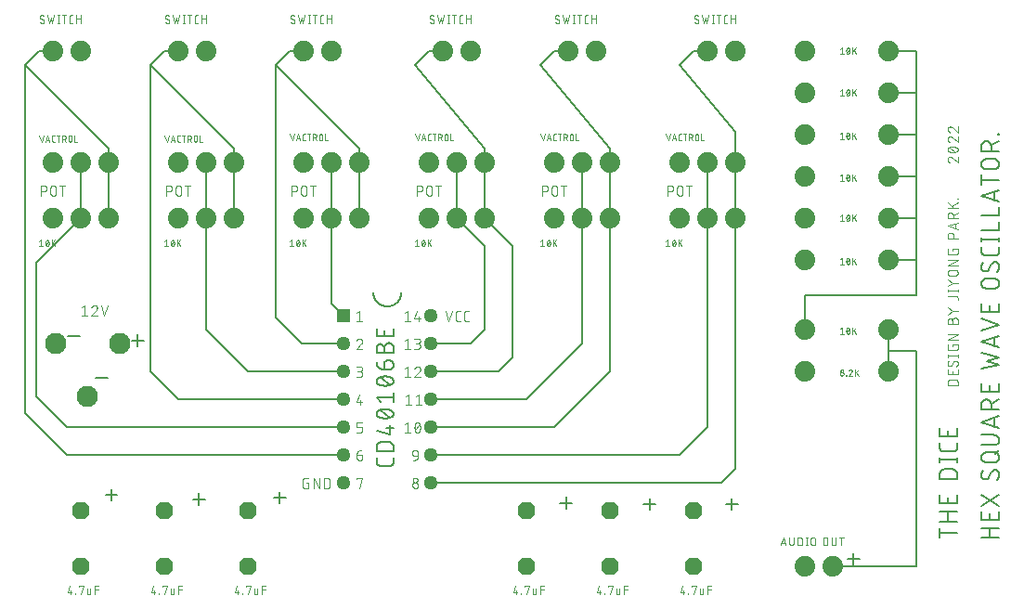
<source format=gbr>
G04 EAGLE Gerber RS-274X export*
G75*
%MOMM*%
%FSLAX34Y34*%
%LPD*%
%INTop Copper*%
%IPPOS*%
%AMOC8*
5,1,8,0,0,1.08239X$1,22.5*%
G01*
%ADD10C,0.152400*%
%ADD11C,0.076200*%
%ADD12C,0.050800*%
%ADD13C,0.127000*%
%ADD14P,1.732040X8X292.500000*%
%ADD15C,1.950000*%
%ADD16C,1.879600*%
%ADD17R,1.278000X1.278000*%
%ADD18C,1.278000*%


D10*
X1078738Y602178D02*
X1062482Y602178D01*
X1062482Y606693D02*
X1062482Y597662D01*
X1062482Y612772D02*
X1078738Y612772D01*
X1069707Y612772D02*
X1069707Y621803D01*
X1062482Y621803D02*
X1078738Y621803D01*
X1078738Y629475D02*
X1078738Y636700D01*
X1078738Y629475D02*
X1062482Y629475D01*
X1062482Y636700D01*
X1069707Y634894D02*
X1069707Y629475D01*
X1062482Y651329D02*
X1078738Y651329D01*
X1062482Y651329D02*
X1062482Y655845D01*
X1062484Y655976D01*
X1062490Y656108D01*
X1062499Y656239D01*
X1062513Y656369D01*
X1062530Y656500D01*
X1062551Y656629D01*
X1062575Y656758D01*
X1062604Y656886D01*
X1062636Y657014D01*
X1062672Y657140D01*
X1062711Y657265D01*
X1062754Y657390D01*
X1062801Y657512D01*
X1062851Y657634D01*
X1062905Y657754D01*
X1062962Y657872D01*
X1063023Y657988D01*
X1063087Y658103D01*
X1063154Y658216D01*
X1063225Y658327D01*
X1063299Y658435D01*
X1063376Y658542D01*
X1063456Y658646D01*
X1063539Y658748D01*
X1063624Y658847D01*
X1063713Y658944D01*
X1063805Y659038D01*
X1063899Y659130D01*
X1063996Y659219D01*
X1064095Y659304D01*
X1064197Y659387D01*
X1064301Y659467D01*
X1064408Y659544D01*
X1064516Y659618D01*
X1064627Y659689D01*
X1064740Y659756D01*
X1064855Y659820D01*
X1064971Y659881D01*
X1065089Y659938D01*
X1065209Y659992D01*
X1065331Y660042D01*
X1065453Y660089D01*
X1065578Y660132D01*
X1065703Y660171D01*
X1065829Y660207D01*
X1065957Y660239D01*
X1066085Y660268D01*
X1066214Y660292D01*
X1066343Y660313D01*
X1066474Y660330D01*
X1066604Y660344D01*
X1066735Y660353D01*
X1066867Y660359D01*
X1066998Y660361D01*
X1066998Y660360D02*
X1074222Y660360D01*
X1074222Y660361D02*
X1074353Y660359D01*
X1074485Y660353D01*
X1074616Y660344D01*
X1074746Y660330D01*
X1074877Y660313D01*
X1075006Y660292D01*
X1075135Y660268D01*
X1075263Y660239D01*
X1075391Y660207D01*
X1075517Y660171D01*
X1075642Y660132D01*
X1075767Y660089D01*
X1075889Y660042D01*
X1076011Y659992D01*
X1076131Y659938D01*
X1076249Y659881D01*
X1076365Y659820D01*
X1076480Y659756D01*
X1076593Y659689D01*
X1076704Y659618D01*
X1076812Y659544D01*
X1076919Y659467D01*
X1077023Y659387D01*
X1077125Y659304D01*
X1077224Y659219D01*
X1077321Y659130D01*
X1077415Y659038D01*
X1077507Y658944D01*
X1077596Y658847D01*
X1077681Y658748D01*
X1077764Y658646D01*
X1077844Y658542D01*
X1077921Y658435D01*
X1077995Y658327D01*
X1078066Y658216D01*
X1078133Y658103D01*
X1078197Y657988D01*
X1078258Y657872D01*
X1078315Y657754D01*
X1078369Y657634D01*
X1078419Y657512D01*
X1078466Y657390D01*
X1078509Y657265D01*
X1078548Y657140D01*
X1078584Y657014D01*
X1078616Y656886D01*
X1078645Y656758D01*
X1078669Y656629D01*
X1078690Y656499D01*
X1078707Y656369D01*
X1078721Y656239D01*
X1078730Y656108D01*
X1078736Y655976D01*
X1078738Y655845D01*
X1078738Y651329D01*
X1078738Y668871D02*
X1062482Y668871D01*
X1078738Y667065D02*
X1078738Y670677D01*
X1062482Y670677D02*
X1062482Y667065D01*
X1078738Y680433D02*
X1078738Y684046D01*
X1078738Y680433D02*
X1078736Y680315D01*
X1078730Y680197D01*
X1078721Y680079D01*
X1078707Y679962D01*
X1078690Y679845D01*
X1078669Y679728D01*
X1078644Y679613D01*
X1078615Y679498D01*
X1078582Y679384D01*
X1078546Y679272D01*
X1078506Y679161D01*
X1078463Y679051D01*
X1078416Y678942D01*
X1078366Y678835D01*
X1078311Y678730D01*
X1078254Y678627D01*
X1078193Y678526D01*
X1078129Y678426D01*
X1078062Y678329D01*
X1077992Y678234D01*
X1077918Y678142D01*
X1077842Y678051D01*
X1077762Y677964D01*
X1077680Y677879D01*
X1077595Y677797D01*
X1077508Y677717D01*
X1077417Y677641D01*
X1077325Y677567D01*
X1077230Y677497D01*
X1077133Y677430D01*
X1077033Y677366D01*
X1076932Y677305D01*
X1076829Y677248D01*
X1076724Y677193D01*
X1076617Y677143D01*
X1076508Y677096D01*
X1076398Y677053D01*
X1076287Y677013D01*
X1076175Y676977D01*
X1076061Y676944D01*
X1075946Y676915D01*
X1075831Y676890D01*
X1075714Y676869D01*
X1075597Y676852D01*
X1075480Y676838D01*
X1075362Y676829D01*
X1075244Y676823D01*
X1075126Y676821D01*
X1066094Y676821D01*
X1066094Y676820D02*
X1065976Y676822D01*
X1065858Y676828D01*
X1065740Y676837D01*
X1065622Y676851D01*
X1065505Y676868D01*
X1065389Y676889D01*
X1065274Y676914D01*
X1065159Y676943D01*
X1065045Y676976D01*
X1064933Y677012D01*
X1064821Y677052D01*
X1064711Y677095D01*
X1064603Y677142D01*
X1064496Y677193D01*
X1064391Y677247D01*
X1064288Y677304D01*
X1064186Y677365D01*
X1064087Y677429D01*
X1063990Y677496D01*
X1063895Y677567D01*
X1063802Y677640D01*
X1063712Y677717D01*
X1063624Y677796D01*
X1063539Y677878D01*
X1063457Y677963D01*
X1063378Y678051D01*
X1063301Y678141D01*
X1063228Y678234D01*
X1063157Y678328D01*
X1063090Y678426D01*
X1063026Y678525D01*
X1062965Y678626D01*
X1062908Y678730D01*
X1062854Y678835D01*
X1062803Y678942D01*
X1062756Y679050D01*
X1062713Y679160D01*
X1062673Y679272D01*
X1062637Y679384D01*
X1062604Y679498D01*
X1062575Y679613D01*
X1062550Y679728D01*
X1062529Y679844D01*
X1062512Y679961D01*
X1062498Y680079D01*
X1062489Y680197D01*
X1062483Y680315D01*
X1062481Y680433D01*
X1062482Y680433D02*
X1062482Y684046D01*
X1078738Y690437D02*
X1078738Y697662D01*
X1078738Y690437D02*
X1062482Y690437D01*
X1062482Y697662D01*
X1069707Y695856D02*
X1069707Y690437D01*
X1100582Y597662D02*
X1116838Y597662D01*
X1107807Y597662D02*
X1107807Y606693D01*
X1100582Y606693D02*
X1116838Y606693D01*
X1116838Y614365D02*
X1116838Y621590D01*
X1116838Y614365D02*
X1100582Y614365D01*
X1100582Y621590D01*
X1107807Y619784D02*
X1107807Y614365D01*
X1116838Y626458D02*
X1100582Y637296D01*
X1100582Y626458D02*
X1116838Y637296D01*
X1116838Y656227D02*
X1116836Y656345D01*
X1116830Y656463D01*
X1116821Y656581D01*
X1116807Y656698D01*
X1116790Y656815D01*
X1116769Y656932D01*
X1116744Y657047D01*
X1116715Y657162D01*
X1116682Y657276D01*
X1116646Y657388D01*
X1116606Y657499D01*
X1116563Y657609D01*
X1116516Y657718D01*
X1116466Y657825D01*
X1116411Y657930D01*
X1116354Y658033D01*
X1116293Y658134D01*
X1116229Y658234D01*
X1116162Y658331D01*
X1116092Y658426D01*
X1116018Y658518D01*
X1115942Y658609D01*
X1115862Y658696D01*
X1115780Y658781D01*
X1115695Y658863D01*
X1115608Y658943D01*
X1115517Y659019D01*
X1115425Y659093D01*
X1115330Y659163D01*
X1115233Y659230D01*
X1115133Y659294D01*
X1115032Y659355D01*
X1114929Y659412D01*
X1114824Y659467D01*
X1114717Y659517D01*
X1114608Y659564D01*
X1114498Y659607D01*
X1114387Y659647D01*
X1114275Y659683D01*
X1114161Y659716D01*
X1114046Y659745D01*
X1113931Y659770D01*
X1113814Y659791D01*
X1113697Y659808D01*
X1113580Y659822D01*
X1113462Y659831D01*
X1113344Y659837D01*
X1113226Y659839D01*
X1116838Y656227D02*
X1116836Y656044D01*
X1116829Y655862D01*
X1116818Y655680D01*
X1116803Y655498D01*
X1116783Y655316D01*
X1116760Y655135D01*
X1116731Y654955D01*
X1116699Y654775D01*
X1116662Y654596D01*
X1116621Y654419D01*
X1116575Y654242D01*
X1116526Y654066D01*
X1116472Y653892D01*
X1116414Y653718D01*
X1116352Y653547D01*
X1116286Y653377D01*
X1116215Y653208D01*
X1116141Y653041D01*
X1116063Y652876D01*
X1115981Y652713D01*
X1115895Y652552D01*
X1115805Y652393D01*
X1115711Y652236D01*
X1115614Y652082D01*
X1115513Y651930D01*
X1115408Y651780D01*
X1115300Y651633D01*
X1115189Y651489D01*
X1115074Y651347D01*
X1114955Y651208D01*
X1114833Y651072D01*
X1114708Y650939D01*
X1114580Y650809D01*
X1104194Y651260D02*
X1104076Y651262D01*
X1103958Y651268D01*
X1103840Y651277D01*
X1103723Y651291D01*
X1103606Y651308D01*
X1103489Y651329D01*
X1103374Y651354D01*
X1103259Y651383D01*
X1103145Y651416D01*
X1103033Y651452D01*
X1102922Y651492D01*
X1102812Y651535D01*
X1102703Y651582D01*
X1102596Y651632D01*
X1102491Y651687D01*
X1102388Y651744D01*
X1102287Y651805D01*
X1102187Y651869D01*
X1102090Y651936D01*
X1101995Y652006D01*
X1101903Y652080D01*
X1101812Y652156D01*
X1101725Y652236D01*
X1101640Y652318D01*
X1101558Y652403D01*
X1101478Y652490D01*
X1101402Y652581D01*
X1101328Y652673D01*
X1101258Y652768D01*
X1101191Y652865D01*
X1101127Y652965D01*
X1101066Y653066D01*
X1101009Y653169D01*
X1100954Y653274D01*
X1100904Y653381D01*
X1100857Y653490D01*
X1100814Y653600D01*
X1100774Y653711D01*
X1100738Y653823D01*
X1100705Y653937D01*
X1100676Y654052D01*
X1100651Y654167D01*
X1100630Y654284D01*
X1100613Y654401D01*
X1100599Y654518D01*
X1100590Y654636D01*
X1100584Y654754D01*
X1100582Y654872D01*
X1100584Y655033D01*
X1100590Y655195D01*
X1100599Y655356D01*
X1100613Y655517D01*
X1100630Y655677D01*
X1100651Y655837D01*
X1100676Y655997D01*
X1100705Y656156D01*
X1100737Y656314D01*
X1100773Y656471D01*
X1100813Y656627D01*
X1100857Y656783D01*
X1100905Y656937D01*
X1100956Y657090D01*
X1101010Y657242D01*
X1101069Y657393D01*
X1101130Y657542D01*
X1101196Y657689D01*
X1101265Y657835D01*
X1101337Y657980D01*
X1101413Y658122D01*
X1101492Y658263D01*
X1101574Y658402D01*
X1101660Y658538D01*
X1101749Y658673D01*
X1101841Y658806D01*
X1101937Y658936D01*
X1107355Y653066D02*
X1107293Y652965D01*
X1107228Y652865D01*
X1107159Y652768D01*
X1107087Y652673D01*
X1107013Y652580D01*
X1106935Y652490D01*
X1106854Y652402D01*
X1106771Y652317D01*
X1106685Y652235D01*
X1106596Y652156D01*
X1106505Y652079D01*
X1106411Y652006D01*
X1106315Y651935D01*
X1106217Y651868D01*
X1106117Y651804D01*
X1106014Y651743D01*
X1105910Y651686D01*
X1105804Y651632D01*
X1105696Y651582D01*
X1105587Y651535D01*
X1105476Y651491D01*
X1105364Y651451D01*
X1105250Y651415D01*
X1105136Y651383D01*
X1105020Y651354D01*
X1104904Y651329D01*
X1104787Y651308D01*
X1104669Y651291D01*
X1104551Y651277D01*
X1104432Y651268D01*
X1104313Y651262D01*
X1104194Y651260D01*
X1110065Y658033D02*
X1110127Y658134D01*
X1110192Y658234D01*
X1110261Y658331D01*
X1110333Y658426D01*
X1110407Y658519D01*
X1110485Y658609D01*
X1110566Y658697D01*
X1110649Y658782D01*
X1110735Y658864D01*
X1110824Y658943D01*
X1110915Y659020D01*
X1111009Y659093D01*
X1111105Y659164D01*
X1111203Y659231D01*
X1111303Y659295D01*
X1111406Y659356D01*
X1111510Y659413D01*
X1111616Y659467D01*
X1111724Y659517D01*
X1111833Y659564D01*
X1111944Y659608D01*
X1112056Y659648D01*
X1112170Y659684D01*
X1112284Y659716D01*
X1112400Y659745D01*
X1112516Y659770D01*
X1112633Y659791D01*
X1112751Y659808D01*
X1112869Y659822D01*
X1112988Y659831D01*
X1113107Y659837D01*
X1113226Y659839D01*
X1110065Y658033D02*
X1107355Y653066D01*
X1105098Y666755D02*
X1112322Y666755D01*
X1105098Y666754D02*
X1104965Y666756D01*
X1104833Y666762D01*
X1104701Y666772D01*
X1104569Y666785D01*
X1104437Y666803D01*
X1104307Y666824D01*
X1104176Y666849D01*
X1104047Y666878D01*
X1103919Y666911D01*
X1103791Y666947D01*
X1103665Y666987D01*
X1103540Y667031D01*
X1103416Y667079D01*
X1103294Y667130D01*
X1103173Y667185D01*
X1103054Y667243D01*
X1102936Y667305D01*
X1102821Y667370D01*
X1102707Y667439D01*
X1102596Y667510D01*
X1102487Y667586D01*
X1102380Y667664D01*
X1102275Y667745D01*
X1102173Y667830D01*
X1102073Y667917D01*
X1101976Y668007D01*
X1101881Y668100D01*
X1101790Y668196D01*
X1101701Y668294D01*
X1101615Y668395D01*
X1101532Y668499D01*
X1101452Y668605D01*
X1101376Y668713D01*
X1101302Y668823D01*
X1101232Y668936D01*
X1101165Y669050D01*
X1101102Y669167D01*
X1101042Y669285D01*
X1100985Y669405D01*
X1100932Y669527D01*
X1100883Y669650D01*
X1100837Y669774D01*
X1100795Y669900D01*
X1100757Y670027D01*
X1100722Y670155D01*
X1100691Y670284D01*
X1100664Y670413D01*
X1100641Y670544D01*
X1100621Y670675D01*
X1100606Y670807D01*
X1100594Y670939D01*
X1100586Y671071D01*
X1100582Y671204D01*
X1100582Y671336D01*
X1100586Y671469D01*
X1100594Y671601D01*
X1100606Y671733D01*
X1100621Y671865D01*
X1100641Y671996D01*
X1100664Y672127D01*
X1100691Y672256D01*
X1100722Y672385D01*
X1100757Y672513D01*
X1100795Y672640D01*
X1100837Y672766D01*
X1100883Y672890D01*
X1100932Y673013D01*
X1100985Y673135D01*
X1101042Y673255D01*
X1101102Y673373D01*
X1101165Y673490D01*
X1101232Y673604D01*
X1101302Y673717D01*
X1101376Y673827D01*
X1101452Y673935D01*
X1101532Y674041D01*
X1101615Y674145D01*
X1101701Y674246D01*
X1101790Y674344D01*
X1101881Y674440D01*
X1101976Y674533D01*
X1102073Y674623D01*
X1102173Y674710D01*
X1102275Y674795D01*
X1102380Y674876D01*
X1102487Y674954D01*
X1102596Y675030D01*
X1102707Y675101D01*
X1102821Y675170D01*
X1102936Y675235D01*
X1103054Y675297D01*
X1103173Y675355D01*
X1103294Y675410D01*
X1103416Y675461D01*
X1103540Y675509D01*
X1103665Y675553D01*
X1103791Y675593D01*
X1103919Y675629D01*
X1104047Y675662D01*
X1104176Y675691D01*
X1104307Y675716D01*
X1104437Y675737D01*
X1104569Y675755D01*
X1104701Y675768D01*
X1104833Y675778D01*
X1104965Y675784D01*
X1105098Y675786D01*
X1112322Y675786D01*
X1112455Y675784D01*
X1112587Y675778D01*
X1112719Y675768D01*
X1112851Y675755D01*
X1112983Y675737D01*
X1113113Y675716D01*
X1113244Y675691D01*
X1113373Y675662D01*
X1113501Y675629D01*
X1113629Y675593D01*
X1113755Y675553D01*
X1113880Y675509D01*
X1114004Y675461D01*
X1114126Y675410D01*
X1114247Y675355D01*
X1114366Y675297D01*
X1114484Y675235D01*
X1114599Y675170D01*
X1114713Y675101D01*
X1114824Y675030D01*
X1114933Y674954D01*
X1115040Y674876D01*
X1115145Y674795D01*
X1115247Y674710D01*
X1115347Y674623D01*
X1115444Y674533D01*
X1115539Y674440D01*
X1115630Y674344D01*
X1115719Y674246D01*
X1115805Y674145D01*
X1115888Y674041D01*
X1115968Y673935D01*
X1116044Y673827D01*
X1116118Y673717D01*
X1116188Y673604D01*
X1116255Y673490D01*
X1116318Y673373D01*
X1116378Y673255D01*
X1116435Y673135D01*
X1116488Y673013D01*
X1116537Y672890D01*
X1116583Y672766D01*
X1116625Y672640D01*
X1116663Y672513D01*
X1116698Y672385D01*
X1116729Y672256D01*
X1116756Y672127D01*
X1116779Y671996D01*
X1116799Y671865D01*
X1116814Y671733D01*
X1116826Y671601D01*
X1116834Y671469D01*
X1116838Y671336D01*
X1116838Y671204D01*
X1116834Y671071D01*
X1116826Y670939D01*
X1116814Y670807D01*
X1116799Y670675D01*
X1116779Y670544D01*
X1116756Y670413D01*
X1116729Y670284D01*
X1116698Y670155D01*
X1116663Y670027D01*
X1116625Y669900D01*
X1116583Y669774D01*
X1116537Y669650D01*
X1116488Y669527D01*
X1116435Y669405D01*
X1116378Y669285D01*
X1116318Y669167D01*
X1116255Y669050D01*
X1116188Y668936D01*
X1116118Y668823D01*
X1116044Y668713D01*
X1115968Y668605D01*
X1115888Y668499D01*
X1115805Y668395D01*
X1115719Y668294D01*
X1115630Y668196D01*
X1115539Y668100D01*
X1115444Y668007D01*
X1115347Y667917D01*
X1115247Y667830D01*
X1115145Y667745D01*
X1115040Y667664D01*
X1114933Y667586D01*
X1114824Y667510D01*
X1114713Y667439D01*
X1114599Y667370D01*
X1114484Y667305D01*
X1114366Y667243D01*
X1114247Y667185D01*
X1114126Y667130D01*
X1114004Y667079D01*
X1113880Y667031D01*
X1113755Y666987D01*
X1113629Y666947D01*
X1113501Y666911D01*
X1113373Y666878D01*
X1113244Y666849D01*
X1113113Y666824D01*
X1112983Y666803D01*
X1112851Y666785D01*
X1112719Y666772D01*
X1112587Y666762D01*
X1112455Y666756D01*
X1112322Y666754D01*
X1113226Y673980D02*
X1116838Y677592D01*
X1112322Y682592D02*
X1100582Y682592D01*
X1112322Y682591D02*
X1112455Y682593D01*
X1112587Y682599D01*
X1112719Y682609D01*
X1112851Y682622D01*
X1112983Y682640D01*
X1113113Y682661D01*
X1113244Y682686D01*
X1113373Y682715D01*
X1113501Y682748D01*
X1113629Y682784D01*
X1113755Y682824D01*
X1113880Y682868D01*
X1114004Y682916D01*
X1114126Y682967D01*
X1114247Y683022D01*
X1114366Y683080D01*
X1114484Y683142D01*
X1114599Y683207D01*
X1114713Y683276D01*
X1114824Y683347D01*
X1114933Y683423D01*
X1115040Y683501D01*
X1115145Y683582D01*
X1115247Y683667D01*
X1115347Y683754D01*
X1115444Y683844D01*
X1115539Y683937D01*
X1115630Y684033D01*
X1115719Y684131D01*
X1115805Y684232D01*
X1115888Y684336D01*
X1115968Y684442D01*
X1116044Y684550D01*
X1116118Y684660D01*
X1116188Y684773D01*
X1116255Y684887D01*
X1116318Y685004D01*
X1116378Y685122D01*
X1116435Y685242D01*
X1116488Y685364D01*
X1116537Y685487D01*
X1116583Y685611D01*
X1116625Y685737D01*
X1116663Y685864D01*
X1116698Y685992D01*
X1116729Y686121D01*
X1116756Y686250D01*
X1116779Y686381D01*
X1116799Y686512D01*
X1116814Y686644D01*
X1116826Y686776D01*
X1116834Y686908D01*
X1116838Y687041D01*
X1116838Y687173D01*
X1116834Y687306D01*
X1116826Y687438D01*
X1116814Y687570D01*
X1116799Y687702D01*
X1116779Y687833D01*
X1116756Y687964D01*
X1116729Y688093D01*
X1116698Y688222D01*
X1116663Y688350D01*
X1116625Y688477D01*
X1116583Y688603D01*
X1116537Y688727D01*
X1116488Y688850D01*
X1116435Y688972D01*
X1116378Y689092D01*
X1116318Y689210D01*
X1116255Y689327D01*
X1116188Y689441D01*
X1116118Y689554D01*
X1116044Y689664D01*
X1115968Y689772D01*
X1115888Y689878D01*
X1115805Y689982D01*
X1115719Y690083D01*
X1115630Y690181D01*
X1115539Y690277D01*
X1115444Y690370D01*
X1115347Y690460D01*
X1115247Y690547D01*
X1115145Y690632D01*
X1115040Y690713D01*
X1114933Y690791D01*
X1114824Y690867D01*
X1114713Y690938D01*
X1114599Y691007D01*
X1114484Y691072D01*
X1114366Y691134D01*
X1114247Y691192D01*
X1114126Y691247D01*
X1114004Y691298D01*
X1113880Y691346D01*
X1113755Y691390D01*
X1113629Y691430D01*
X1113501Y691466D01*
X1113373Y691499D01*
X1113244Y691528D01*
X1113113Y691553D01*
X1112983Y691574D01*
X1112851Y691592D01*
X1112719Y691605D01*
X1112587Y691615D01*
X1112455Y691621D01*
X1112322Y691623D01*
X1100582Y691623D01*
X1100582Y703260D02*
X1116838Y697841D01*
X1116838Y708678D02*
X1100582Y703260D01*
X1112774Y707324D02*
X1112774Y699196D01*
X1116838Y714988D02*
X1100582Y714988D01*
X1100582Y719503D01*
X1100584Y719636D01*
X1100590Y719768D01*
X1100600Y719900D01*
X1100613Y720032D01*
X1100631Y720164D01*
X1100652Y720294D01*
X1100677Y720425D01*
X1100706Y720554D01*
X1100739Y720682D01*
X1100775Y720810D01*
X1100815Y720936D01*
X1100859Y721061D01*
X1100907Y721185D01*
X1100958Y721307D01*
X1101013Y721428D01*
X1101071Y721547D01*
X1101133Y721665D01*
X1101198Y721780D01*
X1101267Y721894D01*
X1101338Y722005D01*
X1101414Y722114D01*
X1101492Y722221D01*
X1101573Y722326D01*
X1101658Y722428D01*
X1101745Y722528D01*
X1101835Y722625D01*
X1101928Y722720D01*
X1102024Y722811D01*
X1102122Y722900D01*
X1102223Y722986D01*
X1102327Y723069D01*
X1102433Y723149D01*
X1102541Y723225D01*
X1102651Y723299D01*
X1102764Y723369D01*
X1102878Y723436D01*
X1102995Y723499D01*
X1103113Y723559D01*
X1103233Y723616D01*
X1103355Y723669D01*
X1103478Y723718D01*
X1103602Y723764D01*
X1103728Y723806D01*
X1103855Y723844D01*
X1103983Y723879D01*
X1104112Y723910D01*
X1104241Y723937D01*
X1104372Y723960D01*
X1104503Y723980D01*
X1104635Y723995D01*
X1104767Y724007D01*
X1104899Y724015D01*
X1105032Y724019D01*
X1105164Y724019D01*
X1105297Y724015D01*
X1105429Y724007D01*
X1105561Y723995D01*
X1105693Y723980D01*
X1105824Y723960D01*
X1105955Y723937D01*
X1106084Y723910D01*
X1106213Y723879D01*
X1106341Y723844D01*
X1106468Y723806D01*
X1106594Y723764D01*
X1106718Y723718D01*
X1106841Y723669D01*
X1106963Y723616D01*
X1107083Y723559D01*
X1107201Y723499D01*
X1107318Y723436D01*
X1107432Y723369D01*
X1107545Y723299D01*
X1107655Y723225D01*
X1107763Y723149D01*
X1107869Y723069D01*
X1107973Y722986D01*
X1108074Y722900D01*
X1108172Y722811D01*
X1108268Y722720D01*
X1108361Y722625D01*
X1108451Y722528D01*
X1108538Y722428D01*
X1108623Y722326D01*
X1108704Y722221D01*
X1108782Y722114D01*
X1108858Y722005D01*
X1108929Y721894D01*
X1108998Y721780D01*
X1109063Y721665D01*
X1109125Y721547D01*
X1109183Y721428D01*
X1109238Y721307D01*
X1109289Y721185D01*
X1109337Y721061D01*
X1109381Y720936D01*
X1109421Y720810D01*
X1109457Y720682D01*
X1109490Y720554D01*
X1109519Y720425D01*
X1109544Y720294D01*
X1109565Y720164D01*
X1109583Y720032D01*
X1109596Y719900D01*
X1109606Y719768D01*
X1109612Y719636D01*
X1109614Y719503D01*
X1109613Y719503D02*
X1109613Y714988D01*
X1109613Y720407D02*
X1116838Y724019D01*
X1116838Y731078D02*
X1116838Y738303D01*
X1116838Y731078D02*
X1100582Y731078D01*
X1100582Y738303D01*
X1107807Y736497D02*
X1107807Y731078D01*
X1100582Y751786D02*
X1116838Y755399D01*
X1106001Y759011D01*
X1116838Y762623D01*
X1100582Y766236D01*
X1100582Y776726D02*
X1116838Y771308D01*
X1116838Y782145D02*
X1100582Y776726D01*
X1112774Y780790D02*
X1112774Y772662D01*
X1100582Y786939D02*
X1116838Y792358D01*
X1100582Y797776D01*
X1116838Y804024D02*
X1116838Y811249D01*
X1116838Y804024D02*
X1100582Y804024D01*
X1100582Y811249D01*
X1107807Y809443D02*
X1107807Y804024D01*
X1105098Y825357D02*
X1112322Y825357D01*
X1105098Y825357D02*
X1104965Y825359D01*
X1104833Y825365D01*
X1104701Y825375D01*
X1104569Y825388D01*
X1104437Y825406D01*
X1104307Y825427D01*
X1104176Y825452D01*
X1104047Y825481D01*
X1103919Y825514D01*
X1103791Y825550D01*
X1103665Y825590D01*
X1103540Y825634D01*
X1103416Y825682D01*
X1103294Y825733D01*
X1103173Y825788D01*
X1103054Y825846D01*
X1102936Y825908D01*
X1102821Y825973D01*
X1102707Y826042D01*
X1102596Y826113D01*
X1102487Y826189D01*
X1102380Y826267D01*
X1102275Y826348D01*
X1102173Y826433D01*
X1102073Y826520D01*
X1101976Y826610D01*
X1101881Y826703D01*
X1101790Y826799D01*
X1101701Y826897D01*
X1101615Y826998D01*
X1101532Y827102D01*
X1101452Y827208D01*
X1101376Y827316D01*
X1101302Y827426D01*
X1101232Y827539D01*
X1101165Y827653D01*
X1101102Y827770D01*
X1101042Y827888D01*
X1100985Y828008D01*
X1100932Y828130D01*
X1100883Y828253D01*
X1100837Y828377D01*
X1100795Y828503D01*
X1100757Y828630D01*
X1100722Y828758D01*
X1100691Y828887D01*
X1100664Y829016D01*
X1100641Y829147D01*
X1100621Y829278D01*
X1100606Y829410D01*
X1100594Y829542D01*
X1100586Y829674D01*
X1100582Y829807D01*
X1100582Y829939D01*
X1100586Y830072D01*
X1100594Y830204D01*
X1100606Y830336D01*
X1100621Y830468D01*
X1100641Y830599D01*
X1100664Y830730D01*
X1100691Y830859D01*
X1100722Y830988D01*
X1100757Y831116D01*
X1100795Y831243D01*
X1100837Y831369D01*
X1100883Y831493D01*
X1100932Y831616D01*
X1100985Y831738D01*
X1101042Y831858D01*
X1101102Y831976D01*
X1101165Y832093D01*
X1101232Y832207D01*
X1101302Y832320D01*
X1101376Y832430D01*
X1101452Y832538D01*
X1101532Y832644D01*
X1101615Y832748D01*
X1101701Y832849D01*
X1101790Y832947D01*
X1101881Y833043D01*
X1101976Y833136D01*
X1102073Y833226D01*
X1102173Y833313D01*
X1102275Y833398D01*
X1102380Y833479D01*
X1102487Y833557D01*
X1102596Y833633D01*
X1102707Y833704D01*
X1102821Y833773D01*
X1102936Y833838D01*
X1103054Y833900D01*
X1103173Y833958D01*
X1103294Y834013D01*
X1103416Y834064D01*
X1103540Y834112D01*
X1103665Y834156D01*
X1103791Y834196D01*
X1103919Y834232D01*
X1104047Y834265D01*
X1104176Y834294D01*
X1104307Y834319D01*
X1104437Y834340D01*
X1104569Y834358D01*
X1104701Y834371D01*
X1104833Y834381D01*
X1104965Y834387D01*
X1105098Y834389D01*
X1105098Y834388D02*
X1112322Y834388D01*
X1112322Y834389D02*
X1112455Y834387D01*
X1112587Y834381D01*
X1112719Y834371D01*
X1112851Y834358D01*
X1112983Y834340D01*
X1113113Y834319D01*
X1113244Y834294D01*
X1113373Y834265D01*
X1113501Y834232D01*
X1113629Y834196D01*
X1113755Y834156D01*
X1113880Y834112D01*
X1114004Y834064D01*
X1114126Y834013D01*
X1114247Y833958D01*
X1114366Y833900D01*
X1114484Y833838D01*
X1114599Y833773D01*
X1114713Y833704D01*
X1114824Y833633D01*
X1114933Y833557D01*
X1115040Y833479D01*
X1115145Y833398D01*
X1115247Y833313D01*
X1115347Y833226D01*
X1115444Y833136D01*
X1115539Y833043D01*
X1115630Y832947D01*
X1115719Y832849D01*
X1115805Y832748D01*
X1115888Y832644D01*
X1115968Y832538D01*
X1116044Y832430D01*
X1116118Y832320D01*
X1116188Y832207D01*
X1116255Y832093D01*
X1116318Y831976D01*
X1116378Y831858D01*
X1116435Y831738D01*
X1116488Y831616D01*
X1116537Y831493D01*
X1116583Y831369D01*
X1116625Y831243D01*
X1116663Y831116D01*
X1116698Y830988D01*
X1116729Y830859D01*
X1116756Y830730D01*
X1116779Y830599D01*
X1116799Y830468D01*
X1116814Y830336D01*
X1116826Y830204D01*
X1116834Y830072D01*
X1116838Y829939D01*
X1116838Y829807D01*
X1116834Y829674D01*
X1116826Y829542D01*
X1116814Y829410D01*
X1116799Y829278D01*
X1116779Y829147D01*
X1116756Y829016D01*
X1116729Y828887D01*
X1116698Y828758D01*
X1116663Y828630D01*
X1116625Y828503D01*
X1116583Y828377D01*
X1116537Y828253D01*
X1116488Y828130D01*
X1116435Y828008D01*
X1116378Y827888D01*
X1116318Y827770D01*
X1116255Y827653D01*
X1116188Y827539D01*
X1116118Y827426D01*
X1116044Y827316D01*
X1115968Y827208D01*
X1115888Y827102D01*
X1115805Y826998D01*
X1115719Y826897D01*
X1115630Y826799D01*
X1115539Y826703D01*
X1115444Y826610D01*
X1115347Y826520D01*
X1115247Y826433D01*
X1115145Y826348D01*
X1115040Y826267D01*
X1114933Y826189D01*
X1114824Y826113D01*
X1114713Y826042D01*
X1114599Y825973D01*
X1114484Y825908D01*
X1114366Y825846D01*
X1114247Y825788D01*
X1114126Y825733D01*
X1114004Y825682D01*
X1113880Y825634D01*
X1113755Y825590D01*
X1113629Y825550D01*
X1113501Y825514D01*
X1113373Y825481D01*
X1113244Y825452D01*
X1113113Y825427D01*
X1112983Y825406D01*
X1112851Y825388D01*
X1112719Y825375D01*
X1112587Y825365D01*
X1112455Y825359D01*
X1112322Y825357D01*
X1116838Y845886D02*
X1116836Y846004D01*
X1116830Y846122D01*
X1116821Y846240D01*
X1116807Y846357D01*
X1116790Y846474D01*
X1116769Y846591D01*
X1116744Y846706D01*
X1116715Y846821D01*
X1116682Y846935D01*
X1116646Y847047D01*
X1116606Y847158D01*
X1116563Y847268D01*
X1116516Y847377D01*
X1116466Y847484D01*
X1116411Y847589D01*
X1116354Y847692D01*
X1116293Y847793D01*
X1116229Y847893D01*
X1116162Y847990D01*
X1116092Y848085D01*
X1116018Y848177D01*
X1115942Y848268D01*
X1115862Y848355D01*
X1115780Y848440D01*
X1115695Y848522D01*
X1115608Y848602D01*
X1115517Y848678D01*
X1115425Y848752D01*
X1115330Y848822D01*
X1115233Y848889D01*
X1115133Y848953D01*
X1115032Y849014D01*
X1114929Y849071D01*
X1114824Y849126D01*
X1114717Y849176D01*
X1114608Y849223D01*
X1114498Y849266D01*
X1114387Y849306D01*
X1114275Y849342D01*
X1114161Y849375D01*
X1114046Y849404D01*
X1113931Y849429D01*
X1113814Y849450D01*
X1113697Y849467D01*
X1113580Y849481D01*
X1113462Y849490D01*
X1113344Y849496D01*
X1113226Y849498D01*
X1116838Y845886D02*
X1116836Y845703D01*
X1116829Y845521D01*
X1116818Y845339D01*
X1116803Y845157D01*
X1116783Y844975D01*
X1116760Y844794D01*
X1116731Y844614D01*
X1116699Y844434D01*
X1116662Y844255D01*
X1116621Y844078D01*
X1116575Y843901D01*
X1116526Y843725D01*
X1116472Y843551D01*
X1116414Y843377D01*
X1116352Y843206D01*
X1116286Y843036D01*
X1116215Y842867D01*
X1116141Y842700D01*
X1116063Y842535D01*
X1115981Y842372D01*
X1115895Y842211D01*
X1115805Y842052D01*
X1115711Y841895D01*
X1115614Y841741D01*
X1115513Y841589D01*
X1115408Y841439D01*
X1115300Y841292D01*
X1115189Y841148D01*
X1115074Y841006D01*
X1114955Y840867D01*
X1114833Y840731D01*
X1114708Y840598D01*
X1114580Y840468D01*
X1104194Y840919D02*
X1104076Y840921D01*
X1103958Y840927D01*
X1103840Y840936D01*
X1103723Y840950D01*
X1103606Y840967D01*
X1103489Y840988D01*
X1103374Y841013D01*
X1103259Y841042D01*
X1103145Y841075D01*
X1103033Y841111D01*
X1102922Y841151D01*
X1102812Y841194D01*
X1102703Y841241D01*
X1102596Y841291D01*
X1102491Y841346D01*
X1102388Y841403D01*
X1102287Y841464D01*
X1102187Y841528D01*
X1102090Y841595D01*
X1101995Y841665D01*
X1101903Y841739D01*
X1101812Y841815D01*
X1101725Y841895D01*
X1101640Y841977D01*
X1101558Y842062D01*
X1101478Y842149D01*
X1101402Y842240D01*
X1101328Y842332D01*
X1101258Y842427D01*
X1101191Y842524D01*
X1101127Y842624D01*
X1101066Y842725D01*
X1101009Y842828D01*
X1100954Y842933D01*
X1100904Y843040D01*
X1100857Y843149D01*
X1100814Y843259D01*
X1100774Y843370D01*
X1100738Y843482D01*
X1100705Y843596D01*
X1100676Y843711D01*
X1100651Y843826D01*
X1100630Y843943D01*
X1100613Y844060D01*
X1100599Y844177D01*
X1100590Y844295D01*
X1100584Y844413D01*
X1100582Y844531D01*
X1100584Y844692D01*
X1100590Y844854D01*
X1100599Y845015D01*
X1100613Y845176D01*
X1100630Y845336D01*
X1100651Y845496D01*
X1100676Y845656D01*
X1100705Y845815D01*
X1100737Y845973D01*
X1100773Y846130D01*
X1100813Y846286D01*
X1100857Y846442D01*
X1100905Y846596D01*
X1100956Y846749D01*
X1101010Y846901D01*
X1101069Y847052D01*
X1101130Y847201D01*
X1101196Y847348D01*
X1101265Y847494D01*
X1101337Y847639D01*
X1101413Y847781D01*
X1101492Y847922D01*
X1101574Y848061D01*
X1101660Y848197D01*
X1101749Y848332D01*
X1101841Y848465D01*
X1101937Y848595D01*
X1107355Y842725D02*
X1107293Y842624D01*
X1107228Y842524D01*
X1107159Y842427D01*
X1107087Y842332D01*
X1107013Y842239D01*
X1106935Y842149D01*
X1106854Y842061D01*
X1106771Y841976D01*
X1106685Y841894D01*
X1106596Y841815D01*
X1106505Y841738D01*
X1106411Y841665D01*
X1106315Y841594D01*
X1106217Y841527D01*
X1106117Y841463D01*
X1106014Y841402D01*
X1105910Y841345D01*
X1105804Y841291D01*
X1105696Y841241D01*
X1105587Y841194D01*
X1105476Y841150D01*
X1105364Y841110D01*
X1105250Y841074D01*
X1105136Y841042D01*
X1105020Y841013D01*
X1104904Y840988D01*
X1104787Y840967D01*
X1104669Y840950D01*
X1104551Y840936D01*
X1104432Y840927D01*
X1104313Y840921D01*
X1104194Y840919D01*
X1110065Y847692D02*
X1110127Y847793D01*
X1110192Y847893D01*
X1110261Y847990D01*
X1110333Y848085D01*
X1110407Y848178D01*
X1110485Y848268D01*
X1110566Y848356D01*
X1110649Y848441D01*
X1110735Y848523D01*
X1110824Y848602D01*
X1110915Y848679D01*
X1111009Y848752D01*
X1111105Y848823D01*
X1111203Y848890D01*
X1111303Y848954D01*
X1111406Y849015D01*
X1111510Y849072D01*
X1111616Y849126D01*
X1111724Y849176D01*
X1111833Y849223D01*
X1111944Y849267D01*
X1112056Y849307D01*
X1112170Y849343D01*
X1112284Y849375D01*
X1112400Y849404D01*
X1112516Y849429D01*
X1112633Y849450D01*
X1112751Y849467D01*
X1112869Y849481D01*
X1112988Y849490D01*
X1113107Y849496D01*
X1113226Y849498D01*
X1110065Y847692D02*
X1107355Y842725D01*
X1116838Y859150D02*
X1116838Y862763D01*
X1116838Y859150D02*
X1116836Y859032D01*
X1116830Y858914D01*
X1116821Y858796D01*
X1116807Y858679D01*
X1116790Y858562D01*
X1116769Y858445D01*
X1116744Y858330D01*
X1116715Y858215D01*
X1116682Y858101D01*
X1116646Y857989D01*
X1116606Y857878D01*
X1116563Y857768D01*
X1116516Y857659D01*
X1116466Y857552D01*
X1116411Y857447D01*
X1116354Y857344D01*
X1116293Y857243D01*
X1116229Y857143D01*
X1116162Y857046D01*
X1116092Y856951D01*
X1116018Y856859D01*
X1115942Y856768D01*
X1115862Y856681D01*
X1115780Y856596D01*
X1115695Y856514D01*
X1115608Y856434D01*
X1115517Y856358D01*
X1115425Y856284D01*
X1115330Y856214D01*
X1115233Y856147D01*
X1115133Y856083D01*
X1115032Y856022D01*
X1114929Y855965D01*
X1114824Y855910D01*
X1114717Y855860D01*
X1114608Y855813D01*
X1114498Y855770D01*
X1114387Y855730D01*
X1114275Y855694D01*
X1114161Y855661D01*
X1114046Y855632D01*
X1113931Y855607D01*
X1113814Y855586D01*
X1113697Y855569D01*
X1113580Y855555D01*
X1113462Y855546D01*
X1113344Y855540D01*
X1113226Y855538D01*
X1104194Y855538D01*
X1104194Y855537D02*
X1104076Y855539D01*
X1103958Y855545D01*
X1103840Y855554D01*
X1103722Y855568D01*
X1103605Y855585D01*
X1103489Y855606D01*
X1103374Y855631D01*
X1103259Y855660D01*
X1103145Y855693D01*
X1103033Y855729D01*
X1102921Y855769D01*
X1102811Y855812D01*
X1102703Y855859D01*
X1102596Y855910D01*
X1102491Y855964D01*
X1102388Y856021D01*
X1102286Y856082D01*
X1102187Y856146D01*
X1102090Y856213D01*
X1101995Y856284D01*
X1101902Y856357D01*
X1101812Y856434D01*
X1101724Y856513D01*
X1101639Y856595D01*
X1101557Y856680D01*
X1101478Y856768D01*
X1101401Y856858D01*
X1101328Y856951D01*
X1101257Y857045D01*
X1101190Y857143D01*
X1101126Y857242D01*
X1101065Y857343D01*
X1101008Y857447D01*
X1100954Y857552D01*
X1100903Y857659D01*
X1100856Y857767D01*
X1100813Y857877D01*
X1100773Y857989D01*
X1100737Y858101D01*
X1100704Y858215D01*
X1100675Y858330D01*
X1100650Y858445D01*
X1100629Y858561D01*
X1100612Y858678D01*
X1100598Y858796D01*
X1100589Y858914D01*
X1100583Y859032D01*
X1100581Y859150D01*
X1100582Y859150D02*
X1100582Y862763D01*
X1100582Y869993D02*
X1116838Y869993D01*
X1116838Y871799D02*
X1116838Y868186D01*
X1100582Y868186D02*
X1100582Y871799D01*
X1100582Y878533D02*
X1116838Y878533D01*
X1116838Y885758D01*
X1116838Y892080D02*
X1100582Y892080D01*
X1116838Y892080D02*
X1116838Y899305D01*
X1116838Y904173D02*
X1100582Y909592D01*
X1116838Y915010D01*
X1112774Y913656D02*
X1112774Y905528D01*
X1116838Y924181D02*
X1100582Y924181D01*
X1100582Y928696D02*
X1100582Y919665D01*
X1105098Y934255D02*
X1112322Y934255D01*
X1105098Y934254D02*
X1104965Y934256D01*
X1104833Y934262D01*
X1104701Y934272D01*
X1104569Y934285D01*
X1104437Y934303D01*
X1104307Y934324D01*
X1104176Y934349D01*
X1104047Y934378D01*
X1103919Y934411D01*
X1103791Y934447D01*
X1103665Y934487D01*
X1103540Y934531D01*
X1103416Y934579D01*
X1103294Y934630D01*
X1103173Y934685D01*
X1103054Y934743D01*
X1102936Y934805D01*
X1102821Y934870D01*
X1102707Y934939D01*
X1102596Y935010D01*
X1102487Y935086D01*
X1102380Y935164D01*
X1102275Y935245D01*
X1102173Y935330D01*
X1102073Y935417D01*
X1101976Y935507D01*
X1101881Y935600D01*
X1101790Y935696D01*
X1101701Y935794D01*
X1101615Y935895D01*
X1101532Y935999D01*
X1101452Y936105D01*
X1101376Y936213D01*
X1101302Y936323D01*
X1101232Y936436D01*
X1101165Y936550D01*
X1101102Y936667D01*
X1101042Y936785D01*
X1100985Y936905D01*
X1100932Y937027D01*
X1100883Y937150D01*
X1100837Y937274D01*
X1100795Y937400D01*
X1100757Y937527D01*
X1100722Y937655D01*
X1100691Y937784D01*
X1100664Y937913D01*
X1100641Y938044D01*
X1100621Y938175D01*
X1100606Y938307D01*
X1100594Y938439D01*
X1100586Y938571D01*
X1100582Y938704D01*
X1100582Y938836D01*
X1100586Y938969D01*
X1100594Y939101D01*
X1100606Y939233D01*
X1100621Y939365D01*
X1100641Y939496D01*
X1100664Y939627D01*
X1100691Y939756D01*
X1100722Y939885D01*
X1100757Y940013D01*
X1100795Y940140D01*
X1100837Y940266D01*
X1100883Y940390D01*
X1100932Y940513D01*
X1100985Y940635D01*
X1101042Y940755D01*
X1101102Y940873D01*
X1101165Y940990D01*
X1101232Y941104D01*
X1101302Y941217D01*
X1101376Y941327D01*
X1101452Y941435D01*
X1101532Y941541D01*
X1101615Y941645D01*
X1101701Y941746D01*
X1101790Y941844D01*
X1101881Y941940D01*
X1101976Y942033D01*
X1102073Y942123D01*
X1102173Y942210D01*
X1102275Y942295D01*
X1102380Y942376D01*
X1102487Y942454D01*
X1102596Y942530D01*
X1102707Y942601D01*
X1102821Y942670D01*
X1102936Y942735D01*
X1103054Y942797D01*
X1103173Y942855D01*
X1103294Y942910D01*
X1103416Y942961D01*
X1103540Y943009D01*
X1103665Y943053D01*
X1103791Y943093D01*
X1103919Y943129D01*
X1104047Y943162D01*
X1104176Y943191D01*
X1104307Y943216D01*
X1104437Y943237D01*
X1104569Y943255D01*
X1104701Y943268D01*
X1104833Y943278D01*
X1104965Y943284D01*
X1105098Y943286D01*
X1112322Y943286D01*
X1112455Y943284D01*
X1112587Y943278D01*
X1112719Y943268D01*
X1112851Y943255D01*
X1112983Y943237D01*
X1113113Y943216D01*
X1113244Y943191D01*
X1113373Y943162D01*
X1113501Y943129D01*
X1113629Y943093D01*
X1113755Y943053D01*
X1113880Y943009D01*
X1114004Y942961D01*
X1114126Y942910D01*
X1114247Y942855D01*
X1114366Y942797D01*
X1114484Y942735D01*
X1114599Y942670D01*
X1114713Y942601D01*
X1114824Y942530D01*
X1114933Y942454D01*
X1115040Y942376D01*
X1115145Y942295D01*
X1115247Y942210D01*
X1115347Y942123D01*
X1115444Y942033D01*
X1115539Y941940D01*
X1115630Y941844D01*
X1115719Y941746D01*
X1115805Y941645D01*
X1115888Y941541D01*
X1115968Y941435D01*
X1116044Y941327D01*
X1116118Y941217D01*
X1116188Y941104D01*
X1116255Y940990D01*
X1116318Y940873D01*
X1116378Y940755D01*
X1116435Y940635D01*
X1116488Y940513D01*
X1116537Y940390D01*
X1116583Y940266D01*
X1116625Y940140D01*
X1116663Y940013D01*
X1116698Y939885D01*
X1116729Y939756D01*
X1116756Y939627D01*
X1116779Y939496D01*
X1116799Y939365D01*
X1116814Y939233D01*
X1116826Y939101D01*
X1116834Y938969D01*
X1116838Y938836D01*
X1116838Y938704D01*
X1116834Y938571D01*
X1116826Y938439D01*
X1116814Y938307D01*
X1116799Y938175D01*
X1116779Y938044D01*
X1116756Y937913D01*
X1116729Y937784D01*
X1116698Y937655D01*
X1116663Y937527D01*
X1116625Y937400D01*
X1116583Y937274D01*
X1116537Y937150D01*
X1116488Y937027D01*
X1116435Y936905D01*
X1116378Y936785D01*
X1116318Y936667D01*
X1116255Y936550D01*
X1116188Y936436D01*
X1116118Y936323D01*
X1116044Y936213D01*
X1115968Y936105D01*
X1115888Y935999D01*
X1115805Y935895D01*
X1115719Y935794D01*
X1115630Y935696D01*
X1115539Y935600D01*
X1115444Y935507D01*
X1115347Y935417D01*
X1115247Y935330D01*
X1115145Y935245D01*
X1115040Y935164D01*
X1114933Y935086D01*
X1114824Y935010D01*
X1114713Y934939D01*
X1114599Y934870D01*
X1114484Y934805D01*
X1114366Y934743D01*
X1114247Y934685D01*
X1114126Y934630D01*
X1114004Y934579D01*
X1113880Y934531D01*
X1113755Y934487D01*
X1113629Y934447D01*
X1113501Y934411D01*
X1113373Y934378D01*
X1113244Y934349D01*
X1113113Y934324D01*
X1112983Y934303D01*
X1112851Y934285D01*
X1112719Y934272D01*
X1112587Y934262D01*
X1112455Y934256D01*
X1112322Y934254D01*
X1116838Y950498D02*
X1100582Y950498D01*
X1100582Y955014D01*
X1100584Y955147D01*
X1100590Y955279D01*
X1100600Y955411D01*
X1100613Y955543D01*
X1100631Y955675D01*
X1100652Y955805D01*
X1100677Y955936D01*
X1100706Y956065D01*
X1100739Y956193D01*
X1100775Y956321D01*
X1100815Y956447D01*
X1100859Y956572D01*
X1100907Y956696D01*
X1100958Y956818D01*
X1101013Y956939D01*
X1101071Y957058D01*
X1101133Y957176D01*
X1101198Y957291D01*
X1101267Y957405D01*
X1101338Y957516D01*
X1101414Y957625D01*
X1101492Y957732D01*
X1101573Y957837D01*
X1101658Y957939D01*
X1101745Y958039D01*
X1101835Y958136D01*
X1101928Y958231D01*
X1102024Y958322D01*
X1102122Y958411D01*
X1102223Y958497D01*
X1102327Y958580D01*
X1102433Y958660D01*
X1102541Y958736D01*
X1102651Y958810D01*
X1102764Y958880D01*
X1102878Y958947D01*
X1102995Y959010D01*
X1103113Y959070D01*
X1103233Y959127D01*
X1103355Y959180D01*
X1103478Y959229D01*
X1103602Y959275D01*
X1103728Y959317D01*
X1103855Y959355D01*
X1103983Y959390D01*
X1104112Y959421D01*
X1104241Y959448D01*
X1104372Y959471D01*
X1104503Y959491D01*
X1104635Y959506D01*
X1104767Y959518D01*
X1104899Y959526D01*
X1105032Y959530D01*
X1105164Y959530D01*
X1105297Y959526D01*
X1105429Y959518D01*
X1105561Y959506D01*
X1105693Y959491D01*
X1105824Y959471D01*
X1105955Y959448D01*
X1106084Y959421D01*
X1106213Y959390D01*
X1106341Y959355D01*
X1106468Y959317D01*
X1106594Y959275D01*
X1106718Y959229D01*
X1106841Y959180D01*
X1106963Y959127D01*
X1107083Y959070D01*
X1107201Y959010D01*
X1107318Y958947D01*
X1107432Y958880D01*
X1107545Y958810D01*
X1107655Y958736D01*
X1107763Y958660D01*
X1107869Y958580D01*
X1107973Y958497D01*
X1108074Y958411D01*
X1108172Y958322D01*
X1108268Y958231D01*
X1108361Y958136D01*
X1108451Y958039D01*
X1108538Y957939D01*
X1108623Y957837D01*
X1108704Y957732D01*
X1108782Y957625D01*
X1108858Y957516D01*
X1108929Y957405D01*
X1108998Y957291D01*
X1109063Y957176D01*
X1109125Y957058D01*
X1109183Y956939D01*
X1109238Y956818D01*
X1109289Y956696D01*
X1109337Y956572D01*
X1109381Y956447D01*
X1109421Y956321D01*
X1109457Y956193D01*
X1109490Y956065D01*
X1109519Y955936D01*
X1109544Y955805D01*
X1109565Y955675D01*
X1109583Y955543D01*
X1109596Y955411D01*
X1109606Y955279D01*
X1109612Y955147D01*
X1109614Y955014D01*
X1109613Y955014D02*
X1109613Y950498D01*
X1109613Y955917D02*
X1116838Y959529D01*
X1116838Y965413D02*
X1115935Y965413D01*
X1115935Y966316D01*
X1116838Y966316D01*
X1116838Y965413D01*
X721896Y635169D02*
X721896Y624332D01*
X716478Y629751D02*
X727315Y629751D01*
X798096Y633899D02*
X798096Y623062D01*
X792678Y628481D02*
X803515Y628481D01*
X873026Y623062D02*
X873026Y633899D01*
X878445Y628481D02*
X867608Y628481D01*
X466259Y634464D02*
X455422Y634464D01*
X460841Y639882D02*
X460841Y629045D01*
X392599Y633194D02*
X381762Y633194D01*
X387181Y638612D02*
X387181Y627775D01*
X312589Y637004D02*
X301752Y637004D01*
X307171Y642422D02*
X307171Y631585D01*
D11*
X244136Y1067181D02*
X244214Y1067183D01*
X244292Y1067188D01*
X244369Y1067198D01*
X244446Y1067211D01*
X244522Y1067227D01*
X244597Y1067247D01*
X244671Y1067271D01*
X244744Y1067298D01*
X244816Y1067329D01*
X244886Y1067363D01*
X244955Y1067400D01*
X245021Y1067441D01*
X245086Y1067485D01*
X245148Y1067531D01*
X245208Y1067581D01*
X245266Y1067633D01*
X245321Y1067688D01*
X245373Y1067746D01*
X245423Y1067806D01*
X245469Y1067868D01*
X245513Y1067933D01*
X245554Y1068000D01*
X245591Y1068068D01*
X245625Y1068138D01*
X245656Y1068210D01*
X245683Y1068283D01*
X245707Y1068357D01*
X245727Y1068432D01*
X245743Y1068508D01*
X245756Y1068585D01*
X245766Y1068662D01*
X245771Y1068740D01*
X245773Y1068818D01*
X244136Y1067181D02*
X244022Y1067183D01*
X243909Y1067188D01*
X243795Y1067198D01*
X243682Y1067211D01*
X243570Y1067228D01*
X243458Y1067248D01*
X243347Y1067272D01*
X243236Y1067300D01*
X243127Y1067331D01*
X243019Y1067366D01*
X242912Y1067405D01*
X242806Y1067447D01*
X242702Y1067492D01*
X242599Y1067541D01*
X242498Y1067594D01*
X242399Y1067649D01*
X242301Y1067708D01*
X242206Y1067770D01*
X242113Y1067835D01*
X242021Y1067903D01*
X241933Y1067974D01*
X241846Y1068048D01*
X241762Y1068125D01*
X241681Y1068204D01*
X241885Y1072910D02*
X241887Y1072988D01*
X241892Y1073066D01*
X241902Y1073143D01*
X241915Y1073220D01*
X241931Y1073296D01*
X241951Y1073371D01*
X241975Y1073445D01*
X242002Y1073518D01*
X242033Y1073590D01*
X242067Y1073660D01*
X242104Y1073729D01*
X242145Y1073795D01*
X242189Y1073860D01*
X242235Y1073922D01*
X242285Y1073982D01*
X242337Y1074040D01*
X242392Y1074095D01*
X242450Y1074147D01*
X242510Y1074197D01*
X242572Y1074243D01*
X242637Y1074287D01*
X242704Y1074328D01*
X242772Y1074365D01*
X242842Y1074399D01*
X242914Y1074430D01*
X242987Y1074457D01*
X243061Y1074481D01*
X243136Y1074501D01*
X243212Y1074517D01*
X243289Y1074530D01*
X243366Y1074540D01*
X243444Y1074545D01*
X243522Y1074547D01*
X243632Y1074545D01*
X243741Y1074539D01*
X243851Y1074529D01*
X243959Y1074516D01*
X244068Y1074498D01*
X244175Y1074477D01*
X244282Y1074451D01*
X244388Y1074422D01*
X244493Y1074390D01*
X244596Y1074353D01*
X244698Y1074313D01*
X244799Y1074269D01*
X244898Y1074221D01*
X244995Y1074171D01*
X245090Y1074116D01*
X245183Y1074058D01*
X245274Y1073997D01*
X245363Y1073933D01*
X242704Y1071477D02*
X242637Y1071519D01*
X242572Y1071563D01*
X242510Y1071611D01*
X242450Y1071661D01*
X242392Y1071714D01*
X242337Y1071770D01*
X242285Y1071829D01*
X242235Y1071889D01*
X242188Y1071953D01*
X242145Y1072018D01*
X242104Y1072085D01*
X242067Y1072154D01*
X242033Y1072225D01*
X242002Y1072297D01*
X241975Y1072371D01*
X241951Y1072445D01*
X241931Y1072521D01*
X241915Y1072598D01*
X241902Y1072675D01*
X241892Y1072753D01*
X241887Y1072832D01*
X241885Y1072910D01*
X244955Y1070250D02*
X245021Y1070208D01*
X245086Y1070164D01*
X245148Y1070117D01*
X245208Y1070066D01*
X245266Y1070013D01*
X245321Y1069957D01*
X245374Y1069899D01*
X245423Y1069838D01*
X245470Y1069775D01*
X245513Y1069710D01*
X245554Y1069643D01*
X245591Y1069574D01*
X245625Y1069503D01*
X245656Y1069431D01*
X245683Y1069357D01*
X245707Y1069282D01*
X245727Y1069207D01*
X245743Y1069130D01*
X245756Y1069053D01*
X245766Y1068975D01*
X245771Y1068896D01*
X245773Y1068818D01*
X244955Y1070250D02*
X242704Y1071478D01*
X248500Y1074547D02*
X250137Y1067181D01*
X251774Y1072092D01*
X253411Y1067181D01*
X255048Y1074547D01*
X258601Y1074547D02*
X258601Y1067181D01*
X257783Y1067181D02*
X259420Y1067181D01*
X259420Y1074547D02*
X257783Y1074547D01*
X263966Y1074547D02*
X263966Y1067181D01*
X261920Y1074547D02*
X266012Y1074547D01*
X270361Y1067181D02*
X271998Y1067181D01*
X270361Y1067181D02*
X270283Y1067183D01*
X270205Y1067188D01*
X270128Y1067198D01*
X270051Y1067211D01*
X269975Y1067227D01*
X269900Y1067247D01*
X269826Y1067271D01*
X269753Y1067298D01*
X269681Y1067329D01*
X269611Y1067363D01*
X269543Y1067400D01*
X269476Y1067441D01*
X269411Y1067485D01*
X269349Y1067531D01*
X269289Y1067581D01*
X269231Y1067633D01*
X269176Y1067688D01*
X269124Y1067746D01*
X269074Y1067806D01*
X269028Y1067868D01*
X268984Y1067933D01*
X268943Y1068000D01*
X268906Y1068068D01*
X268872Y1068138D01*
X268841Y1068210D01*
X268814Y1068283D01*
X268790Y1068357D01*
X268770Y1068432D01*
X268754Y1068508D01*
X268741Y1068585D01*
X268731Y1068662D01*
X268726Y1068740D01*
X268724Y1068818D01*
X268724Y1072910D01*
X268726Y1072990D01*
X268732Y1073070D01*
X268742Y1073150D01*
X268755Y1073229D01*
X268773Y1073308D01*
X268794Y1073385D01*
X268820Y1073461D01*
X268849Y1073536D01*
X268881Y1073610D01*
X268917Y1073682D01*
X268957Y1073752D01*
X269000Y1073819D01*
X269046Y1073885D01*
X269096Y1073948D01*
X269148Y1074009D01*
X269203Y1074068D01*
X269262Y1074123D01*
X269322Y1074175D01*
X269386Y1074225D01*
X269452Y1074271D01*
X269519Y1074314D01*
X269589Y1074354D01*
X269661Y1074390D01*
X269735Y1074422D01*
X269809Y1074451D01*
X269886Y1074477D01*
X269963Y1074498D01*
X270042Y1074516D01*
X270121Y1074529D01*
X270201Y1074539D01*
X270281Y1074545D01*
X270361Y1074547D01*
X271998Y1074547D01*
X275087Y1074547D02*
X275087Y1067181D01*
X275087Y1071273D02*
X279179Y1071273D01*
X279179Y1074547D02*
X279179Y1067181D01*
X358436Y1067181D02*
X358514Y1067183D01*
X358592Y1067188D01*
X358669Y1067198D01*
X358746Y1067211D01*
X358822Y1067227D01*
X358897Y1067247D01*
X358971Y1067271D01*
X359044Y1067298D01*
X359116Y1067329D01*
X359186Y1067363D01*
X359255Y1067400D01*
X359321Y1067441D01*
X359386Y1067485D01*
X359448Y1067531D01*
X359508Y1067581D01*
X359566Y1067633D01*
X359621Y1067688D01*
X359673Y1067746D01*
X359723Y1067806D01*
X359769Y1067868D01*
X359813Y1067933D01*
X359854Y1068000D01*
X359891Y1068068D01*
X359925Y1068138D01*
X359956Y1068210D01*
X359983Y1068283D01*
X360007Y1068357D01*
X360027Y1068432D01*
X360043Y1068508D01*
X360056Y1068585D01*
X360066Y1068662D01*
X360071Y1068740D01*
X360073Y1068818D01*
X358436Y1067181D02*
X358322Y1067183D01*
X358209Y1067188D01*
X358095Y1067198D01*
X357982Y1067211D01*
X357870Y1067228D01*
X357758Y1067248D01*
X357647Y1067272D01*
X357536Y1067300D01*
X357427Y1067331D01*
X357319Y1067366D01*
X357212Y1067405D01*
X357106Y1067447D01*
X357002Y1067492D01*
X356899Y1067541D01*
X356798Y1067594D01*
X356699Y1067649D01*
X356601Y1067708D01*
X356506Y1067770D01*
X356413Y1067835D01*
X356321Y1067903D01*
X356233Y1067974D01*
X356146Y1068048D01*
X356062Y1068125D01*
X355981Y1068204D01*
X356185Y1072910D02*
X356187Y1072988D01*
X356192Y1073066D01*
X356202Y1073143D01*
X356215Y1073220D01*
X356231Y1073296D01*
X356251Y1073371D01*
X356275Y1073445D01*
X356302Y1073518D01*
X356333Y1073590D01*
X356367Y1073660D01*
X356404Y1073729D01*
X356445Y1073795D01*
X356489Y1073860D01*
X356535Y1073922D01*
X356585Y1073982D01*
X356637Y1074040D01*
X356692Y1074095D01*
X356750Y1074147D01*
X356810Y1074197D01*
X356872Y1074243D01*
X356937Y1074287D01*
X357004Y1074328D01*
X357072Y1074365D01*
X357142Y1074399D01*
X357214Y1074430D01*
X357287Y1074457D01*
X357361Y1074481D01*
X357436Y1074501D01*
X357512Y1074517D01*
X357589Y1074530D01*
X357666Y1074540D01*
X357744Y1074545D01*
X357822Y1074547D01*
X357932Y1074545D01*
X358041Y1074539D01*
X358151Y1074529D01*
X358259Y1074516D01*
X358368Y1074498D01*
X358475Y1074477D01*
X358582Y1074451D01*
X358688Y1074422D01*
X358793Y1074390D01*
X358896Y1074353D01*
X358998Y1074313D01*
X359099Y1074269D01*
X359198Y1074221D01*
X359295Y1074171D01*
X359390Y1074116D01*
X359483Y1074058D01*
X359574Y1073997D01*
X359663Y1073933D01*
X357004Y1071477D02*
X356937Y1071519D01*
X356872Y1071563D01*
X356810Y1071611D01*
X356750Y1071661D01*
X356692Y1071714D01*
X356637Y1071770D01*
X356585Y1071829D01*
X356535Y1071889D01*
X356488Y1071953D01*
X356445Y1072018D01*
X356404Y1072085D01*
X356367Y1072154D01*
X356333Y1072225D01*
X356302Y1072297D01*
X356275Y1072371D01*
X356251Y1072445D01*
X356231Y1072521D01*
X356215Y1072598D01*
X356202Y1072675D01*
X356192Y1072753D01*
X356187Y1072832D01*
X356185Y1072910D01*
X359255Y1070250D02*
X359321Y1070208D01*
X359386Y1070164D01*
X359448Y1070117D01*
X359508Y1070066D01*
X359566Y1070013D01*
X359621Y1069957D01*
X359674Y1069899D01*
X359723Y1069838D01*
X359770Y1069775D01*
X359813Y1069710D01*
X359854Y1069643D01*
X359891Y1069574D01*
X359925Y1069503D01*
X359956Y1069431D01*
X359983Y1069357D01*
X360007Y1069282D01*
X360027Y1069207D01*
X360043Y1069130D01*
X360056Y1069053D01*
X360066Y1068975D01*
X360071Y1068896D01*
X360073Y1068818D01*
X359255Y1070250D02*
X357004Y1071478D01*
X362800Y1074547D02*
X364437Y1067181D01*
X366074Y1072092D01*
X367711Y1067181D01*
X369348Y1074547D01*
X372901Y1074547D02*
X372901Y1067181D01*
X372083Y1067181D02*
X373720Y1067181D01*
X373720Y1074547D02*
X372083Y1074547D01*
X378266Y1074547D02*
X378266Y1067181D01*
X376220Y1074547D02*
X380312Y1074547D01*
X384661Y1067181D02*
X386298Y1067181D01*
X384661Y1067181D02*
X384583Y1067183D01*
X384505Y1067188D01*
X384428Y1067198D01*
X384351Y1067211D01*
X384275Y1067227D01*
X384200Y1067247D01*
X384126Y1067271D01*
X384053Y1067298D01*
X383981Y1067329D01*
X383911Y1067363D01*
X383843Y1067400D01*
X383776Y1067441D01*
X383711Y1067485D01*
X383649Y1067531D01*
X383589Y1067581D01*
X383531Y1067633D01*
X383476Y1067688D01*
X383424Y1067746D01*
X383374Y1067806D01*
X383328Y1067868D01*
X383284Y1067933D01*
X383243Y1068000D01*
X383206Y1068068D01*
X383172Y1068138D01*
X383141Y1068210D01*
X383114Y1068283D01*
X383090Y1068357D01*
X383070Y1068432D01*
X383054Y1068508D01*
X383041Y1068585D01*
X383031Y1068662D01*
X383026Y1068740D01*
X383024Y1068818D01*
X383024Y1072910D01*
X383026Y1072990D01*
X383032Y1073070D01*
X383042Y1073150D01*
X383055Y1073229D01*
X383073Y1073308D01*
X383094Y1073385D01*
X383120Y1073461D01*
X383149Y1073536D01*
X383181Y1073610D01*
X383217Y1073682D01*
X383257Y1073752D01*
X383300Y1073819D01*
X383346Y1073885D01*
X383396Y1073948D01*
X383448Y1074009D01*
X383503Y1074068D01*
X383562Y1074123D01*
X383622Y1074175D01*
X383686Y1074225D01*
X383752Y1074271D01*
X383819Y1074314D01*
X383889Y1074354D01*
X383961Y1074390D01*
X384035Y1074422D01*
X384109Y1074451D01*
X384186Y1074477D01*
X384263Y1074498D01*
X384342Y1074516D01*
X384421Y1074529D01*
X384501Y1074539D01*
X384581Y1074545D01*
X384661Y1074547D01*
X386298Y1074547D01*
X389387Y1074547D02*
X389387Y1067181D01*
X389387Y1071273D02*
X393479Y1071273D01*
X393479Y1074547D02*
X393479Y1067181D01*
X472736Y1067181D02*
X472814Y1067183D01*
X472892Y1067188D01*
X472969Y1067198D01*
X473046Y1067211D01*
X473122Y1067227D01*
X473197Y1067247D01*
X473271Y1067271D01*
X473344Y1067298D01*
X473416Y1067329D01*
X473486Y1067363D01*
X473555Y1067400D01*
X473621Y1067441D01*
X473686Y1067485D01*
X473748Y1067531D01*
X473808Y1067581D01*
X473866Y1067633D01*
X473921Y1067688D01*
X473973Y1067746D01*
X474023Y1067806D01*
X474069Y1067868D01*
X474113Y1067933D01*
X474154Y1068000D01*
X474191Y1068068D01*
X474225Y1068138D01*
X474256Y1068210D01*
X474283Y1068283D01*
X474307Y1068357D01*
X474327Y1068432D01*
X474343Y1068508D01*
X474356Y1068585D01*
X474366Y1068662D01*
X474371Y1068740D01*
X474373Y1068818D01*
X472736Y1067181D02*
X472622Y1067183D01*
X472509Y1067188D01*
X472395Y1067198D01*
X472282Y1067211D01*
X472170Y1067228D01*
X472058Y1067248D01*
X471947Y1067272D01*
X471836Y1067300D01*
X471727Y1067331D01*
X471619Y1067366D01*
X471512Y1067405D01*
X471406Y1067447D01*
X471302Y1067492D01*
X471199Y1067541D01*
X471098Y1067594D01*
X470999Y1067649D01*
X470901Y1067708D01*
X470806Y1067770D01*
X470713Y1067835D01*
X470621Y1067903D01*
X470533Y1067974D01*
X470446Y1068048D01*
X470362Y1068125D01*
X470281Y1068204D01*
X470485Y1072910D02*
X470487Y1072988D01*
X470492Y1073066D01*
X470502Y1073143D01*
X470515Y1073220D01*
X470531Y1073296D01*
X470551Y1073371D01*
X470575Y1073445D01*
X470602Y1073518D01*
X470633Y1073590D01*
X470667Y1073660D01*
X470704Y1073729D01*
X470745Y1073795D01*
X470789Y1073860D01*
X470835Y1073922D01*
X470885Y1073982D01*
X470937Y1074040D01*
X470992Y1074095D01*
X471050Y1074147D01*
X471110Y1074197D01*
X471172Y1074243D01*
X471237Y1074287D01*
X471304Y1074328D01*
X471372Y1074365D01*
X471442Y1074399D01*
X471514Y1074430D01*
X471587Y1074457D01*
X471661Y1074481D01*
X471736Y1074501D01*
X471812Y1074517D01*
X471889Y1074530D01*
X471966Y1074540D01*
X472044Y1074545D01*
X472122Y1074547D01*
X472232Y1074545D01*
X472341Y1074539D01*
X472451Y1074529D01*
X472559Y1074516D01*
X472668Y1074498D01*
X472775Y1074477D01*
X472882Y1074451D01*
X472988Y1074422D01*
X473093Y1074390D01*
X473196Y1074353D01*
X473298Y1074313D01*
X473399Y1074269D01*
X473498Y1074221D01*
X473595Y1074171D01*
X473690Y1074116D01*
X473783Y1074058D01*
X473874Y1073997D01*
X473963Y1073933D01*
X471304Y1071477D02*
X471237Y1071519D01*
X471172Y1071563D01*
X471110Y1071611D01*
X471050Y1071661D01*
X470992Y1071714D01*
X470937Y1071770D01*
X470885Y1071829D01*
X470835Y1071889D01*
X470788Y1071953D01*
X470745Y1072018D01*
X470704Y1072085D01*
X470667Y1072154D01*
X470633Y1072225D01*
X470602Y1072297D01*
X470575Y1072371D01*
X470551Y1072445D01*
X470531Y1072521D01*
X470515Y1072598D01*
X470502Y1072675D01*
X470492Y1072753D01*
X470487Y1072832D01*
X470485Y1072910D01*
X473555Y1070250D02*
X473621Y1070208D01*
X473686Y1070164D01*
X473748Y1070117D01*
X473808Y1070066D01*
X473866Y1070013D01*
X473921Y1069957D01*
X473974Y1069899D01*
X474023Y1069838D01*
X474070Y1069775D01*
X474113Y1069710D01*
X474154Y1069643D01*
X474191Y1069574D01*
X474225Y1069503D01*
X474256Y1069431D01*
X474283Y1069357D01*
X474307Y1069282D01*
X474327Y1069207D01*
X474343Y1069130D01*
X474356Y1069053D01*
X474366Y1068975D01*
X474371Y1068896D01*
X474373Y1068818D01*
X473555Y1070250D02*
X471304Y1071478D01*
X477100Y1074547D02*
X478737Y1067181D01*
X480374Y1072092D01*
X482011Y1067181D01*
X483648Y1074547D01*
X487201Y1074547D02*
X487201Y1067181D01*
X486383Y1067181D02*
X488020Y1067181D01*
X488020Y1074547D02*
X486383Y1074547D01*
X492566Y1074547D02*
X492566Y1067181D01*
X490520Y1074547D02*
X494612Y1074547D01*
X498961Y1067181D02*
X500598Y1067181D01*
X498961Y1067181D02*
X498883Y1067183D01*
X498805Y1067188D01*
X498728Y1067198D01*
X498651Y1067211D01*
X498575Y1067227D01*
X498500Y1067247D01*
X498426Y1067271D01*
X498353Y1067298D01*
X498281Y1067329D01*
X498211Y1067363D01*
X498143Y1067400D01*
X498076Y1067441D01*
X498011Y1067485D01*
X497949Y1067531D01*
X497889Y1067581D01*
X497831Y1067633D01*
X497776Y1067688D01*
X497724Y1067746D01*
X497674Y1067806D01*
X497628Y1067868D01*
X497584Y1067933D01*
X497543Y1068000D01*
X497506Y1068068D01*
X497472Y1068138D01*
X497441Y1068210D01*
X497414Y1068283D01*
X497390Y1068357D01*
X497370Y1068432D01*
X497354Y1068508D01*
X497341Y1068585D01*
X497331Y1068662D01*
X497326Y1068740D01*
X497324Y1068818D01*
X497324Y1072910D01*
X497326Y1072990D01*
X497332Y1073070D01*
X497342Y1073150D01*
X497355Y1073229D01*
X497373Y1073308D01*
X497394Y1073385D01*
X497420Y1073461D01*
X497449Y1073536D01*
X497481Y1073610D01*
X497517Y1073682D01*
X497557Y1073752D01*
X497600Y1073819D01*
X497646Y1073885D01*
X497696Y1073948D01*
X497748Y1074009D01*
X497803Y1074068D01*
X497862Y1074123D01*
X497922Y1074175D01*
X497986Y1074225D01*
X498052Y1074271D01*
X498119Y1074314D01*
X498189Y1074354D01*
X498261Y1074390D01*
X498335Y1074422D01*
X498409Y1074451D01*
X498486Y1074477D01*
X498563Y1074498D01*
X498642Y1074516D01*
X498721Y1074529D01*
X498801Y1074539D01*
X498881Y1074545D01*
X498961Y1074547D01*
X500598Y1074547D01*
X503687Y1074547D02*
X503687Y1067181D01*
X503687Y1071273D02*
X507779Y1071273D01*
X507779Y1074547D02*
X507779Y1067181D01*
X599736Y1067181D02*
X599814Y1067183D01*
X599892Y1067188D01*
X599969Y1067198D01*
X600046Y1067211D01*
X600122Y1067227D01*
X600197Y1067247D01*
X600271Y1067271D01*
X600344Y1067298D01*
X600416Y1067329D01*
X600486Y1067363D01*
X600555Y1067400D01*
X600621Y1067441D01*
X600686Y1067485D01*
X600748Y1067531D01*
X600808Y1067581D01*
X600866Y1067633D01*
X600921Y1067688D01*
X600973Y1067746D01*
X601023Y1067806D01*
X601069Y1067868D01*
X601113Y1067933D01*
X601154Y1068000D01*
X601191Y1068068D01*
X601225Y1068138D01*
X601256Y1068210D01*
X601283Y1068283D01*
X601307Y1068357D01*
X601327Y1068432D01*
X601343Y1068508D01*
X601356Y1068585D01*
X601366Y1068662D01*
X601371Y1068740D01*
X601373Y1068818D01*
X599736Y1067181D02*
X599622Y1067183D01*
X599509Y1067188D01*
X599395Y1067198D01*
X599282Y1067211D01*
X599170Y1067228D01*
X599058Y1067248D01*
X598947Y1067272D01*
X598836Y1067300D01*
X598727Y1067331D01*
X598619Y1067366D01*
X598512Y1067405D01*
X598406Y1067447D01*
X598302Y1067492D01*
X598199Y1067541D01*
X598098Y1067594D01*
X597999Y1067649D01*
X597901Y1067708D01*
X597806Y1067770D01*
X597713Y1067835D01*
X597621Y1067903D01*
X597533Y1067974D01*
X597446Y1068048D01*
X597362Y1068125D01*
X597281Y1068204D01*
X597485Y1072910D02*
X597487Y1072988D01*
X597492Y1073066D01*
X597502Y1073143D01*
X597515Y1073220D01*
X597531Y1073296D01*
X597551Y1073371D01*
X597575Y1073445D01*
X597602Y1073518D01*
X597633Y1073590D01*
X597667Y1073660D01*
X597704Y1073729D01*
X597745Y1073795D01*
X597789Y1073860D01*
X597835Y1073922D01*
X597885Y1073982D01*
X597937Y1074040D01*
X597992Y1074095D01*
X598050Y1074147D01*
X598110Y1074197D01*
X598172Y1074243D01*
X598237Y1074287D01*
X598304Y1074328D01*
X598372Y1074365D01*
X598442Y1074399D01*
X598514Y1074430D01*
X598587Y1074457D01*
X598661Y1074481D01*
X598736Y1074501D01*
X598812Y1074517D01*
X598889Y1074530D01*
X598966Y1074540D01*
X599044Y1074545D01*
X599122Y1074547D01*
X599232Y1074545D01*
X599341Y1074539D01*
X599451Y1074529D01*
X599559Y1074516D01*
X599668Y1074498D01*
X599775Y1074477D01*
X599882Y1074451D01*
X599988Y1074422D01*
X600093Y1074390D01*
X600196Y1074353D01*
X600298Y1074313D01*
X600399Y1074269D01*
X600498Y1074221D01*
X600595Y1074171D01*
X600690Y1074116D01*
X600783Y1074058D01*
X600874Y1073997D01*
X600963Y1073933D01*
X598304Y1071477D02*
X598237Y1071519D01*
X598172Y1071563D01*
X598110Y1071611D01*
X598050Y1071661D01*
X597992Y1071714D01*
X597937Y1071770D01*
X597885Y1071829D01*
X597835Y1071889D01*
X597788Y1071953D01*
X597745Y1072018D01*
X597704Y1072085D01*
X597667Y1072154D01*
X597633Y1072225D01*
X597602Y1072297D01*
X597575Y1072371D01*
X597551Y1072445D01*
X597531Y1072521D01*
X597515Y1072598D01*
X597502Y1072675D01*
X597492Y1072753D01*
X597487Y1072832D01*
X597485Y1072910D01*
X600555Y1070250D02*
X600621Y1070208D01*
X600686Y1070164D01*
X600748Y1070117D01*
X600808Y1070066D01*
X600866Y1070013D01*
X600921Y1069957D01*
X600974Y1069899D01*
X601023Y1069838D01*
X601070Y1069775D01*
X601113Y1069710D01*
X601154Y1069643D01*
X601191Y1069574D01*
X601225Y1069503D01*
X601256Y1069431D01*
X601283Y1069357D01*
X601307Y1069282D01*
X601327Y1069207D01*
X601343Y1069130D01*
X601356Y1069053D01*
X601366Y1068975D01*
X601371Y1068896D01*
X601373Y1068818D01*
X600555Y1070250D02*
X598304Y1071478D01*
X604100Y1074547D02*
X605737Y1067181D01*
X607374Y1072092D01*
X609011Y1067181D01*
X610648Y1074547D01*
X614201Y1074547D02*
X614201Y1067181D01*
X613383Y1067181D02*
X615020Y1067181D01*
X615020Y1074547D02*
X613383Y1074547D01*
X619566Y1074547D02*
X619566Y1067181D01*
X617520Y1074547D02*
X621612Y1074547D01*
X625961Y1067181D02*
X627598Y1067181D01*
X625961Y1067181D02*
X625883Y1067183D01*
X625805Y1067188D01*
X625728Y1067198D01*
X625651Y1067211D01*
X625575Y1067227D01*
X625500Y1067247D01*
X625426Y1067271D01*
X625353Y1067298D01*
X625281Y1067329D01*
X625211Y1067363D01*
X625143Y1067400D01*
X625076Y1067441D01*
X625011Y1067485D01*
X624949Y1067531D01*
X624889Y1067581D01*
X624831Y1067633D01*
X624776Y1067688D01*
X624724Y1067746D01*
X624674Y1067806D01*
X624628Y1067868D01*
X624584Y1067933D01*
X624543Y1068000D01*
X624506Y1068068D01*
X624472Y1068138D01*
X624441Y1068210D01*
X624414Y1068283D01*
X624390Y1068357D01*
X624370Y1068432D01*
X624354Y1068508D01*
X624341Y1068585D01*
X624331Y1068662D01*
X624326Y1068740D01*
X624324Y1068818D01*
X624324Y1072910D01*
X624326Y1072990D01*
X624332Y1073070D01*
X624342Y1073150D01*
X624355Y1073229D01*
X624373Y1073308D01*
X624394Y1073385D01*
X624420Y1073461D01*
X624449Y1073536D01*
X624481Y1073610D01*
X624517Y1073682D01*
X624557Y1073752D01*
X624600Y1073819D01*
X624646Y1073885D01*
X624696Y1073948D01*
X624748Y1074009D01*
X624803Y1074068D01*
X624862Y1074123D01*
X624922Y1074175D01*
X624986Y1074225D01*
X625052Y1074271D01*
X625119Y1074314D01*
X625189Y1074354D01*
X625261Y1074390D01*
X625335Y1074422D01*
X625409Y1074451D01*
X625486Y1074477D01*
X625563Y1074498D01*
X625642Y1074516D01*
X625721Y1074529D01*
X625801Y1074539D01*
X625881Y1074545D01*
X625961Y1074547D01*
X627598Y1074547D01*
X630687Y1074547D02*
X630687Y1067181D01*
X630687Y1071273D02*
X634779Y1071273D01*
X634779Y1074547D02*
X634779Y1067181D01*
X714036Y1067181D02*
X714114Y1067183D01*
X714192Y1067188D01*
X714269Y1067198D01*
X714346Y1067211D01*
X714422Y1067227D01*
X714497Y1067247D01*
X714571Y1067271D01*
X714644Y1067298D01*
X714716Y1067329D01*
X714786Y1067363D01*
X714855Y1067400D01*
X714921Y1067441D01*
X714986Y1067485D01*
X715048Y1067531D01*
X715108Y1067581D01*
X715166Y1067633D01*
X715221Y1067688D01*
X715273Y1067746D01*
X715323Y1067806D01*
X715369Y1067868D01*
X715413Y1067933D01*
X715454Y1068000D01*
X715491Y1068068D01*
X715525Y1068138D01*
X715556Y1068210D01*
X715583Y1068283D01*
X715607Y1068357D01*
X715627Y1068432D01*
X715643Y1068508D01*
X715656Y1068585D01*
X715666Y1068662D01*
X715671Y1068740D01*
X715673Y1068818D01*
X714036Y1067181D02*
X713922Y1067183D01*
X713809Y1067188D01*
X713695Y1067198D01*
X713582Y1067211D01*
X713470Y1067228D01*
X713358Y1067248D01*
X713247Y1067272D01*
X713136Y1067300D01*
X713027Y1067331D01*
X712919Y1067366D01*
X712812Y1067405D01*
X712706Y1067447D01*
X712602Y1067492D01*
X712499Y1067541D01*
X712398Y1067594D01*
X712299Y1067649D01*
X712201Y1067708D01*
X712106Y1067770D01*
X712013Y1067835D01*
X711921Y1067903D01*
X711833Y1067974D01*
X711746Y1068048D01*
X711662Y1068125D01*
X711581Y1068204D01*
X711785Y1072910D02*
X711787Y1072988D01*
X711792Y1073066D01*
X711802Y1073143D01*
X711815Y1073220D01*
X711831Y1073296D01*
X711851Y1073371D01*
X711875Y1073445D01*
X711902Y1073518D01*
X711933Y1073590D01*
X711967Y1073660D01*
X712004Y1073729D01*
X712045Y1073795D01*
X712089Y1073860D01*
X712135Y1073922D01*
X712185Y1073982D01*
X712237Y1074040D01*
X712292Y1074095D01*
X712350Y1074147D01*
X712410Y1074197D01*
X712472Y1074243D01*
X712537Y1074287D01*
X712604Y1074328D01*
X712672Y1074365D01*
X712742Y1074399D01*
X712814Y1074430D01*
X712887Y1074457D01*
X712961Y1074481D01*
X713036Y1074501D01*
X713112Y1074517D01*
X713189Y1074530D01*
X713266Y1074540D01*
X713344Y1074545D01*
X713422Y1074547D01*
X713532Y1074545D01*
X713641Y1074539D01*
X713751Y1074529D01*
X713859Y1074516D01*
X713968Y1074498D01*
X714075Y1074477D01*
X714182Y1074451D01*
X714288Y1074422D01*
X714393Y1074390D01*
X714496Y1074353D01*
X714598Y1074313D01*
X714699Y1074269D01*
X714798Y1074221D01*
X714895Y1074171D01*
X714990Y1074116D01*
X715083Y1074058D01*
X715174Y1073997D01*
X715263Y1073933D01*
X712604Y1071477D02*
X712537Y1071519D01*
X712472Y1071563D01*
X712410Y1071611D01*
X712350Y1071661D01*
X712292Y1071714D01*
X712237Y1071770D01*
X712185Y1071829D01*
X712135Y1071889D01*
X712088Y1071953D01*
X712045Y1072018D01*
X712004Y1072085D01*
X711967Y1072154D01*
X711933Y1072225D01*
X711902Y1072297D01*
X711875Y1072371D01*
X711851Y1072445D01*
X711831Y1072521D01*
X711815Y1072598D01*
X711802Y1072675D01*
X711792Y1072753D01*
X711787Y1072832D01*
X711785Y1072910D01*
X714855Y1070250D02*
X714921Y1070208D01*
X714986Y1070164D01*
X715048Y1070117D01*
X715108Y1070066D01*
X715166Y1070013D01*
X715221Y1069957D01*
X715274Y1069899D01*
X715323Y1069838D01*
X715370Y1069775D01*
X715413Y1069710D01*
X715454Y1069643D01*
X715491Y1069574D01*
X715525Y1069503D01*
X715556Y1069431D01*
X715583Y1069357D01*
X715607Y1069282D01*
X715627Y1069207D01*
X715643Y1069130D01*
X715656Y1069053D01*
X715666Y1068975D01*
X715671Y1068896D01*
X715673Y1068818D01*
X714855Y1070250D02*
X712604Y1071478D01*
X718400Y1074547D02*
X720037Y1067181D01*
X721674Y1072092D01*
X723311Y1067181D01*
X724948Y1074547D01*
X728501Y1074547D02*
X728501Y1067181D01*
X727683Y1067181D02*
X729320Y1067181D01*
X729320Y1074547D02*
X727683Y1074547D01*
X733866Y1074547D02*
X733866Y1067181D01*
X731820Y1074547D02*
X735912Y1074547D01*
X740261Y1067181D02*
X741898Y1067181D01*
X740261Y1067181D02*
X740183Y1067183D01*
X740105Y1067188D01*
X740028Y1067198D01*
X739951Y1067211D01*
X739875Y1067227D01*
X739800Y1067247D01*
X739726Y1067271D01*
X739653Y1067298D01*
X739581Y1067329D01*
X739511Y1067363D01*
X739443Y1067400D01*
X739376Y1067441D01*
X739311Y1067485D01*
X739249Y1067531D01*
X739189Y1067581D01*
X739131Y1067633D01*
X739076Y1067688D01*
X739024Y1067746D01*
X738974Y1067806D01*
X738928Y1067868D01*
X738884Y1067933D01*
X738843Y1068000D01*
X738806Y1068068D01*
X738772Y1068138D01*
X738741Y1068210D01*
X738714Y1068283D01*
X738690Y1068357D01*
X738670Y1068432D01*
X738654Y1068508D01*
X738641Y1068585D01*
X738631Y1068662D01*
X738626Y1068740D01*
X738624Y1068818D01*
X738624Y1072910D01*
X738626Y1072990D01*
X738632Y1073070D01*
X738642Y1073150D01*
X738655Y1073229D01*
X738673Y1073308D01*
X738694Y1073385D01*
X738720Y1073461D01*
X738749Y1073536D01*
X738781Y1073610D01*
X738817Y1073682D01*
X738857Y1073752D01*
X738900Y1073819D01*
X738946Y1073885D01*
X738996Y1073948D01*
X739048Y1074009D01*
X739103Y1074068D01*
X739162Y1074123D01*
X739222Y1074175D01*
X739286Y1074225D01*
X739352Y1074271D01*
X739419Y1074314D01*
X739489Y1074354D01*
X739561Y1074390D01*
X739635Y1074422D01*
X739709Y1074451D01*
X739786Y1074477D01*
X739863Y1074498D01*
X739942Y1074516D01*
X740021Y1074529D01*
X740101Y1074539D01*
X740181Y1074545D01*
X740261Y1074547D01*
X741898Y1074547D01*
X744987Y1074547D02*
X744987Y1067181D01*
X744987Y1071273D02*
X749079Y1071273D01*
X749079Y1074547D02*
X749079Y1067181D01*
X841036Y1067181D02*
X841114Y1067183D01*
X841192Y1067188D01*
X841269Y1067198D01*
X841346Y1067211D01*
X841422Y1067227D01*
X841497Y1067247D01*
X841571Y1067271D01*
X841644Y1067298D01*
X841716Y1067329D01*
X841786Y1067363D01*
X841855Y1067400D01*
X841921Y1067441D01*
X841986Y1067485D01*
X842048Y1067531D01*
X842108Y1067581D01*
X842166Y1067633D01*
X842221Y1067688D01*
X842273Y1067746D01*
X842323Y1067806D01*
X842369Y1067868D01*
X842413Y1067933D01*
X842454Y1068000D01*
X842491Y1068068D01*
X842525Y1068138D01*
X842556Y1068210D01*
X842583Y1068283D01*
X842607Y1068357D01*
X842627Y1068432D01*
X842643Y1068508D01*
X842656Y1068585D01*
X842666Y1068662D01*
X842671Y1068740D01*
X842673Y1068818D01*
X841036Y1067181D02*
X840922Y1067183D01*
X840809Y1067188D01*
X840695Y1067198D01*
X840582Y1067211D01*
X840470Y1067228D01*
X840358Y1067248D01*
X840247Y1067272D01*
X840136Y1067300D01*
X840027Y1067331D01*
X839919Y1067366D01*
X839812Y1067405D01*
X839706Y1067447D01*
X839602Y1067492D01*
X839499Y1067541D01*
X839398Y1067594D01*
X839299Y1067649D01*
X839201Y1067708D01*
X839106Y1067770D01*
X839013Y1067835D01*
X838921Y1067903D01*
X838833Y1067974D01*
X838746Y1068048D01*
X838662Y1068125D01*
X838581Y1068204D01*
X838785Y1072910D02*
X838787Y1072988D01*
X838792Y1073066D01*
X838802Y1073143D01*
X838815Y1073220D01*
X838831Y1073296D01*
X838851Y1073371D01*
X838875Y1073445D01*
X838902Y1073518D01*
X838933Y1073590D01*
X838967Y1073660D01*
X839004Y1073729D01*
X839045Y1073795D01*
X839089Y1073860D01*
X839135Y1073922D01*
X839185Y1073982D01*
X839237Y1074040D01*
X839292Y1074095D01*
X839350Y1074147D01*
X839410Y1074197D01*
X839472Y1074243D01*
X839537Y1074287D01*
X839604Y1074328D01*
X839672Y1074365D01*
X839742Y1074399D01*
X839814Y1074430D01*
X839887Y1074457D01*
X839961Y1074481D01*
X840036Y1074501D01*
X840112Y1074517D01*
X840189Y1074530D01*
X840266Y1074540D01*
X840344Y1074545D01*
X840422Y1074547D01*
X840532Y1074545D01*
X840641Y1074539D01*
X840751Y1074529D01*
X840859Y1074516D01*
X840968Y1074498D01*
X841075Y1074477D01*
X841182Y1074451D01*
X841288Y1074422D01*
X841393Y1074390D01*
X841496Y1074353D01*
X841598Y1074313D01*
X841699Y1074269D01*
X841798Y1074221D01*
X841895Y1074171D01*
X841990Y1074116D01*
X842083Y1074058D01*
X842174Y1073997D01*
X842263Y1073933D01*
X839604Y1071477D02*
X839537Y1071519D01*
X839472Y1071563D01*
X839410Y1071611D01*
X839350Y1071661D01*
X839292Y1071714D01*
X839237Y1071770D01*
X839185Y1071829D01*
X839135Y1071889D01*
X839088Y1071953D01*
X839045Y1072018D01*
X839004Y1072085D01*
X838967Y1072154D01*
X838933Y1072225D01*
X838902Y1072297D01*
X838875Y1072371D01*
X838851Y1072445D01*
X838831Y1072521D01*
X838815Y1072598D01*
X838802Y1072675D01*
X838792Y1072753D01*
X838787Y1072832D01*
X838785Y1072910D01*
X841855Y1070250D02*
X841921Y1070208D01*
X841986Y1070164D01*
X842048Y1070117D01*
X842108Y1070066D01*
X842166Y1070013D01*
X842221Y1069957D01*
X842274Y1069899D01*
X842323Y1069838D01*
X842370Y1069775D01*
X842413Y1069710D01*
X842454Y1069643D01*
X842491Y1069574D01*
X842525Y1069503D01*
X842556Y1069431D01*
X842583Y1069357D01*
X842607Y1069282D01*
X842627Y1069207D01*
X842643Y1069130D01*
X842656Y1069053D01*
X842666Y1068975D01*
X842671Y1068896D01*
X842673Y1068818D01*
X841855Y1070250D02*
X839604Y1071478D01*
X845400Y1074547D02*
X847037Y1067181D01*
X848674Y1072092D01*
X850311Y1067181D01*
X851948Y1074547D01*
X855501Y1074547D02*
X855501Y1067181D01*
X854683Y1067181D02*
X856320Y1067181D01*
X856320Y1074547D02*
X854683Y1074547D01*
X860866Y1074547D02*
X860866Y1067181D01*
X858820Y1074547D02*
X862912Y1074547D01*
X867261Y1067181D02*
X868898Y1067181D01*
X867261Y1067181D02*
X867183Y1067183D01*
X867105Y1067188D01*
X867028Y1067198D01*
X866951Y1067211D01*
X866875Y1067227D01*
X866800Y1067247D01*
X866726Y1067271D01*
X866653Y1067298D01*
X866581Y1067329D01*
X866511Y1067363D01*
X866443Y1067400D01*
X866376Y1067441D01*
X866311Y1067485D01*
X866249Y1067531D01*
X866189Y1067581D01*
X866131Y1067633D01*
X866076Y1067688D01*
X866024Y1067746D01*
X865974Y1067806D01*
X865928Y1067868D01*
X865884Y1067933D01*
X865843Y1068000D01*
X865806Y1068068D01*
X865772Y1068138D01*
X865741Y1068210D01*
X865714Y1068283D01*
X865690Y1068357D01*
X865670Y1068432D01*
X865654Y1068508D01*
X865641Y1068585D01*
X865631Y1068662D01*
X865626Y1068740D01*
X865624Y1068818D01*
X865624Y1072910D01*
X865626Y1072990D01*
X865632Y1073070D01*
X865642Y1073150D01*
X865655Y1073229D01*
X865673Y1073308D01*
X865694Y1073385D01*
X865720Y1073461D01*
X865749Y1073536D01*
X865781Y1073610D01*
X865817Y1073682D01*
X865857Y1073752D01*
X865900Y1073819D01*
X865946Y1073885D01*
X865996Y1073948D01*
X866048Y1074009D01*
X866103Y1074068D01*
X866162Y1074123D01*
X866222Y1074175D01*
X866286Y1074225D01*
X866352Y1074271D01*
X866419Y1074314D01*
X866489Y1074354D01*
X866561Y1074390D01*
X866635Y1074422D01*
X866709Y1074451D01*
X866786Y1074477D01*
X866863Y1074498D01*
X866942Y1074516D01*
X867021Y1074529D01*
X867101Y1074539D01*
X867181Y1074545D01*
X867261Y1074547D01*
X868898Y1074547D01*
X871987Y1074547D02*
X871987Y1067181D01*
X871987Y1071273D02*
X876079Y1071273D01*
X876079Y1074547D02*
X876079Y1067181D01*
D12*
X243417Y959104D02*
X241554Y964692D01*
X245279Y964692D02*
X243417Y959104D01*
X247040Y959104D02*
X248903Y964692D01*
X250766Y959104D01*
X250300Y960501D02*
X247506Y960501D01*
X254063Y959104D02*
X255304Y959104D01*
X254063Y959104D02*
X253993Y959106D01*
X253924Y959112D01*
X253855Y959122D01*
X253787Y959135D01*
X253719Y959153D01*
X253653Y959174D01*
X253588Y959199D01*
X253524Y959227D01*
X253462Y959259D01*
X253402Y959294D01*
X253344Y959333D01*
X253289Y959375D01*
X253235Y959420D01*
X253185Y959468D01*
X253137Y959518D01*
X253092Y959572D01*
X253050Y959627D01*
X253011Y959685D01*
X252976Y959745D01*
X252944Y959807D01*
X252916Y959871D01*
X252891Y959936D01*
X252870Y960002D01*
X252852Y960070D01*
X252839Y960138D01*
X252829Y960207D01*
X252823Y960276D01*
X252821Y960346D01*
X252821Y963450D01*
X252823Y963520D01*
X252829Y963589D01*
X252839Y963658D01*
X252852Y963726D01*
X252870Y963794D01*
X252891Y963860D01*
X252916Y963925D01*
X252944Y963989D01*
X252976Y964051D01*
X253011Y964111D01*
X253050Y964169D01*
X253092Y964224D01*
X253137Y964278D01*
X253185Y964328D01*
X253235Y964376D01*
X253289Y964421D01*
X253344Y964463D01*
X253402Y964502D01*
X253462Y964537D01*
X253524Y964569D01*
X253588Y964597D01*
X253653Y964622D01*
X253719Y964643D01*
X253787Y964661D01*
X253855Y964674D01*
X253924Y964684D01*
X253993Y964690D01*
X254063Y964692D01*
X255304Y964692D01*
X258596Y964692D02*
X258596Y959104D01*
X257043Y964692D02*
X260148Y964692D01*
X262383Y964692D02*
X262383Y959104D01*
X262383Y964692D02*
X263935Y964692D01*
X264012Y964690D01*
X264090Y964684D01*
X264166Y964675D01*
X264243Y964661D01*
X264318Y964644D01*
X264392Y964623D01*
X264466Y964598D01*
X264538Y964570D01*
X264608Y964538D01*
X264677Y964503D01*
X264744Y964464D01*
X264809Y964422D01*
X264872Y964377D01*
X264933Y964329D01*
X264991Y964278D01*
X265046Y964224D01*
X265099Y964167D01*
X265148Y964108D01*
X265195Y964046D01*
X265239Y963982D01*
X265279Y963916D01*
X265316Y963848D01*
X265350Y963778D01*
X265380Y963707D01*
X265406Y963634D01*
X265429Y963560D01*
X265448Y963485D01*
X265463Y963410D01*
X265475Y963333D01*
X265483Y963256D01*
X265487Y963179D01*
X265487Y963101D01*
X265483Y963024D01*
X265475Y962947D01*
X265463Y962870D01*
X265448Y962795D01*
X265429Y962720D01*
X265406Y962646D01*
X265380Y962573D01*
X265350Y962502D01*
X265316Y962432D01*
X265279Y962364D01*
X265239Y962298D01*
X265195Y962234D01*
X265148Y962172D01*
X265099Y962113D01*
X265046Y962056D01*
X264991Y962002D01*
X264933Y961951D01*
X264872Y961903D01*
X264809Y961858D01*
X264744Y961816D01*
X264677Y961777D01*
X264608Y961742D01*
X264538Y961710D01*
X264466Y961682D01*
X264392Y961657D01*
X264318Y961636D01*
X264243Y961619D01*
X264166Y961605D01*
X264090Y961596D01*
X264012Y961590D01*
X263935Y961588D01*
X262383Y961588D01*
X264246Y961588D02*
X265487Y959104D01*
X267833Y960656D02*
X267833Y963140D01*
X267835Y963217D01*
X267841Y963295D01*
X267850Y963371D01*
X267864Y963448D01*
X267881Y963523D01*
X267902Y963597D01*
X267927Y963671D01*
X267955Y963743D01*
X267987Y963813D01*
X268022Y963882D01*
X268061Y963949D01*
X268103Y964014D01*
X268148Y964077D01*
X268196Y964138D01*
X268247Y964196D01*
X268301Y964251D01*
X268358Y964304D01*
X268417Y964353D01*
X268479Y964400D01*
X268543Y964444D01*
X268609Y964484D01*
X268677Y964521D01*
X268747Y964555D01*
X268818Y964585D01*
X268891Y964611D01*
X268965Y964634D01*
X269040Y964653D01*
X269115Y964668D01*
X269192Y964680D01*
X269269Y964688D01*
X269346Y964692D01*
X269424Y964692D01*
X269501Y964688D01*
X269578Y964680D01*
X269655Y964668D01*
X269730Y964653D01*
X269805Y964634D01*
X269879Y964611D01*
X269952Y964585D01*
X270023Y964555D01*
X270093Y964521D01*
X270161Y964484D01*
X270227Y964444D01*
X270291Y964400D01*
X270353Y964353D01*
X270412Y964304D01*
X270469Y964251D01*
X270523Y964196D01*
X270574Y964138D01*
X270622Y964077D01*
X270667Y964014D01*
X270709Y963949D01*
X270748Y963882D01*
X270783Y963813D01*
X270815Y963743D01*
X270843Y963671D01*
X270868Y963597D01*
X270889Y963523D01*
X270906Y963448D01*
X270920Y963371D01*
X270929Y963295D01*
X270935Y963217D01*
X270937Y963140D01*
X270938Y963140D02*
X270938Y960656D01*
X270937Y960656D02*
X270935Y960579D01*
X270929Y960501D01*
X270920Y960425D01*
X270906Y960348D01*
X270889Y960273D01*
X270868Y960199D01*
X270843Y960125D01*
X270815Y960053D01*
X270783Y959983D01*
X270748Y959914D01*
X270709Y959847D01*
X270667Y959782D01*
X270622Y959719D01*
X270574Y959658D01*
X270523Y959600D01*
X270469Y959545D01*
X270412Y959492D01*
X270353Y959443D01*
X270291Y959396D01*
X270227Y959352D01*
X270161Y959312D01*
X270093Y959275D01*
X270023Y959241D01*
X269952Y959211D01*
X269879Y959185D01*
X269805Y959162D01*
X269730Y959143D01*
X269655Y959128D01*
X269578Y959116D01*
X269501Y959108D01*
X269424Y959104D01*
X269346Y959104D01*
X269269Y959108D01*
X269192Y959116D01*
X269115Y959128D01*
X269040Y959143D01*
X268965Y959162D01*
X268891Y959185D01*
X268818Y959211D01*
X268747Y959241D01*
X268677Y959275D01*
X268609Y959312D01*
X268543Y959352D01*
X268479Y959396D01*
X268417Y959443D01*
X268358Y959492D01*
X268301Y959545D01*
X268247Y959600D01*
X268196Y959658D01*
X268148Y959719D01*
X268103Y959782D01*
X268061Y959847D01*
X268022Y959914D01*
X267987Y959983D01*
X267955Y960053D01*
X267927Y960125D01*
X267902Y960199D01*
X267881Y960273D01*
X267864Y960348D01*
X267850Y960425D01*
X267841Y960501D01*
X267835Y960579D01*
X267833Y960656D01*
X273514Y959104D02*
X273514Y964692D01*
X273514Y959104D02*
X275997Y959104D01*
X355854Y964692D02*
X357717Y959104D01*
X359579Y964692D01*
X363203Y964692D02*
X361340Y959104D01*
X365066Y959104D02*
X363203Y964692D01*
X364600Y960501D02*
X361806Y960501D01*
X368363Y959104D02*
X369604Y959104D01*
X368363Y959104D02*
X368293Y959106D01*
X368224Y959112D01*
X368155Y959122D01*
X368087Y959135D01*
X368019Y959153D01*
X367953Y959174D01*
X367888Y959199D01*
X367824Y959227D01*
X367762Y959259D01*
X367702Y959294D01*
X367644Y959333D01*
X367589Y959375D01*
X367535Y959420D01*
X367485Y959468D01*
X367437Y959518D01*
X367392Y959572D01*
X367350Y959627D01*
X367311Y959685D01*
X367276Y959745D01*
X367244Y959807D01*
X367216Y959871D01*
X367191Y959936D01*
X367170Y960002D01*
X367152Y960070D01*
X367139Y960138D01*
X367129Y960207D01*
X367123Y960276D01*
X367121Y960346D01*
X367121Y963450D01*
X367123Y963520D01*
X367129Y963589D01*
X367139Y963658D01*
X367152Y963726D01*
X367170Y963794D01*
X367191Y963860D01*
X367216Y963925D01*
X367244Y963989D01*
X367276Y964051D01*
X367311Y964111D01*
X367350Y964169D01*
X367392Y964224D01*
X367437Y964278D01*
X367485Y964328D01*
X367535Y964376D01*
X367589Y964421D01*
X367644Y964463D01*
X367702Y964502D01*
X367762Y964537D01*
X367824Y964569D01*
X367888Y964597D01*
X367953Y964622D01*
X368019Y964643D01*
X368087Y964661D01*
X368155Y964674D01*
X368224Y964684D01*
X368293Y964690D01*
X368363Y964692D01*
X369604Y964692D01*
X372896Y964692D02*
X372896Y959104D01*
X371343Y964692D02*
X374448Y964692D01*
X376683Y964692D02*
X376683Y959104D01*
X376683Y964692D02*
X378235Y964692D01*
X378312Y964690D01*
X378390Y964684D01*
X378466Y964675D01*
X378543Y964661D01*
X378618Y964644D01*
X378692Y964623D01*
X378766Y964598D01*
X378838Y964570D01*
X378908Y964538D01*
X378977Y964503D01*
X379044Y964464D01*
X379109Y964422D01*
X379172Y964377D01*
X379233Y964329D01*
X379291Y964278D01*
X379346Y964224D01*
X379399Y964167D01*
X379448Y964108D01*
X379495Y964046D01*
X379539Y963982D01*
X379579Y963916D01*
X379616Y963848D01*
X379650Y963778D01*
X379680Y963707D01*
X379706Y963634D01*
X379729Y963560D01*
X379748Y963485D01*
X379763Y963410D01*
X379775Y963333D01*
X379783Y963256D01*
X379787Y963179D01*
X379787Y963101D01*
X379783Y963024D01*
X379775Y962947D01*
X379763Y962870D01*
X379748Y962795D01*
X379729Y962720D01*
X379706Y962646D01*
X379680Y962573D01*
X379650Y962502D01*
X379616Y962432D01*
X379579Y962364D01*
X379539Y962298D01*
X379495Y962234D01*
X379448Y962172D01*
X379399Y962113D01*
X379346Y962056D01*
X379291Y962002D01*
X379233Y961951D01*
X379172Y961903D01*
X379109Y961858D01*
X379044Y961816D01*
X378977Y961777D01*
X378908Y961742D01*
X378838Y961710D01*
X378766Y961682D01*
X378692Y961657D01*
X378618Y961636D01*
X378543Y961619D01*
X378466Y961605D01*
X378390Y961596D01*
X378312Y961590D01*
X378235Y961588D01*
X376683Y961588D01*
X378546Y961588D02*
X379787Y959104D01*
X382133Y960656D02*
X382133Y963140D01*
X382135Y963217D01*
X382141Y963295D01*
X382150Y963371D01*
X382164Y963448D01*
X382181Y963523D01*
X382202Y963597D01*
X382227Y963671D01*
X382255Y963743D01*
X382287Y963813D01*
X382322Y963882D01*
X382361Y963949D01*
X382403Y964014D01*
X382448Y964077D01*
X382496Y964138D01*
X382547Y964196D01*
X382601Y964251D01*
X382658Y964304D01*
X382717Y964353D01*
X382779Y964400D01*
X382843Y964444D01*
X382909Y964484D01*
X382977Y964521D01*
X383047Y964555D01*
X383118Y964585D01*
X383191Y964611D01*
X383265Y964634D01*
X383340Y964653D01*
X383415Y964668D01*
X383492Y964680D01*
X383569Y964688D01*
X383646Y964692D01*
X383724Y964692D01*
X383801Y964688D01*
X383878Y964680D01*
X383955Y964668D01*
X384030Y964653D01*
X384105Y964634D01*
X384179Y964611D01*
X384252Y964585D01*
X384323Y964555D01*
X384393Y964521D01*
X384461Y964484D01*
X384527Y964444D01*
X384591Y964400D01*
X384653Y964353D01*
X384712Y964304D01*
X384769Y964251D01*
X384823Y964196D01*
X384874Y964138D01*
X384922Y964077D01*
X384967Y964014D01*
X385009Y963949D01*
X385048Y963882D01*
X385083Y963813D01*
X385115Y963743D01*
X385143Y963671D01*
X385168Y963597D01*
X385189Y963523D01*
X385206Y963448D01*
X385220Y963371D01*
X385229Y963295D01*
X385235Y963217D01*
X385237Y963140D01*
X385238Y963140D02*
X385238Y960656D01*
X385237Y960656D02*
X385235Y960579D01*
X385229Y960501D01*
X385220Y960425D01*
X385206Y960348D01*
X385189Y960273D01*
X385168Y960199D01*
X385143Y960125D01*
X385115Y960053D01*
X385083Y959983D01*
X385048Y959914D01*
X385009Y959847D01*
X384967Y959782D01*
X384922Y959719D01*
X384874Y959658D01*
X384823Y959600D01*
X384769Y959545D01*
X384712Y959492D01*
X384653Y959443D01*
X384591Y959396D01*
X384527Y959352D01*
X384461Y959312D01*
X384393Y959275D01*
X384323Y959241D01*
X384252Y959211D01*
X384179Y959185D01*
X384105Y959162D01*
X384030Y959143D01*
X383955Y959128D01*
X383878Y959116D01*
X383801Y959108D01*
X383724Y959104D01*
X383646Y959104D01*
X383569Y959108D01*
X383492Y959116D01*
X383415Y959128D01*
X383340Y959143D01*
X383265Y959162D01*
X383191Y959185D01*
X383118Y959211D01*
X383047Y959241D01*
X382977Y959275D01*
X382909Y959312D01*
X382843Y959352D01*
X382779Y959396D01*
X382717Y959443D01*
X382658Y959492D01*
X382601Y959545D01*
X382547Y959600D01*
X382496Y959658D01*
X382448Y959719D01*
X382403Y959782D01*
X382361Y959847D01*
X382322Y959914D01*
X382287Y959983D01*
X382255Y960053D01*
X382227Y960125D01*
X382202Y960199D01*
X382181Y960273D01*
X382164Y960348D01*
X382150Y960425D01*
X382141Y960501D01*
X382135Y960579D01*
X382133Y960656D01*
X387814Y959104D02*
X387814Y964692D01*
X387814Y959104D02*
X390297Y959104D01*
X470154Y965962D02*
X472017Y960374D01*
X473879Y965962D01*
X477503Y965962D02*
X475640Y960374D01*
X479366Y960374D02*
X477503Y965962D01*
X478900Y961771D02*
X476106Y961771D01*
X482663Y960374D02*
X483904Y960374D01*
X482663Y960374D02*
X482593Y960376D01*
X482524Y960382D01*
X482455Y960392D01*
X482387Y960405D01*
X482319Y960423D01*
X482253Y960444D01*
X482188Y960469D01*
X482124Y960497D01*
X482062Y960529D01*
X482002Y960564D01*
X481944Y960603D01*
X481889Y960645D01*
X481835Y960690D01*
X481785Y960738D01*
X481737Y960788D01*
X481692Y960842D01*
X481650Y960897D01*
X481611Y960955D01*
X481576Y961015D01*
X481544Y961077D01*
X481516Y961141D01*
X481491Y961206D01*
X481470Y961272D01*
X481452Y961340D01*
X481439Y961408D01*
X481429Y961477D01*
X481423Y961546D01*
X481421Y961616D01*
X481421Y964720D01*
X481423Y964790D01*
X481429Y964859D01*
X481439Y964928D01*
X481452Y964996D01*
X481470Y965064D01*
X481491Y965130D01*
X481516Y965195D01*
X481544Y965259D01*
X481576Y965321D01*
X481611Y965381D01*
X481650Y965439D01*
X481692Y965494D01*
X481737Y965548D01*
X481785Y965598D01*
X481835Y965646D01*
X481889Y965691D01*
X481944Y965733D01*
X482002Y965772D01*
X482062Y965807D01*
X482124Y965839D01*
X482188Y965867D01*
X482253Y965892D01*
X482319Y965913D01*
X482387Y965931D01*
X482455Y965944D01*
X482524Y965954D01*
X482593Y965960D01*
X482663Y965962D01*
X483904Y965962D01*
X487196Y965962D02*
X487196Y960374D01*
X485643Y965962D02*
X488748Y965962D01*
X490983Y965962D02*
X490983Y960374D01*
X490983Y965962D02*
X492535Y965962D01*
X492612Y965960D01*
X492690Y965954D01*
X492766Y965945D01*
X492843Y965931D01*
X492918Y965914D01*
X492992Y965893D01*
X493066Y965868D01*
X493138Y965840D01*
X493208Y965808D01*
X493277Y965773D01*
X493344Y965734D01*
X493409Y965692D01*
X493472Y965647D01*
X493533Y965599D01*
X493591Y965548D01*
X493646Y965494D01*
X493699Y965437D01*
X493748Y965378D01*
X493795Y965316D01*
X493839Y965252D01*
X493879Y965186D01*
X493916Y965118D01*
X493950Y965048D01*
X493980Y964977D01*
X494006Y964904D01*
X494029Y964830D01*
X494048Y964755D01*
X494063Y964680D01*
X494075Y964603D01*
X494083Y964526D01*
X494087Y964449D01*
X494087Y964371D01*
X494083Y964294D01*
X494075Y964217D01*
X494063Y964140D01*
X494048Y964065D01*
X494029Y963990D01*
X494006Y963916D01*
X493980Y963843D01*
X493950Y963772D01*
X493916Y963702D01*
X493879Y963634D01*
X493839Y963568D01*
X493795Y963504D01*
X493748Y963442D01*
X493699Y963383D01*
X493646Y963326D01*
X493591Y963272D01*
X493533Y963221D01*
X493472Y963173D01*
X493409Y963128D01*
X493344Y963086D01*
X493277Y963047D01*
X493208Y963012D01*
X493138Y962980D01*
X493066Y962952D01*
X492992Y962927D01*
X492918Y962906D01*
X492843Y962889D01*
X492766Y962875D01*
X492690Y962866D01*
X492612Y962860D01*
X492535Y962858D01*
X490983Y962858D01*
X492846Y962858D02*
X494087Y960374D01*
X496433Y961926D02*
X496433Y964410D01*
X496435Y964487D01*
X496441Y964565D01*
X496450Y964641D01*
X496464Y964718D01*
X496481Y964793D01*
X496502Y964867D01*
X496527Y964941D01*
X496555Y965013D01*
X496587Y965083D01*
X496622Y965152D01*
X496661Y965219D01*
X496703Y965284D01*
X496748Y965347D01*
X496796Y965408D01*
X496847Y965466D01*
X496901Y965521D01*
X496958Y965574D01*
X497017Y965623D01*
X497079Y965670D01*
X497143Y965714D01*
X497209Y965754D01*
X497277Y965791D01*
X497347Y965825D01*
X497418Y965855D01*
X497491Y965881D01*
X497565Y965904D01*
X497640Y965923D01*
X497715Y965938D01*
X497792Y965950D01*
X497869Y965958D01*
X497946Y965962D01*
X498024Y965962D01*
X498101Y965958D01*
X498178Y965950D01*
X498255Y965938D01*
X498330Y965923D01*
X498405Y965904D01*
X498479Y965881D01*
X498552Y965855D01*
X498623Y965825D01*
X498693Y965791D01*
X498761Y965754D01*
X498827Y965714D01*
X498891Y965670D01*
X498953Y965623D01*
X499012Y965574D01*
X499069Y965521D01*
X499123Y965466D01*
X499174Y965408D01*
X499222Y965347D01*
X499267Y965284D01*
X499309Y965219D01*
X499348Y965152D01*
X499383Y965083D01*
X499415Y965013D01*
X499443Y964941D01*
X499468Y964867D01*
X499489Y964793D01*
X499506Y964718D01*
X499520Y964641D01*
X499529Y964565D01*
X499535Y964487D01*
X499537Y964410D01*
X499538Y964410D02*
X499538Y961926D01*
X499537Y961926D02*
X499535Y961849D01*
X499529Y961771D01*
X499520Y961695D01*
X499506Y961618D01*
X499489Y961543D01*
X499468Y961469D01*
X499443Y961395D01*
X499415Y961323D01*
X499383Y961253D01*
X499348Y961184D01*
X499309Y961117D01*
X499267Y961052D01*
X499222Y960989D01*
X499174Y960928D01*
X499123Y960870D01*
X499069Y960815D01*
X499012Y960762D01*
X498953Y960713D01*
X498891Y960666D01*
X498827Y960622D01*
X498761Y960582D01*
X498693Y960545D01*
X498623Y960511D01*
X498552Y960481D01*
X498479Y960455D01*
X498405Y960432D01*
X498330Y960413D01*
X498255Y960398D01*
X498178Y960386D01*
X498101Y960378D01*
X498024Y960374D01*
X497946Y960374D01*
X497869Y960378D01*
X497792Y960386D01*
X497715Y960398D01*
X497640Y960413D01*
X497565Y960432D01*
X497491Y960455D01*
X497418Y960481D01*
X497347Y960511D01*
X497277Y960545D01*
X497209Y960582D01*
X497143Y960622D01*
X497079Y960666D01*
X497017Y960713D01*
X496958Y960762D01*
X496901Y960815D01*
X496847Y960870D01*
X496796Y960928D01*
X496748Y960989D01*
X496703Y961052D01*
X496661Y961117D01*
X496622Y961184D01*
X496587Y961253D01*
X496555Y961323D01*
X496527Y961395D01*
X496502Y961469D01*
X496481Y961543D01*
X496464Y961618D01*
X496450Y961695D01*
X496441Y961771D01*
X496435Y961849D01*
X496433Y961926D01*
X502114Y960374D02*
X502114Y965962D01*
X502114Y960374D02*
X504597Y960374D01*
X584454Y965962D02*
X586317Y960374D01*
X588179Y965962D01*
X591803Y965962D02*
X589940Y960374D01*
X593666Y960374D02*
X591803Y965962D01*
X593200Y961771D02*
X590406Y961771D01*
X596963Y960374D02*
X598204Y960374D01*
X596963Y960374D02*
X596893Y960376D01*
X596824Y960382D01*
X596755Y960392D01*
X596687Y960405D01*
X596619Y960423D01*
X596553Y960444D01*
X596488Y960469D01*
X596424Y960497D01*
X596362Y960529D01*
X596302Y960564D01*
X596244Y960603D01*
X596189Y960645D01*
X596135Y960690D01*
X596085Y960738D01*
X596037Y960788D01*
X595992Y960842D01*
X595950Y960897D01*
X595911Y960955D01*
X595876Y961015D01*
X595844Y961077D01*
X595816Y961141D01*
X595791Y961206D01*
X595770Y961272D01*
X595752Y961340D01*
X595739Y961408D01*
X595729Y961477D01*
X595723Y961546D01*
X595721Y961616D01*
X595721Y964720D01*
X595723Y964790D01*
X595729Y964859D01*
X595739Y964928D01*
X595752Y964996D01*
X595770Y965064D01*
X595791Y965130D01*
X595816Y965195D01*
X595844Y965259D01*
X595876Y965321D01*
X595911Y965381D01*
X595950Y965439D01*
X595992Y965494D01*
X596037Y965548D01*
X596085Y965598D01*
X596135Y965646D01*
X596189Y965691D01*
X596244Y965733D01*
X596302Y965772D01*
X596362Y965807D01*
X596424Y965839D01*
X596488Y965867D01*
X596553Y965892D01*
X596619Y965913D01*
X596687Y965931D01*
X596755Y965944D01*
X596824Y965954D01*
X596893Y965960D01*
X596963Y965962D01*
X598204Y965962D01*
X601496Y965962D02*
X601496Y960374D01*
X599943Y965962D02*
X603048Y965962D01*
X605283Y965962D02*
X605283Y960374D01*
X605283Y965962D02*
X606835Y965962D01*
X606912Y965960D01*
X606990Y965954D01*
X607066Y965945D01*
X607143Y965931D01*
X607218Y965914D01*
X607292Y965893D01*
X607366Y965868D01*
X607438Y965840D01*
X607508Y965808D01*
X607577Y965773D01*
X607644Y965734D01*
X607709Y965692D01*
X607772Y965647D01*
X607833Y965599D01*
X607891Y965548D01*
X607946Y965494D01*
X607999Y965437D01*
X608048Y965378D01*
X608095Y965316D01*
X608139Y965252D01*
X608179Y965186D01*
X608216Y965118D01*
X608250Y965048D01*
X608280Y964977D01*
X608306Y964904D01*
X608329Y964830D01*
X608348Y964755D01*
X608363Y964680D01*
X608375Y964603D01*
X608383Y964526D01*
X608387Y964449D01*
X608387Y964371D01*
X608383Y964294D01*
X608375Y964217D01*
X608363Y964140D01*
X608348Y964065D01*
X608329Y963990D01*
X608306Y963916D01*
X608280Y963843D01*
X608250Y963772D01*
X608216Y963702D01*
X608179Y963634D01*
X608139Y963568D01*
X608095Y963504D01*
X608048Y963442D01*
X607999Y963383D01*
X607946Y963326D01*
X607891Y963272D01*
X607833Y963221D01*
X607772Y963173D01*
X607709Y963128D01*
X607644Y963086D01*
X607577Y963047D01*
X607508Y963012D01*
X607438Y962980D01*
X607366Y962952D01*
X607292Y962927D01*
X607218Y962906D01*
X607143Y962889D01*
X607066Y962875D01*
X606990Y962866D01*
X606912Y962860D01*
X606835Y962858D01*
X605283Y962858D01*
X607146Y962858D02*
X608387Y960374D01*
X610733Y961926D02*
X610733Y964410D01*
X610735Y964487D01*
X610741Y964565D01*
X610750Y964641D01*
X610764Y964718D01*
X610781Y964793D01*
X610802Y964867D01*
X610827Y964941D01*
X610855Y965013D01*
X610887Y965083D01*
X610922Y965152D01*
X610961Y965219D01*
X611003Y965284D01*
X611048Y965347D01*
X611096Y965408D01*
X611147Y965466D01*
X611201Y965521D01*
X611258Y965574D01*
X611317Y965623D01*
X611379Y965670D01*
X611443Y965714D01*
X611509Y965754D01*
X611577Y965791D01*
X611647Y965825D01*
X611718Y965855D01*
X611791Y965881D01*
X611865Y965904D01*
X611940Y965923D01*
X612015Y965938D01*
X612092Y965950D01*
X612169Y965958D01*
X612246Y965962D01*
X612324Y965962D01*
X612401Y965958D01*
X612478Y965950D01*
X612555Y965938D01*
X612630Y965923D01*
X612705Y965904D01*
X612779Y965881D01*
X612852Y965855D01*
X612923Y965825D01*
X612993Y965791D01*
X613061Y965754D01*
X613127Y965714D01*
X613191Y965670D01*
X613253Y965623D01*
X613312Y965574D01*
X613369Y965521D01*
X613423Y965466D01*
X613474Y965408D01*
X613522Y965347D01*
X613567Y965284D01*
X613609Y965219D01*
X613648Y965152D01*
X613683Y965083D01*
X613715Y965013D01*
X613743Y964941D01*
X613768Y964867D01*
X613789Y964793D01*
X613806Y964718D01*
X613820Y964641D01*
X613829Y964565D01*
X613835Y964487D01*
X613837Y964410D01*
X613838Y964410D02*
X613838Y961926D01*
X613837Y961926D02*
X613835Y961849D01*
X613829Y961771D01*
X613820Y961695D01*
X613806Y961618D01*
X613789Y961543D01*
X613768Y961469D01*
X613743Y961395D01*
X613715Y961323D01*
X613683Y961253D01*
X613648Y961184D01*
X613609Y961117D01*
X613567Y961052D01*
X613522Y960989D01*
X613474Y960928D01*
X613423Y960870D01*
X613369Y960815D01*
X613312Y960762D01*
X613253Y960713D01*
X613191Y960666D01*
X613127Y960622D01*
X613061Y960582D01*
X612993Y960545D01*
X612923Y960511D01*
X612852Y960481D01*
X612779Y960455D01*
X612705Y960432D01*
X612630Y960413D01*
X612555Y960398D01*
X612478Y960386D01*
X612401Y960378D01*
X612324Y960374D01*
X612246Y960374D01*
X612169Y960378D01*
X612092Y960386D01*
X612015Y960398D01*
X611940Y960413D01*
X611865Y960432D01*
X611791Y960455D01*
X611718Y960481D01*
X611647Y960511D01*
X611577Y960545D01*
X611509Y960582D01*
X611443Y960622D01*
X611379Y960666D01*
X611317Y960713D01*
X611258Y960762D01*
X611201Y960815D01*
X611147Y960870D01*
X611096Y960928D01*
X611048Y960989D01*
X611003Y961052D01*
X610961Y961117D01*
X610922Y961184D01*
X610887Y961253D01*
X610855Y961323D01*
X610827Y961395D01*
X610802Y961469D01*
X610781Y961543D01*
X610764Y961618D01*
X610750Y961695D01*
X610741Y961771D01*
X610735Y961849D01*
X610733Y961926D01*
X616414Y960374D02*
X616414Y965962D01*
X616414Y960374D02*
X618897Y960374D01*
X698754Y965962D02*
X700617Y960374D01*
X702479Y965962D01*
X706103Y965962D02*
X704240Y960374D01*
X707966Y960374D02*
X706103Y965962D01*
X707500Y961771D02*
X704706Y961771D01*
X711263Y960374D02*
X712504Y960374D01*
X711263Y960374D02*
X711193Y960376D01*
X711124Y960382D01*
X711055Y960392D01*
X710987Y960405D01*
X710919Y960423D01*
X710853Y960444D01*
X710788Y960469D01*
X710724Y960497D01*
X710662Y960529D01*
X710602Y960564D01*
X710544Y960603D01*
X710489Y960645D01*
X710435Y960690D01*
X710385Y960738D01*
X710337Y960788D01*
X710292Y960842D01*
X710250Y960897D01*
X710211Y960955D01*
X710176Y961015D01*
X710144Y961077D01*
X710116Y961141D01*
X710091Y961206D01*
X710070Y961272D01*
X710052Y961340D01*
X710039Y961408D01*
X710029Y961477D01*
X710023Y961546D01*
X710021Y961616D01*
X710021Y964720D01*
X710023Y964790D01*
X710029Y964859D01*
X710039Y964928D01*
X710052Y964996D01*
X710070Y965064D01*
X710091Y965130D01*
X710116Y965195D01*
X710144Y965259D01*
X710176Y965321D01*
X710211Y965381D01*
X710250Y965439D01*
X710292Y965494D01*
X710337Y965548D01*
X710385Y965598D01*
X710435Y965646D01*
X710489Y965691D01*
X710544Y965733D01*
X710602Y965772D01*
X710662Y965807D01*
X710724Y965839D01*
X710788Y965867D01*
X710853Y965892D01*
X710919Y965913D01*
X710987Y965931D01*
X711055Y965944D01*
X711124Y965954D01*
X711193Y965960D01*
X711263Y965962D01*
X712504Y965962D01*
X715796Y965962D02*
X715796Y960374D01*
X714243Y965962D02*
X717348Y965962D01*
X719583Y965962D02*
X719583Y960374D01*
X719583Y965962D02*
X721135Y965962D01*
X721212Y965960D01*
X721290Y965954D01*
X721366Y965945D01*
X721443Y965931D01*
X721518Y965914D01*
X721592Y965893D01*
X721666Y965868D01*
X721738Y965840D01*
X721808Y965808D01*
X721877Y965773D01*
X721944Y965734D01*
X722009Y965692D01*
X722072Y965647D01*
X722133Y965599D01*
X722191Y965548D01*
X722246Y965494D01*
X722299Y965437D01*
X722348Y965378D01*
X722395Y965316D01*
X722439Y965252D01*
X722479Y965186D01*
X722516Y965118D01*
X722550Y965048D01*
X722580Y964977D01*
X722606Y964904D01*
X722629Y964830D01*
X722648Y964755D01*
X722663Y964680D01*
X722675Y964603D01*
X722683Y964526D01*
X722687Y964449D01*
X722687Y964371D01*
X722683Y964294D01*
X722675Y964217D01*
X722663Y964140D01*
X722648Y964065D01*
X722629Y963990D01*
X722606Y963916D01*
X722580Y963843D01*
X722550Y963772D01*
X722516Y963702D01*
X722479Y963634D01*
X722439Y963568D01*
X722395Y963504D01*
X722348Y963442D01*
X722299Y963383D01*
X722246Y963326D01*
X722191Y963272D01*
X722133Y963221D01*
X722072Y963173D01*
X722009Y963128D01*
X721944Y963086D01*
X721877Y963047D01*
X721808Y963012D01*
X721738Y962980D01*
X721666Y962952D01*
X721592Y962927D01*
X721518Y962906D01*
X721443Y962889D01*
X721366Y962875D01*
X721290Y962866D01*
X721212Y962860D01*
X721135Y962858D01*
X719583Y962858D01*
X721446Y962858D02*
X722687Y960374D01*
X725033Y961926D02*
X725033Y964410D01*
X725035Y964487D01*
X725041Y964565D01*
X725050Y964641D01*
X725064Y964718D01*
X725081Y964793D01*
X725102Y964867D01*
X725127Y964941D01*
X725155Y965013D01*
X725187Y965083D01*
X725222Y965152D01*
X725261Y965219D01*
X725303Y965284D01*
X725348Y965347D01*
X725396Y965408D01*
X725447Y965466D01*
X725501Y965521D01*
X725558Y965574D01*
X725617Y965623D01*
X725679Y965670D01*
X725743Y965714D01*
X725809Y965754D01*
X725877Y965791D01*
X725947Y965825D01*
X726018Y965855D01*
X726091Y965881D01*
X726165Y965904D01*
X726240Y965923D01*
X726315Y965938D01*
X726392Y965950D01*
X726469Y965958D01*
X726546Y965962D01*
X726624Y965962D01*
X726701Y965958D01*
X726778Y965950D01*
X726855Y965938D01*
X726930Y965923D01*
X727005Y965904D01*
X727079Y965881D01*
X727152Y965855D01*
X727223Y965825D01*
X727293Y965791D01*
X727361Y965754D01*
X727427Y965714D01*
X727491Y965670D01*
X727553Y965623D01*
X727612Y965574D01*
X727669Y965521D01*
X727723Y965466D01*
X727774Y965408D01*
X727822Y965347D01*
X727867Y965284D01*
X727909Y965219D01*
X727948Y965152D01*
X727983Y965083D01*
X728015Y965013D01*
X728043Y964941D01*
X728068Y964867D01*
X728089Y964793D01*
X728106Y964718D01*
X728120Y964641D01*
X728129Y964565D01*
X728135Y964487D01*
X728137Y964410D01*
X728138Y964410D02*
X728138Y961926D01*
X728137Y961926D02*
X728135Y961849D01*
X728129Y961771D01*
X728120Y961695D01*
X728106Y961618D01*
X728089Y961543D01*
X728068Y961469D01*
X728043Y961395D01*
X728015Y961323D01*
X727983Y961253D01*
X727948Y961184D01*
X727909Y961117D01*
X727867Y961052D01*
X727822Y960989D01*
X727774Y960928D01*
X727723Y960870D01*
X727669Y960815D01*
X727612Y960762D01*
X727553Y960713D01*
X727491Y960666D01*
X727427Y960622D01*
X727361Y960582D01*
X727293Y960545D01*
X727223Y960511D01*
X727152Y960481D01*
X727079Y960455D01*
X727005Y960432D01*
X726930Y960413D01*
X726855Y960398D01*
X726778Y960386D01*
X726701Y960378D01*
X726624Y960374D01*
X726546Y960374D01*
X726469Y960378D01*
X726392Y960386D01*
X726315Y960398D01*
X726240Y960413D01*
X726165Y960432D01*
X726091Y960455D01*
X726018Y960481D01*
X725947Y960511D01*
X725877Y960545D01*
X725809Y960582D01*
X725743Y960622D01*
X725679Y960666D01*
X725617Y960713D01*
X725558Y960762D01*
X725501Y960815D01*
X725447Y960870D01*
X725396Y960928D01*
X725348Y960989D01*
X725303Y961052D01*
X725261Y961117D01*
X725222Y961184D01*
X725187Y961253D01*
X725155Y961323D01*
X725127Y961395D01*
X725102Y961469D01*
X725081Y961543D01*
X725064Y961618D01*
X725050Y961695D01*
X725041Y961771D01*
X725035Y961849D01*
X725033Y961926D01*
X730714Y960374D02*
X730714Y965962D01*
X730714Y960374D02*
X733197Y960374D01*
X813054Y965962D02*
X814917Y960374D01*
X816779Y965962D01*
X820403Y965962D02*
X818540Y960374D01*
X822266Y960374D02*
X820403Y965962D01*
X821800Y961771D02*
X819006Y961771D01*
X825563Y960374D02*
X826804Y960374D01*
X825563Y960374D02*
X825493Y960376D01*
X825424Y960382D01*
X825355Y960392D01*
X825287Y960405D01*
X825219Y960423D01*
X825153Y960444D01*
X825088Y960469D01*
X825024Y960497D01*
X824962Y960529D01*
X824902Y960564D01*
X824844Y960603D01*
X824789Y960645D01*
X824735Y960690D01*
X824685Y960738D01*
X824637Y960788D01*
X824592Y960842D01*
X824550Y960897D01*
X824511Y960955D01*
X824476Y961015D01*
X824444Y961077D01*
X824416Y961141D01*
X824391Y961206D01*
X824370Y961272D01*
X824352Y961340D01*
X824339Y961408D01*
X824329Y961477D01*
X824323Y961546D01*
X824321Y961616D01*
X824321Y964720D01*
X824323Y964790D01*
X824329Y964859D01*
X824339Y964928D01*
X824352Y964996D01*
X824370Y965064D01*
X824391Y965130D01*
X824416Y965195D01*
X824444Y965259D01*
X824476Y965321D01*
X824511Y965381D01*
X824550Y965439D01*
X824592Y965494D01*
X824637Y965548D01*
X824685Y965598D01*
X824735Y965646D01*
X824789Y965691D01*
X824844Y965733D01*
X824902Y965772D01*
X824962Y965807D01*
X825024Y965839D01*
X825088Y965867D01*
X825153Y965892D01*
X825219Y965913D01*
X825287Y965931D01*
X825355Y965944D01*
X825424Y965954D01*
X825493Y965960D01*
X825563Y965962D01*
X826804Y965962D01*
X830096Y965962D02*
X830096Y960374D01*
X828543Y965962D02*
X831648Y965962D01*
X833883Y965962D02*
X833883Y960374D01*
X833883Y965962D02*
X835435Y965962D01*
X835512Y965960D01*
X835590Y965954D01*
X835666Y965945D01*
X835743Y965931D01*
X835818Y965914D01*
X835892Y965893D01*
X835966Y965868D01*
X836038Y965840D01*
X836108Y965808D01*
X836177Y965773D01*
X836244Y965734D01*
X836309Y965692D01*
X836372Y965647D01*
X836433Y965599D01*
X836491Y965548D01*
X836546Y965494D01*
X836599Y965437D01*
X836648Y965378D01*
X836695Y965316D01*
X836739Y965252D01*
X836779Y965186D01*
X836816Y965118D01*
X836850Y965048D01*
X836880Y964977D01*
X836906Y964904D01*
X836929Y964830D01*
X836948Y964755D01*
X836963Y964680D01*
X836975Y964603D01*
X836983Y964526D01*
X836987Y964449D01*
X836987Y964371D01*
X836983Y964294D01*
X836975Y964217D01*
X836963Y964140D01*
X836948Y964065D01*
X836929Y963990D01*
X836906Y963916D01*
X836880Y963843D01*
X836850Y963772D01*
X836816Y963702D01*
X836779Y963634D01*
X836739Y963568D01*
X836695Y963504D01*
X836648Y963442D01*
X836599Y963383D01*
X836546Y963326D01*
X836491Y963272D01*
X836433Y963221D01*
X836372Y963173D01*
X836309Y963128D01*
X836244Y963086D01*
X836177Y963047D01*
X836108Y963012D01*
X836038Y962980D01*
X835966Y962952D01*
X835892Y962927D01*
X835818Y962906D01*
X835743Y962889D01*
X835666Y962875D01*
X835590Y962866D01*
X835512Y962860D01*
X835435Y962858D01*
X833883Y962858D01*
X835746Y962858D02*
X836987Y960374D01*
X839333Y961926D02*
X839333Y964410D01*
X839335Y964487D01*
X839341Y964565D01*
X839350Y964641D01*
X839364Y964718D01*
X839381Y964793D01*
X839402Y964867D01*
X839427Y964941D01*
X839455Y965013D01*
X839487Y965083D01*
X839522Y965152D01*
X839561Y965219D01*
X839603Y965284D01*
X839648Y965347D01*
X839696Y965408D01*
X839747Y965466D01*
X839801Y965521D01*
X839858Y965574D01*
X839917Y965623D01*
X839979Y965670D01*
X840043Y965714D01*
X840109Y965754D01*
X840177Y965791D01*
X840247Y965825D01*
X840318Y965855D01*
X840391Y965881D01*
X840465Y965904D01*
X840540Y965923D01*
X840615Y965938D01*
X840692Y965950D01*
X840769Y965958D01*
X840846Y965962D01*
X840924Y965962D01*
X841001Y965958D01*
X841078Y965950D01*
X841155Y965938D01*
X841230Y965923D01*
X841305Y965904D01*
X841379Y965881D01*
X841452Y965855D01*
X841523Y965825D01*
X841593Y965791D01*
X841661Y965754D01*
X841727Y965714D01*
X841791Y965670D01*
X841853Y965623D01*
X841912Y965574D01*
X841969Y965521D01*
X842023Y965466D01*
X842074Y965408D01*
X842122Y965347D01*
X842167Y965284D01*
X842209Y965219D01*
X842248Y965152D01*
X842283Y965083D01*
X842315Y965013D01*
X842343Y964941D01*
X842368Y964867D01*
X842389Y964793D01*
X842406Y964718D01*
X842420Y964641D01*
X842429Y964565D01*
X842435Y964487D01*
X842437Y964410D01*
X842438Y964410D02*
X842438Y961926D01*
X842437Y961926D02*
X842435Y961849D01*
X842429Y961771D01*
X842420Y961695D01*
X842406Y961618D01*
X842389Y961543D01*
X842368Y961469D01*
X842343Y961395D01*
X842315Y961323D01*
X842283Y961253D01*
X842248Y961184D01*
X842209Y961117D01*
X842167Y961052D01*
X842122Y960989D01*
X842074Y960928D01*
X842023Y960870D01*
X841969Y960815D01*
X841912Y960762D01*
X841853Y960713D01*
X841791Y960666D01*
X841727Y960622D01*
X841661Y960582D01*
X841593Y960545D01*
X841523Y960511D01*
X841452Y960481D01*
X841379Y960455D01*
X841305Y960432D01*
X841230Y960413D01*
X841155Y960398D01*
X841078Y960386D01*
X841001Y960378D01*
X840924Y960374D01*
X840846Y960374D01*
X840769Y960378D01*
X840692Y960386D01*
X840615Y960398D01*
X840540Y960413D01*
X840465Y960432D01*
X840391Y960455D01*
X840318Y960481D01*
X840247Y960511D01*
X840177Y960545D01*
X840109Y960582D01*
X840043Y960622D01*
X839979Y960666D01*
X839917Y960713D01*
X839858Y960762D01*
X839801Y960815D01*
X839747Y960870D01*
X839696Y960928D01*
X839648Y960989D01*
X839603Y961052D01*
X839561Y961117D01*
X839522Y961184D01*
X839487Y961253D01*
X839455Y961323D01*
X839427Y961395D01*
X839402Y961469D01*
X839381Y961543D01*
X839364Y961618D01*
X839350Y961695D01*
X839341Y961771D01*
X839335Y961849D01*
X839333Y961926D01*
X845014Y960374D02*
X845014Y965962D01*
X845014Y960374D02*
X847497Y960374D01*
X971804Y747296D02*
X971806Y747373D01*
X971812Y747451D01*
X971821Y747527D01*
X971835Y747604D01*
X971852Y747679D01*
X971873Y747753D01*
X971898Y747827D01*
X971926Y747899D01*
X971958Y747969D01*
X971993Y748038D01*
X972032Y748105D01*
X972074Y748170D01*
X972119Y748233D01*
X972167Y748294D01*
X972218Y748352D01*
X972272Y748407D01*
X972329Y748460D01*
X972388Y748509D01*
X972450Y748556D01*
X972514Y748600D01*
X972580Y748640D01*
X972648Y748677D01*
X972718Y748711D01*
X972789Y748741D01*
X972862Y748767D01*
X972936Y748790D01*
X973011Y748809D01*
X973086Y748824D01*
X973163Y748836D01*
X973240Y748844D01*
X973317Y748848D01*
X973395Y748848D01*
X973472Y748844D01*
X973549Y748836D01*
X973626Y748824D01*
X973701Y748809D01*
X973776Y748790D01*
X973850Y748767D01*
X973923Y748741D01*
X973994Y748711D01*
X974064Y748677D01*
X974132Y748640D01*
X974198Y748600D01*
X974262Y748556D01*
X974324Y748509D01*
X974383Y748460D01*
X974440Y748407D01*
X974494Y748352D01*
X974545Y748294D01*
X974593Y748233D01*
X974638Y748170D01*
X974680Y748105D01*
X974719Y748038D01*
X974754Y747969D01*
X974786Y747899D01*
X974814Y747827D01*
X974839Y747753D01*
X974860Y747679D01*
X974877Y747604D01*
X974891Y747527D01*
X974900Y747451D01*
X974906Y747373D01*
X974908Y747296D01*
X974906Y747219D01*
X974900Y747141D01*
X974891Y747065D01*
X974877Y746988D01*
X974860Y746913D01*
X974839Y746839D01*
X974814Y746765D01*
X974786Y746693D01*
X974754Y746623D01*
X974719Y746554D01*
X974680Y746487D01*
X974638Y746422D01*
X974593Y746359D01*
X974545Y746298D01*
X974494Y746240D01*
X974440Y746185D01*
X974383Y746132D01*
X974324Y746083D01*
X974262Y746036D01*
X974198Y745992D01*
X974132Y745952D01*
X974064Y745915D01*
X973994Y745881D01*
X973923Y745851D01*
X973850Y745825D01*
X973776Y745802D01*
X973701Y745783D01*
X973626Y745768D01*
X973549Y745756D01*
X973472Y745748D01*
X973395Y745744D01*
X973317Y745744D01*
X973240Y745748D01*
X973163Y745756D01*
X973086Y745768D01*
X973011Y745783D01*
X972936Y745802D01*
X972862Y745825D01*
X972789Y745851D01*
X972718Y745881D01*
X972648Y745915D01*
X972580Y745952D01*
X972514Y745992D01*
X972450Y746036D01*
X972388Y746083D01*
X972329Y746132D01*
X972272Y746185D01*
X972218Y746240D01*
X972167Y746298D01*
X972119Y746359D01*
X972074Y746422D01*
X972032Y746487D01*
X971993Y746554D01*
X971958Y746623D01*
X971926Y746693D01*
X971898Y746765D01*
X971873Y746839D01*
X971852Y746913D01*
X971835Y746988D01*
X971821Y747065D01*
X971812Y747141D01*
X971806Y747219D01*
X971804Y747296D01*
X972114Y750090D02*
X972116Y750160D01*
X972122Y750229D01*
X972132Y750298D01*
X972145Y750366D01*
X972163Y750434D01*
X972184Y750500D01*
X972209Y750565D01*
X972237Y750629D01*
X972269Y750691D01*
X972304Y750751D01*
X972343Y750809D01*
X972385Y750864D01*
X972430Y750918D01*
X972478Y750968D01*
X972528Y751016D01*
X972582Y751061D01*
X972637Y751103D01*
X972695Y751142D01*
X972755Y751177D01*
X972817Y751209D01*
X972881Y751237D01*
X972946Y751262D01*
X973012Y751283D01*
X973080Y751301D01*
X973148Y751314D01*
X973217Y751324D01*
X973286Y751330D01*
X973356Y751332D01*
X973426Y751330D01*
X973495Y751324D01*
X973564Y751314D01*
X973632Y751301D01*
X973700Y751283D01*
X973766Y751262D01*
X973831Y751237D01*
X973895Y751209D01*
X973957Y751177D01*
X974017Y751142D01*
X974075Y751103D01*
X974130Y751061D01*
X974184Y751016D01*
X974234Y750968D01*
X974282Y750918D01*
X974327Y750864D01*
X974369Y750809D01*
X974408Y750751D01*
X974443Y750691D01*
X974475Y750629D01*
X974503Y750565D01*
X974528Y750500D01*
X974549Y750434D01*
X974567Y750366D01*
X974580Y750298D01*
X974590Y750229D01*
X974596Y750160D01*
X974598Y750090D01*
X974596Y750020D01*
X974590Y749951D01*
X974580Y749882D01*
X974567Y749814D01*
X974549Y749746D01*
X974528Y749680D01*
X974503Y749615D01*
X974475Y749551D01*
X974443Y749489D01*
X974408Y749429D01*
X974369Y749371D01*
X974327Y749316D01*
X974282Y749262D01*
X974234Y749212D01*
X974184Y749164D01*
X974130Y749119D01*
X974075Y749077D01*
X974017Y749038D01*
X973957Y749003D01*
X973895Y748971D01*
X973831Y748943D01*
X973766Y748918D01*
X973700Y748897D01*
X973632Y748879D01*
X973564Y748866D01*
X973495Y748856D01*
X973426Y748850D01*
X973356Y748848D01*
X973286Y748850D01*
X973217Y748856D01*
X973148Y748866D01*
X973080Y748879D01*
X973012Y748897D01*
X972946Y748918D01*
X972881Y748943D01*
X972817Y748971D01*
X972755Y749003D01*
X972695Y749038D01*
X972637Y749077D01*
X972582Y749119D01*
X972528Y749164D01*
X972478Y749212D01*
X972430Y749262D01*
X972385Y749316D01*
X972343Y749371D01*
X972304Y749429D01*
X972269Y749489D01*
X972237Y749551D01*
X972209Y749615D01*
X972184Y749680D01*
X972163Y749746D01*
X972145Y749814D01*
X972132Y749882D01*
X972122Y749951D01*
X972116Y750020D01*
X972114Y750090D01*
X977041Y746054D02*
X977041Y745744D01*
X977041Y746054D02*
X977352Y746054D01*
X977352Y745744D01*
X977041Y745744D01*
X982589Y749935D02*
X982587Y750008D01*
X982581Y750081D01*
X982572Y750154D01*
X982558Y750225D01*
X982541Y750297D01*
X982521Y750367D01*
X982496Y750436D01*
X982468Y750503D01*
X982437Y750569D01*
X982402Y750634D01*
X982364Y750696D01*
X982322Y750756D01*
X982278Y750814D01*
X982230Y750870D01*
X982180Y750923D01*
X982127Y750973D01*
X982071Y751021D01*
X982013Y751065D01*
X981953Y751107D01*
X981891Y751145D01*
X981826Y751180D01*
X981760Y751211D01*
X981693Y751239D01*
X981624Y751264D01*
X981554Y751284D01*
X981482Y751301D01*
X981411Y751315D01*
X981338Y751324D01*
X981265Y751330D01*
X981192Y751332D01*
X981108Y751330D01*
X981025Y751324D01*
X980942Y751315D01*
X980860Y751301D01*
X980778Y751284D01*
X980697Y751262D01*
X980617Y751237D01*
X980539Y751209D01*
X980461Y751177D01*
X980386Y751141D01*
X980312Y751102D01*
X980240Y751059D01*
X980170Y751013D01*
X980103Y750964D01*
X980037Y750911D01*
X979975Y750856D01*
X979915Y750798D01*
X979857Y750737D01*
X979803Y750674D01*
X979751Y750608D01*
X979703Y750540D01*
X979658Y750469D01*
X979616Y750397D01*
X979578Y750322D01*
X979543Y750246D01*
X979512Y750169D01*
X979484Y750090D01*
X982123Y748849D02*
X982177Y748902D01*
X982228Y748959D01*
X982276Y749018D01*
X982321Y749079D01*
X982362Y749142D01*
X982401Y749208D01*
X982436Y749275D01*
X982468Y749344D01*
X982496Y749415D01*
X982520Y749486D01*
X982541Y749559D01*
X982558Y749633D01*
X982572Y749708D01*
X982581Y749783D01*
X982587Y749859D01*
X982589Y749935D01*
X982124Y748848D02*
X979485Y745744D01*
X982589Y745744D01*
X985237Y745744D02*
X985237Y751332D01*
X988342Y751332D02*
X985237Y747917D01*
X986479Y749159D02*
X988342Y745744D01*
X971804Y788190D02*
X973356Y789432D01*
X973356Y783844D01*
X971804Y783844D02*
X974908Y783844D01*
X977290Y786638D02*
X977292Y786769D01*
X977297Y786899D01*
X977307Y787029D01*
X977320Y787159D01*
X977336Y787289D01*
X977356Y787418D01*
X977380Y787546D01*
X977408Y787673D01*
X977439Y787800D01*
X977474Y787926D01*
X977512Y788051D01*
X977554Y788175D01*
X977599Y788297D01*
X977648Y788418D01*
X977700Y788538D01*
X977756Y788656D01*
X977779Y788716D01*
X977805Y788776D01*
X977834Y788833D01*
X977867Y788889D01*
X977903Y788943D01*
X977941Y788995D01*
X977983Y789045D01*
X978027Y789092D01*
X978074Y789137D01*
X978124Y789179D01*
X978175Y789218D01*
X978229Y789254D01*
X978285Y789287D01*
X978342Y789317D01*
X978401Y789344D01*
X978462Y789367D01*
X978523Y789387D01*
X978586Y789403D01*
X978650Y789416D01*
X978714Y789425D01*
X978778Y789430D01*
X978843Y789432D01*
X978908Y789430D01*
X978972Y789425D01*
X979036Y789416D01*
X979100Y789403D01*
X979163Y789387D01*
X979224Y789367D01*
X979285Y789344D01*
X979344Y789317D01*
X979401Y789287D01*
X979457Y789254D01*
X979511Y789218D01*
X979562Y789179D01*
X979612Y789137D01*
X979659Y789092D01*
X979703Y789045D01*
X979745Y788995D01*
X979783Y788943D01*
X979819Y788889D01*
X979852Y788833D01*
X979881Y788776D01*
X979907Y788716D01*
X979930Y788656D01*
X979929Y788656D02*
X979985Y788538D01*
X980037Y788418D01*
X980086Y788297D01*
X980131Y788175D01*
X980173Y788051D01*
X980211Y787926D01*
X980246Y787800D01*
X980277Y787674D01*
X980305Y787546D01*
X980329Y787418D01*
X980349Y787289D01*
X980365Y787159D01*
X980378Y787029D01*
X980388Y786899D01*
X980393Y786769D01*
X980395Y786638D01*
X977291Y786638D02*
X977293Y786507D01*
X977298Y786377D01*
X977308Y786247D01*
X977321Y786117D01*
X977337Y785987D01*
X977357Y785858D01*
X977381Y785730D01*
X977409Y785603D01*
X977440Y785476D01*
X977475Y785350D01*
X977513Y785225D01*
X977555Y785101D01*
X977600Y784979D01*
X977649Y784858D01*
X977701Y784738D01*
X977757Y784620D01*
X977756Y784620D02*
X977779Y784560D01*
X977805Y784500D01*
X977834Y784443D01*
X977867Y784387D01*
X977903Y784333D01*
X977941Y784281D01*
X977983Y784231D01*
X978027Y784184D01*
X978074Y784139D01*
X978124Y784097D01*
X978175Y784058D01*
X978229Y784022D01*
X978285Y783989D01*
X978342Y783959D01*
X978401Y783932D01*
X978462Y783909D01*
X978523Y783889D01*
X978586Y783873D01*
X978650Y783860D01*
X978714Y783851D01*
X978778Y783846D01*
X978843Y783844D01*
X979929Y784620D02*
X979985Y784738D01*
X980037Y784858D01*
X980086Y784979D01*
X980131Y785101D01*
X980173Y785225D01*
X980211Y785350D01*
X980246Y785476D01*
X980277Y785602D01*
X980305Y785730D01*
X980329Y785858D01*
X980349Y785987D01*
X980365Y786117D01*
X980378Y786247D01*
X980388Y786377D01*
X980393Y786507D01*
X980395Y786638D01*
X979930Y784620D02*
X979907Y784560D01*
X979881Y784500D01*
X979852Y784443D01*
X979819Y784387D01*
X979783Y784333D01*
X979745Y784281D01*
X979703Y784231D01*
X979659Y784184D01*
X979612Y784139D01*
X979562Y784097D01*
X979511Y784058D01*
X979457Y784022D01*
X979401Y783989D01*
X979344Y783959D01*
X979285Y783932D01*
X979224Y783909D01*
X979163Y783889D01*
X979100Y783873D01*
X979036Y783860D01*
X978972Y783851D01*
X978908Y783846D01*
X978843Y783844D01*
X977601Y785086D02*
X980084Y788190D01*
X983043Y789432D02*
X983043Y783844D01*
X983043Y786017D02*
X986147Y789432D01*
X984284Y787259D02*
X986147Y783844D01*
X971804Y851690D02*
X973356Y852932D01*
X973356Y847344D01*
X971804Y847344D02*
X974908Y847344D01*
X977290Y850138D02*
X977292Y850269D01*
X977297Y850399D01*
X977307Y850529D01*
X977320Y850659D01*
X977336Y850789D01*
X977356Y850918D01*
X977380Y851046D01*
X977408Y851173D01*
X977439Y851300D01*
X977474Y851426D01*
X977512Y851551D01*
X977554Y851675D01*
X977599Y851797D01*
X977648Y851918D01*
X977700Y852038D01*
X977756Y852156D01*
X977779Y852216D01*
X977805Y852276D01*
X977834Y852333D01*
X977867Y852389D01*
X977903Y852443D01*
X977941Y852495D01*
X977983Y852545D01*
X978027Y852592D01*
X978074Y852637D01*
X978124Y852679D01*
X978175Y852718D01*
X978229Y852754D01*
X978285Y852787D01*
X978342Y852817D01*
X978401Y852844D01*
X978462Y852867D01*
X978523Y852887D01*
X978586Y852903D01*
X978650Y852916D01*
X978714Y852925D01*
X978778Y852930D01*
X978843Y852932D01*
X978908Y852930D01*
X978972Y852925D01*
X979036Y852916D01*
X979100Y852903D01*
X979163Y852887D01*
X979224Y852867D01*
X979285Y852844D01*
X979344Y852817D01*
X979401Y852787D01*
X979457Y852754D01*
X979511Y852718D01*
X979562Y852679D01*
X979612Y852637D01*
X979659Y852592D01*
X979703Y852545D01*
X979745Y852495D01*
X979783Y852443D01*
X979819Y852389D01*
X979852Y852333D01*
X979881Y852276D01*
X979907Y852216D01*
X979930Y852156D01*
X979929Y852156D02*
X979985Y852038D01*
X980037Y851918D01*
X980086Y851797D01*
X980131Y851675D01*
X980173Y851551D01*
X980211Y851426D01*
X980246Y851300D01*
X980277Y851174D01*
X980305Y851046D01*
X980329Y850918D01*
X980349Y850789D01*
X980365Y850659D01*
X980378Y850529D01*
X980388Y850399D01*
X980393Y850269D01*
X980395Y850138D01*
X977291Y850138D02*
X977293Y850007D01*
X977298Y849877D01*
X977308Y849747D01*
X977321Y849617D01*
X977337Y849487D01*
X977357Y849358D01*
X977381Y849230D01*
X977409Y849103D01*
X977440Y848976D01*
X977475Y848850D01*
X977513Y848725D01*
X977555Y848601D01*
X977600Y848479D01*
X977649Y848358D01*
X977701Y848238D01*
X977757Y848120D01*
X977756Y848120D02*
X977779Y848060D01*
X977805Y848000D01*
X977834Y847943D01*
X977867Y847887D01*
X977903Y847833D01*
X977941Y847781D01*
X977983Y847731D01*
X978027Y847684D01*
X978074Y847639D01*
X978124Y847597D01*
X978175Y847558D01*
X978229Y847522D01*
X978285Y847489D01*
X978342Y847459D01*
X978401Y847432D01*
X978462Y847409D01*
X978523Y847389D01*
X978586Y847373D01*
X978650Y847360D01*
X978714Y847351D01*
X978778Y847346D01*
X978843Y847344D01*
X979929Y848120D02*
X979985Y848238D01*
X980037Y848358D01*
X980086Y848479D01*
X980131Y848601D01*
X980173Y848725D01*
X980211Y848850D01*
X980246Y848976D01*
X980277Y849102D01*
X980305Y849230D01*
X980329Y849358D01*
X980349Y849487D01*
X980365Y849617D01*
X980378Y849747D01*
X980388Y849877D01*
X980393Y850007D01*
X980395Y850138D01*
X979930Y848120D02*
X979907Y848060D01*
X979881Y848000D01*
X979852Y847943D01*
X979819Y847887D01*
X979783Y847833D01*
X979745Y847781D01*
X979703Y847731D01*
X979659Y847684D01*
X979612Y847639D01*
X979562Y847597D01*
X979511Y847558D01*
X979457Y847522D01*
X979401Y847489D01*
X979344Y847459D01*
X979285Y847432D01*
X979224Y847409D01*
X979163Y847389D01*
X979100Y847373D01*
X979036Y847360D01*
X978972Y847351D01*
X978908Y847346D01*
X978843Y847344D01*
X977601Y848586D02*
X980084Y851690D01*
X983043Y852932D02*
X983043Y847344D01*
X983043Y849517D02*
X986147Y852932D01*
X984284Y850759D02*
X986147Y847344D01*
X971804Y891060D02*
X973356Y892302D01*
X973356Y886714D01*
X971804Y886714D02*
X974908Y886714D01*
X977290Y889508D02*
X977292Y889639D01*
X977297Y889769D01*
X977307Y889899D01*
X977320Y890029D01*
X977336Y890159D01*
X977356Y890288D01*
X977380Y890416D01*
X977408Y890543D01*
X977439Y890670D01*
X977474Y890796D01*
X977512Y890921D01*
X977554Y891045D01*
X977599Y891167D01*
X977648Y891288D01*
X977700Y891408D01*
X977756Y891526D01*
X977779Y891586D01*
X977805Y891646D01*
X977834Y891703D01*
X977867Y891759D01*
X977903Y891813D01*
X977941Y891865D01*
X977983Y891915D01*
X978027Y891962D01*
X978074Y892007D01*
X978124Y892049D01*
X978175Y892088D01*
X978229Y892124D01*
X978285Y892157D01*
X978342Y892187D01*
X978401Y892214D01*
X978462Y892237D01*
X978523Y892257D01*
X978586Y892273D01*
X978650Y892286D01*
X978714Y892295D01*
X978778Y892300D01*
X978843Y892302D01*
X978908Y892300D01*
X978972Y892295D01*
X979036Y892286D01*
X979100Y892273D01*
X979163Y892257D01*
X979224Y892237D01*
X979285Y892214D01*
X979344Y892187D01*
X979401Y892157D01*
X979457Y892124D01*
X979511Y892088D01*
X979562Y892049D01*
X979612Y892007D01*
X979659Y891962D01*
X979703Y891915D01*
X979745Y891865D01*
X979783Y891813D01*
X979819Y891759D01*
X979852Y891703D01*
X979881Y891646D01*
X979907Y891586D01*
X979930Y891526D01*
X979929Y891526D02*
X979985Y891408D01*
X980037Y891288D01*
X980086Y891167D01*
X980131Y891045D01*
X980173Y890921D01*
X980211Y890796D01*
X980246Y890670D01*
X980277Y890544D01*
X980305Y890416D01*
X980329Y890288D01*
X980349Y890159D01*
X980365Y890029D01*
X980378Y889899D01*
X980388Y889769D01*
X980393Y889639D01*
X980395Y889508D01*
X977291Y889508D02*
X977293Y889377D01*
X977298Y889247D01*
X977308Y889117D01*
X977321Y888987D01*
X977337Y888857D01*
X977357Y888728D01*
X977381Y888600D01*
X977409Y888473D01*
X977440Y888346D01*
X977475Y888220D01*
X977513Y888095D01*
X977555Y887971D01*
X977600Y887849D01*
X977649Y887728D01*
X977701Y887608D01*
X977757Y887490D01*
X977756Y887490D02*
X977779Y887430D01*
X977805Y887370D01*
X977834Y887313D01*
X977867Y887257D01*
X977903Y887203D01*
X977941Y887151D01*
X977983Y887101D01*
X978027Y887054D01*
X978074Y887009D01*
X978124Y886967D01*
X978175Y886928D01*
X978229Y886892D01*
X978285Y886859D01*
X978342Y886829D01*
X978401Y886802D01*
X978462Y886779D01*
X978523Y886759D01*
X978586Y886743D01*
X978650Y886730D01*
X978714Y886721D01*
X978778Y886716D01*
X978843Y886714D01*
X979929Y887490D02*
X979985Y887608D01*
X980037Y887728D01*
X980086Y887849D01*
X980131Y887971D01*
X980173Y888095D01*
X980211Y888220D01*
X980246Y888346D01*
X980277Y888472D01*
X980305Y888600D01*
X980329Y888728D01*
X980349Y888857D01*
X980365Y888987D01*
X980378Y889117D01*
X980388Y889247D01*
X980393Y889377D01*
X980395Y889508D01*
X979930Y887490D02*
X979907Y887430D01*
X979881Y887370D01*
X979852Y887313D01*
X979819Y887257D01*
X979783Y887203D01*
X979745Y887151D01*
X979703Y887101D01*
X979659Y887054D01*
X979612Y887009D01*
X979562Y886967D01*
X979511Y886928D01*
X979457Y886892D01*
X979401Y886859D01*
X979344Y886829D01*
X979285Y886802D01*
X979224Y886779D01*
X979163Y886759D01*
X979100Y886743D01*
X979036Y886730D01*
X978972Y886721D01*
X978908Y886716D01*
X978843Y886714D01*
X977601Y887956D02*
X980084Y891060D01*
X983043Y892302D02*
X983043Y886714D01*
X983043Y888887D02*
X986147Y892302D01*
X984284Y890129D02*
X986147Y886714D01*
X971804Y927890D02*
X973356Y929132D01*
X973356Y923544D01*
X971804Y923544D02*
X974908Y923544D01*
X977290Y926338D02*
X977292Y926469D01*
X977297Y926599D01*
X977307Y926729D01*
X977320Y926859D01*
X977336Y926989D01*
X977356Y927118D01*
X977380Y927246D01*
X977408Y927373D01*
X977439Y927500D01*
X977474Y927626D01*
X977512Y927751D01*
X977554Y927875D01*
X977599Y927997D01*
X977648Y928118D01*
X977700Y928238D01*
X977756Y928356D01*
X977779Y928416D01*
X977805Y928476D01*
X977834Y928533D01*
X977867Y928589D01*
X977903Y928643D01*
X977941Y928695D01*
X977983Y928745D01*
X978027Y928792D01*
X978074Y928837D01*
X978124Y928879D01*
X978175Y928918D01*
X978229Y928954D01*
X978285Y928987D01*
X978342Y929017D01*
X978401Y929044D01*
X978462Y929067D01*
X978523Y929087D01*
X978586Y929103D01*
X978650Y929116D01*
X978714Y929125D01*
X978778Y929130D01*
X978843Y929132D01*
X978908Y929130D01*
X978972Y929125D01*
X979036Y929116D01*
X979100Y929103D01*
X979163Y929087D01*
X979224Y929067D01*
X979285Y929044D01*
X979344Y929017D01*
X979401Y928987D01*
X979457Y928954D01*
X979511Y928918D01*
X979562Y928879D01*
X979612Y928837D01*
X979659Y928792D01*
X979703Y928745D01*
X979745Y928695D01*
X979783Y928643D01*
X979819Y928589D01*
X979852Y928533D01*
X979881Y928476D01*
X979907Y928416D01*
X979930Y928356D01*
X979929Y928356D02*
X979985Y928238D01*
X980037Y928118D01*
X980086Y927997D01*
X980131Y927875D01*
X980173Y927751D01*
X980211Y927626D01*
X980246Y927500D01*
X980277Y927374D01*
X980305Y927246D01*
X980329Y927118D01*
X980349Y926989D01*
X980365Y926859D01*
X980378Y926729D01*
X980388Y926599D01*
X980393Y926469D01*
X980395Y926338D01*
X977291Y926338D02*
X977293Y926207D01*
X977298Y926077D01*
X977308Y925947D01*
X977321Y925817D01*
X977337Y925687D01*
X977357Y925558D01*
X977381Y925430D01*
X977409Y925303D01*
X977440Y925176D01*
X977475Y925050D01*
X977513Y924925D01*
X977555Y924801D01*
X977600Y924679D01*
X977649Y924558D01*
X977701Y924438D01*
X977757Y924320D01*
X977756Y924320D02*
X977779Y924260D01*
X977805Y924200D01*
X977834Y924143D01*
X977867Y924087D01*
X977903Y924033D01*
X977941Y923981D01*
X977983Y923931D01*
X978027Y923884D01*
X978074Y923839D01*
X978124Y923797D01*
X978175Y923758D01*
X978229Y923722D01*
X978285Y923689D01*
X978342Y923659D01*
X978401Y923632D01*
X978462Y923609D01*
X978523Y923589D01*
X978586Y923573D01*
X978650Y923560D01*
X978714Y923551D01*
X978778Y923546D01*
X978843Y923544D01*
X979929Y924320D02*
X979985Y924438D01*
X980037Y924558D01*
X980086Y924679D01*
X980131Y924801D01*
X980173Y924925D01*
X980211Y925050D01*
X980246Y925176D01*
X980277Y925302D01*
X980305Y925430D01*
X980329Y925558D01*
X980349Y925687D01*
X980365Y925817D01*
X980378Y925947D01*
X980388Y926077D01*
X980393Y926207D01*
X980395Y926338D01*
X979930Y924320D02*
X979907Y924260D01*
X979881Y924200D01*
X979852Y924143D01*
X979819Y924087D01*
X979783Y924033D01*
X979745Y923981D01*
X979703Y923931D01*
X979659Y923884D01*
X979612Y923839D01*
X979562Y923797D01*
X979511Y923758D01*
X979457Y923722D01*
X979401Y923689D01*
X979344Y923659D01*
X979285Y923632D01*
X979224Y923609D01*
X979163Y923589D01*
X979100Y923573D01*
X979036Y923560D01*
X978972Y923551D01*
X978908Y923546D01*
X978843Y923544D01*
X977601Y924786D02*
X980084Y927890D01*
X983043Y929132D02*
X983043Y923544D01*
X983043Y925717D02*
X986147Y929132D01*
X984284Y926959D02*
X986147Y923544D01*
X971804Y965990D02*
X973356Y967232D01*
X973356Y961644D01*
X971804Y961644D02*
X974908Y961644D01*
X977290Y964438D02*
X977292Y964569D01*
X977297Y964699D01*
X977307Y964829D01*
X977320Y964959D01*
X977336Y965089D01*
X977356Y965218D01*
X977380Y965346D01*
X977408Y965473D01*
X977439Y965600D01*
X977474Y965726D01*
X977512Y965851D01*
X977554Y965975D01*
X977599Y966097D01*
X977648Y966218D01*
X977700Y966338D01*
X977756Y966456D01*
X977779Y966516D01*
X977805Y966576D01*
X977834Y966633D01*
X977867Y966689D01*
X977903Y966743D01*
X977941Y966795D01*
X977983Y966845D01*
X978027Y966892D01*
X978074Y966937D01*
X978124Y966979D01*
X978175Y967018D01*
X978229Y967054D01*
X978285Y967087D01*
X978342Y967117D01*
X978401Y967144D01*
X978462Y967167D01*
X978523Y967187D01*
X978586Y967203D01*
X978650Y967216D01*
X978714Y967225D01*
X978778Y967230D01*
X978843Y967232D01*
X978908Y967230D01*
X978972Y967225D01*
X979036Y967216D01*
X979100Y967203D01*
X979163Y967187D01*
X979224Y967167D01*
X979285Y967144D01*
X979344Y967117D01*
X979401Y967087D01*
X979457Y967054D01*
X979511Y967018D01*
X979562Y966979D01*
X979612Y966937D01*
X979659Y966892D01*
X979703Y966845D01*
X979745Y966795D01*
X979783Y966743D01*
X979819Y966689D01*
X979852Y966633D01*
X979881Y966576D01*
X979907Y966516D01*
X979930Y966456D01*
X979929Y966456D02*
X979985Y966338D01*
X980037Y966218D01*
X980086Y966097D01*
X980131Y965975D01*
X980173Y965851D01*
X980211Y965726D01*
X980246Y965600D01*
X980277Y965474D01*
X980305Y965346D01*
X980329Y965218D01*
X980349Y965089D01*
X980365Y964959D01*
X980378Y964829D01*
X980388Y964699D01*
X980393Y964569D01*
X980395Y964438D01*
X977291Y964438D02*
X977293Y964307D01*
X977298Y964177D01*
X977308Y964047D01*
X977321Y963917D01*
X977337Y963787D01*
X977357Y963658D01*
X977381Y963530D01*
X977409Y963403D01*
X977440Y963276D01*
X977475Y963150D01*
X977513Y963025D01*
X977555Y962901D01*
X977600Y962779D01*
X977649Y962658D01*
X977701Y962538D01*
X977757Y962420D01*
X977756Y962420D02*
X977779Y962360D01*
X977805Y962300D01*
X977834Y962243D01*
X977867Y962187D01*
X977903Y962133D01*
X977941Y962081D01*
X977983Y962031D01*
X978027Y961984D01*
X978074Y961939D01*
X978124Y961897D01*
X978175Y961858D01*
X978229Y961822D01*
X978285Y961789D01*
X978342Y961759D01*
X978401Y961732D01*
X978462Y961709D01*
X978523Y961689D01*
X978586Y961673D01*
X978650Y961660D01*
X978714Y961651D01*
X978778Y961646D01*
X978843Y961644D01*
X979929Y962420D02*
X979985Y962538D01*
X980037Y962658D01*
X980086Y962779D01*
X980131Y962901D01*
X980173Y963025D01*
X980211Y963150D01*
X980246Y963276D01*
X980277Y963402D01*
X980305Y963530D01*
X980329Y963658D01*
X980349Y963787D01*
X980365Y963917D01*
X980378Y964047D01*
X980388Y964177D01*
X980393Y964307D01*
X980395Y964438D01*
X979930Y962420D02*
X979907Y962360D01*
X979881Y962300D01*
X979852Y962243D01*
X979819Y962187D01*
X979783Y962133D01*
X979745Y962081D01*
X979703Y962031D01*
X979659Y961984D01*
X979612Y961939D01*
X979562Y961897D01*
X979511Y961858D01*
X979457Y961822D01*
X979401Y961789D01*
X979344Y961759D01*
X979285Y961732D01*
X979224Y961709D01*
X979163Y961689D01*
X979100Y961673D01*
X979036Y961660D01*
X978972Y961651D01*
X978908Y961646D01*
X978843Y961644D01*
X977601Y962886D02*
X980084Y965990D01*
X983043Y967232D02*
X983043Y961644D01*
X983043Y963817D02*
X986147Y967232D01*
X984284Y965059D02*
X986147Y961644D01*
X971804Y1005360D02*
X973356Y1006602D01*
X973356Y1001014D01*
X971804Y1001014D02*
X974908Y1001014D01*
X977290Y1003808D02*
X977292Y1003939D01*
X977297Y1004069D01*
X977307Y1004199D01*
X977320Y1004329D01*
X977336Y1004459D01*
X977356Y1004588D01*
X977380Y1004716D01*
X977408Y1004843D01*
X977439Y1004970D01*
X977474Y1005096D01*
X977512Y1005221D01*
X977554Y1005345D01*
X977599Y1005467D01*
X977648Y1005588D01*
X977700Y1005708D01*
X977756Y1005826D01*
X977779Y1005886D01*
X977805Y1005946D01*
X977834Y1006003D01*
X977867Y1006059D01*
X977903Y1006113D01*
X977941Y1006165D01*
X977983Y1006215D01*
X978027Y1006262D01*
X978074Y1006307D01*
X978124Y1006349D01*
X978175Y1006388D01*
X978229Y1006424D01*
X978285Y1006457D01*
X978342Y1006487D01*
X978401Y1006514D01*
X978462Y1006537D01*
X978523Y1006557D01*
X978586Y1006573D01*
X978650Y1006586D01*
X978714Y1006595D01*
X978778Y1006600D01*
X978843Y1006602D01*
X978908Y1006600D01*
X978972Y1006595D01*
X979036Y1006586D01*
X979100Y1006573D01*
X979163Y1006557D01*
X979224Y1006537D01*
X979285Y1006514D01*
X979344Y1006487D01*
X979401Y1006457D01*
X979457Y1006424D01*
X979511Y1006388D01*
X979562Y1006349D01*
X979612Y1006307D01*
X979659Y1006262D01*
X979703Y1006215D01*
X979745Y1006165D01*
X979783Y1006113D01*
X979819Y1006059D01*
X979852Y1006003D01*
X979881Y1005946D01*
X979907Y1005886D01*
X979930Y1005826D01*
X979929Y1005826D02*
X979985Y1005708D01*
X980037Y1005588D01*
X980086Y1005467D01*
X980131Y1005345D01*
X980173Y1005221D01*
X980211Y1005096D01*
X980246Y1004970D01*
X980277Y1004844D01*
X980305Y1004716D01*
X980329Y1004588D01*
X980349Y1004459D01*
X980365Y1004329D01*
X980378Y1004199D01*
X980388Y1004069D01*
X980393Y1003939D01*
X980395Y1003808D01*
X977291Y1003808D02*
X977293Y1003677D01*
X977298Y1003547D01*
X977308Y1003417D01*
X977321Y1003287D01*
X977337Y1003157D01*
X977357Y1003028D01*
X977381Y1002900D01*
X977409Y1002773D01*
X977440Y1002646D01*
X977475Y1002520D01*
X977513Y1002395D01*
X977555Y1002271D01*
X977600Y1002149D01*
X977649Y1002028D01*
X977701Y1001908D01*
X977757Y1001790D01*
X977756Y1001790D02*
X977779Y1001730D01*
X977805Y1001670D01*
X977834Y1001613D01*
X977867Y1001557D01*
X977903Y1001503D01*
X977941Y1001451D01*
X977983Y1001401D01*
X978027Y1001354D01*
X978074Y1001309D01*
X978124Y1001267D01*
X978175Y1001228D01*
X978229Y1001192D01*
X978285Y1001159D01*
X978342Y1001129D01*
X978401Y1001102D01*
X978462Y1001079D01*
X978523Y1001059D01*
X978586Y1001043D01*
X978650Y1001030D01*
X978714Y1001021D01*
X978778Y1001016D01*
X978843Y1001014D01*
X979929Y1001790D02*
X979985Y1001908D01*
X980037Y1002028D01*
X980086Y1002149D01*
X980131Y1002271D01*
X980173Y1002395D01*
X980211Y1002520D01*
X980246Y1002646D01*
X980277Y1002772D01*
X980305Y1002900D01*
X980329Y1003028D01*
X980349Y1003157D01*
X980365Y1003287D01*
X980378Y1003417D01*
X980388Y1003547D01*
X980393Y1003677D01*
X980395Y1003808D01*
X979930Y1001790D02*
X979907Y1001730D01*
X979881Y1001670D01*
X979852Y1001613D01*
X979819Y1001557D01*
X979783Y1001503D01*
X979745Y1001451D01*
X979703Y1001401D01*
X979659Y1001354D01*
X979612Y1001309D01*
X979562Y1001267D01*
X979511Y1001228D01*
X979457Y1001192D01*
X979401Y1001159D01*
X979344Y1001129D01*
X979285Y1001102D01*
X979224Y1001079D01*
X979163Y1001059D01*
X979100Y1001043D01*
X979036Y1001030D01*
X978972Y1001021D01*
X978908Y1001016D01*
X978843Y1001014D01*
X977601Y1002256D02*
X980084Y1005360D01*
X983043Y1006602D02*
X983043Y1001014D01*
X983043Y1003187D02*
X986147Y1006602D01*
X984284Y1004429D02*
X986147Y1001014D01*
X971804Y1043460D02*
X973356Y1044702D01*
X973356Y1039114D01*
X971804Y1039114D02*
X974908Y1039114D01*
X977290Y1041908D02*
X977292Y1042039D01*
X977297Y1042169D01*
X977307Y1042299D01*
X977320Y1042429D01*
X977336Y1042559D01*
X977356Y1042688D01*
X977380Y1042816D01*
X977408Y1042943D01*
X977439Y1043070D01*
X977474Y1043196D01*
X977512Y1043321D01*
X977554Y1043445D01*
X977599Y1043567D01*
X977648Y1043688D01*
X977700Y1043808D01*
X977756Y1043926D01*
X977779Y1043986D01*
X977805Y1044046D01*
X977834Y1044103D01*
X977867Y1044159D01*
X977903Y1044213D01*
X977941Y1044265D01*
X977983Y1044315D01*
X978027Y1044362D01*
X978074Y1044407D01*
X978124Y1044449D01*
X978175Y1044488D01*
X978229Y1044524D01*
X978285Y1044557D01*
X978342Y1044587D01*
X978401Y1044614D01*
X978462Y1044637D01*
X978523Y1044657D01*
X978586Y1044673D01*
X978650Y1044686D01*
X978714Y1044695D01*
X978778Y1044700D01*
X978843Y1044702D01*
X978908Y1044700D01*
X978972Y1044695D01*
X979036Y1044686D01*
X979100Y1044673D01*
X979163Y1044657D01*
X979224Y1044637D01*
X979285Y1044614D01*
X979344Y1044587D01*
X979401Y1044557D01*
X979457Y1044524D01*
X979511Y1044488D01*
X979562Y1044449D01*
X979612Y1044407D01*
X979659Y1044362D01*
X979703Y1044315D01*
X979745Y1044265D01*
X979783Y1044213D01*
X979819Y1044159D01*
X979852Y1044103D01*
X979881Y1044046D01*
X979907Y1043986D01*
X979930Y1043926D01*
X979929Y1043926D02*
X979985Y1043808D01*
X980037Y1043688D01*
X980086Y1043567D01*
X980131Y1043445D01*
X980173Y1043321D01*
X980211Y1043196D01*
X980246Y1043070D01*
X980277Y1042944D01*
X980305Y1042816D01*
X980329Y1042688D01*
X980349Y1042559D01*
X980365Y1042429D01*
X980378Y1042299D01*
X980388Y1042169D01*
X980393Y1042039D01*
X980395Y1041908D01*
X977291Y1041908D02*
X977293Y1041777D01*
X977298Y1041647D01*
X977308Y1041517D01*
X977321Y1041387D01*
X977337Y1041257D01*
X977357Y1041128D01*
X977381Y1041000D01*
X977409Y1040873D01*
X977440Y1040746D01*
X977475Y1040620D01*
X977513Y1040495D01*
X977555Y1040371D01*
X977600Y1040249D01*
X977649Y1040128D01*
X977701Y1040008D01*
X977757Y1039890D01*
X977756Y1039890D02*
X977779Y1039830D01*
X977805Y1039770D01*
X977834Y1039713D01*
X977867Y1039657D01*
X977903Y1039603D01*
X977941Y1039551D01*
X977983Y1039501D01*
X978027Y1039454D01*
X978074Y1039409D01*
X978124Y1039367D01*
X978175Y1039328D01*
X978229Y1039292D01*
X978285Y1039259D01*
X978342Y1039229D01*
X978401Y1039202D01*
X978462Y1039179D01*
X978523Y1039159D01*
X978586Y1039143D01*
X978650Y1039130D01*
X978714Y1039121D01*
X978778Y1039116D01*
X978843Y1039114D01*
X979929Y1039890D02*
X979985Y1040008D01*
X980037Y1040128D01*
X980086Y1040249D01*
X980131Y1040371D01*
X980173Y1040495D01*
X980211Y1040620D01*
X980246Y1040746D01*
X980277Y1040872D01*
X980305Y1041000D01*
X980329Y1041128D01*
X980349Y1041257D01*
X980365Y1041387D01*
X980378Y1041517D01*
X980388Y1041647D01*
X980393Y1041777D01*
X980395Y1041908D01*
X979930Y1039890D02*
X979907Y1039830D01*
X979881Y1039770D01*
X979852Y1039713D01*
X979819Y1039657D01*
X979783Y1039603D01*
X979745Y1039551D01*
X979703Y1039501D01*
X979659Y1039454D01*
X979612Y1039409D01*
X979562Y1039367D01*
X979511Y1039328D01*
X979457Y1039292D01*
X979401Y1039259D01*
X979344Y1039229D01*
X979285Y1039202D01*
X979224Y1039179D01*
X979163Y1039159D01*
X979100Y1039143D01*
X979036Y1039130D01*
X978972Y1039121D01*
X978908Y1039116D01*
X978843Y1039114D01*
X977601Y1040356D02*
X980084Y1043460D01*
X983043Y1044702D02*
X983043Y1039114D01*
X983043Y1041287D02*
X986147Y1044702D01*
X984284Y1042529D02*
X986147Y1039114D01*
X700306Y869442D02*
X698754Y868200D01*
X700306Y869442D02*
X700306Y863854D01*
X698754Y863854D02*
X701858Y863854D01*
X704240Y866648D02*
X704242Y866779D01*
X704247Y866909D01*
X704257Y867039D01*
X704270Y867169D01*
X704286Y867299D01*
X704306Y867428D01*
X704330Y867556D01*
X704358Y867683D01*
X704389Y867810D01*
X704424Y867936D01*
X704462Y868061D01*
X704504Y868185D01*
X704549Y868307D01*
X704598Y868428D01*
X704650Y868548D01*
X704706Y868666D01*
X704729Y868726D01*
X704755Y868786D01*
X704784Y868843D01*
X704817Y868899D01*
X704853Y868953D01*
X704891Y869005D01*
X704933Y869055D01*
X704977Y869102D01*
X705024Y869147D01*
X705074Y869189D01*
X705125Y869228D01*
X705179Y869264D01*
X705235Y869297D01*
X705292Y869327D01*
X705351Y869354D01*
X705412Y869377D01*
X705473Y869397D01*
X705536Y869413D01*
X705600Y869426D01*
X705664Y869435D01*
X705728Y869440D01*
X705793Y869442D01*
X705858Y869440D01*
X705922Y869435D01*
X705986Y869426D01*
X706050Y869413D01*
X706113Y869397D01*
X706174Y869377D01*
X706235Y869354D01*
X706294Y869327D01*
X706351Y869297D01*
X706407Y869264D01*
X706461Y869228D01*
X706512Y869189D01*
X706562Y869147D01*
X706609Y869102D01*
X706653Y869055D01*
X706695Y869005D01*
X706733Y868953D01*
X706769Y868899D01*
X706802Y868843D01*
X706831Y868786D01*
X706857Y868726D01*
X706880Y868666D01*
X706879Y868666D02*
X706935Y868548D01*
X706987Y868428D01*
X707036Y868307D01*
X707081Y868185D01*
X707123Y868061D01*
X707161Y867936D01*
X707196Y867810D01*
X707227Y867684D01*
X707255Y867556D01*
X707279Y867428D01*
X707299Y867299D01*
X707315Y867169D01*
X707328Y867039D01*
X707338Y866909D01*
X707343Y866779D01*
X707345Y866648D01*
X704241Y866648D02*
X704243Y866517D01*
X704248Y866387D01*
X704258Y866257D01*
X704271Y866127D01*
X704287Y865997D01*
X704307Y865868D01*
X704331Y865740D01*
X704359Y865613D01*
X704390Y865486D01*
X704425Y865360D01*
X704463Y865235D01*
X704505Y865111D01*
X704550Y864989D01*
X704599Y864868D01*
X704651Y864748D01*
X704707Y864630D01*
X704706Y864630D02*
X704729Y864570D01*
X704755Y864510D01*
X704784Y864453D01*
X704817Y864397D01*
X704853Y864343D01*
X704891Y864291D01*
X704933Y864241D01*
X704977Y864194D01*
X705024Y864149D01*
X705074Y864107D01*
X705125Y864068D01*
X705179Y864032D01*
X705235Y863999D01*
X705292Y863969D01*
X705351Y863942D01*
X705412Y863919D01*
X705473Y863899D01*
X705536Y863883D01*
X705600Y863870D01*
X705664Y863861D01*
X705728Y863856D01*
X705793Y863854D01*
X706879Y864630D02*
X706935Y864748D01*
X706987Y864868D01*
X707036Y864989D01*
X707081Y865111D01*
X707123Y865235D01*
X707161Y865360D01*
X707196Y865486D01*
X707227Y865612D01*
X707255Y865740D01*
X707279Y865868D01*
X707299Y865997D01*
X707315Y866127D01*
X707328Y866257D01*
X707338Y866387D01*
X707343Y866517D01*
X707345Y866648D01*
X706880Y864630D02*
X706857Y864570D01*
X706831Y864510D01*
X706802Y864453D01*
X706769Y864397D01*
X706733Y864343D01*
X706695Y864291D01*
X706653Y864241D01*
X706609Y864194D01*
X706562Y864149D01*
X706512Y864107D01*
X706461Y864068D01*
X706407Y864032D01*
X706351Y863999D01*
X706294Y863969D01*
X706235Y863942D01*
X706174Y863919D01*
X706113Y863899D01*
X706050Y863883D01*
X705986Y863870D01*
X705922Y863861D01*
X705858Y863856D01*
X705793Y863854D01*
X704551Y865096D02*
X707034Y868200D01*
X709993Y869442D02*
X709993Y863854D01*
X709993Y866027D02*
X713097Y869442D01*
X711234Y867269D02*
X713097Y863854D01*
X813054Y868200D02*
X814606Y869442D01*
X814606Y863854D01*
X813054Y863854D02*
X816158Y863854D01*
X818540Y866648D02*
X818542Y866779D01*
X818547Y866909D01*
X818557Y867039D01*
X818570Y867169D01*
X818586Y867299D01*
X818606Y867428D01*
X818630Y867556D01*
X818658Y867683D01*
X818689Y867810D01*
X818724Y867936D01*
X818762Y868061D01*
X818804Y868185D01*
X818849Y868307D01*
X818898Y868428D01*
X818950Y868548D01*
X819006Y868666D01*
X819029Y868726D01*
X819055Y868786D01*
X819084Y868843D01*
X819117Y868899D01*
X819153Y868953D01*
X819191Y869005D01*
X819233Y869055D01*
X819277Y869102D01*
X819324Y869147D01*
X819374Y869189D01*
X819425Y869228D01*
X819479Y869264D01*
X819535Y869297D01*
X819592Y869327D01*
X819651Y869354D01*
X819712Y869377D01*
X819773Y869397D01*
X819836Y869413D01*
X819900Y869426D01*
X819964Y869435D01*
X820028Y869440D01*
X820093Y869442D01*
X820158Y869440D01*
X820222Y869435D01*
X820286Y869426D01*
X820350Y869413D01*
X820413Y869397D01*
X820474Y869377D01*
X820535Y869354D01*
X820594Y869327D01*
X820651Y869297D01*
X820707Y869264D01*
X820761Y869228D01*
X820812Y869189D01*
X820862Y869147D01*
X820909Y869102D01*
X820953Y869055D01*
X820995Y869005D01*
X821033Y868953D01*
X821069Y868899D01*
X821102Y868843D01*
X821131Y868786D01*
X821157Y868726D01*
X821180Y868666D01*
X821179Y868666D02*
X821235Y868548D01*
X821287Y868428D01*
X821336Y868307D01*
X821381Y868185D01*
X821423Y868061D01*
X821461Y867936D01*
X821496Y867810D01*
X821527Y867684D01*
X821555Y867556D01*
X821579Y867428D01*
X821599Y867299D01*
X821615Y867169D01*
X821628Y867039D01*
X821638Y866909D01*
X821643Y866779D01*
X821645Y866648D01*
X818541Y866648D02*
X818543Y866517D01*
X818548Y866387D01*
X818558Y866257D01*
X818571Y866127D01*
X818587Y865997D01*
X818607Y865868D01*
X818631Y865740D01*
X818659Y865613D01*
X818690Y865486D01*
X818725Y865360D01*
X818763Y865235D01*
X818805Y865111D01*
X818850Y864989D01*
X818899Y864868D01*
X818951Y864748D01*
X819007Y864630D01*
X819006Y864630D02*
X819029Y864570D01*
X819055Y864510D01*
X819084Y864453D01*
X819117Y864397D01*
X819153Y864343D01*
X819191Y864291D01*
X819233Y864241D01*
X819277Y864194D01*
X819324Y864149D01*
X819374Y864107D01*
X819425Y864068D01*
X819479Y864032D01*
X819535Y863999D01*
X819592Y863969D01*
X819651Y863942D01*
X819712Y863919D01*
X819773Y863899D01*
X819836Y863883D01*
X819900Y863870D01*
X819964Y863861D01*
X820028Y863856D01*
X820093Y863854D01*
X821179Y864630D02*
X821235Y864748D01*
X821287Y864868D01*
X821336Y864989D01*
X821381Y865111D01*
X821423Y865235D01*
X821461Y865360D01*
X821496Y865486D01*
X821527Y865612D01*
X821555Y865740D01*
X821579Y865868D01*
X821599Y865997D01*
X821615Y866127D01*
X821628Y866257D01*
X821638Y866387D01*
X821643Y866517D01*
X821645Y866648D01*
X821180Y864630D02*
X821157Y864570D01*
X821131Y864510D01*
X821102Y864453D01*
X821069Y864397D01*
X821033Y864343D01*
X820995Y864291D01*
X820953Y864241D01*
X820909Y864194D01*
X820862Y864149D01*
X820812Y864107D01*
X820761Y864068D01*
X820707Y864032D01*
X820651Y863999D01*
X820594Y863969D01*
X820535Y863942D01*
X820474Y863919D01*
X820413Y863899D01*
X820350Y863883D01*
X820286Y863870D01*
X820222Y863861D01*
X820158Y863856D01*
X820093Y863854D01*
X818851Y865096D02*
X821334Y868200D01*
X824293Y869442D02*
X824293Y863854D01*
X824293Y866027D02*
X827397Y869442D01*
X825534Y867269D02*
X827397Y863854D01*
X586006Y869442D02*
X584454Y868200D01*
X586006Y869442D02*
X586006Y863854D01*
X584454Y863854D02*
X587558Y863854D01*
X589940Y866648D02*
X589942Y866779D01*
X589947Y866909D01*
X589957Y867039D01*
X589970Y867169D01*
X589986Y867299D01*
X590006Y867428D01*
X590030Y867556D01*
X590058Y867683D01*
X590089Y867810D01*
X590124Y867936D01*
X590162Y868061D01*
X590204Y868185D01*
X590249Y868307D01*
X590298Y868428D01*
X590350Y868548D01*
X590406Y868666D01*
X590429Y868726D01*
X590455Y868786D01*
X590484Y868843D01*
X590517Y868899D01*
X590553Y868953D01*
X590591Y869005D01*
X590633Y869055D01*
X590677Y869102D01*
X590724Y869147D01*
X590774Y869189D01*
X590825Y869228D01*
X590879Y869264D01*
X590935Y869297D01*
X590992Y869327D01*
X591051Y869354D01*
X591112Y869377D01*
X591173Y869397D01*
X591236Y869413D01*
X591300Y869426D01*
X591364Y869435D01*
X591428Y869440D01*
X591493Y869442D01*
X591558Y869440D01*
X591622Y869435D01*
X591686Y869426D01*
X591750Y869413D01*
X591813Y869397D01*
X591874Y869377D01*
X591935Y869354D01*
X591994Y869327D01*
X592051Y869297D01*
X592107Y869264D01*
X592161Y869228D01*
X592212Y869189D01*
X592262Y869147D01*
X592309Y869102D01*
X592353Y869055D01*
X592395Y869005D01*
X592433Y868953D01*
X592469Y868899D01*
X592502Y868843D01*
X592531Y868786D01*
X592557Y868726D01*
X592580Y868666D01*
X592579Y868666D02*
X592635Y868548D01*
X592687Y868428D01*
X592736Y868307D01*
X592781Y868185D01*
X592823Y868061D01*
X592861Y867936D01*
X592896Y867810D01*
X592927Y867684D01*
X592955Y867556D01*
X592979Y867428D01*
X592999Y867299D01*
X593015Y867169D01*
X593028Y867039D01*
X593038Y866909D01*
X593043Y866779D01*
X593045Y866648D01*
X589941Y866648D02*
X589943Y866517D01*
X589948Y866387D01*
X589958Y866257D01*
X589971Y866127D01*
X589987Y865997D01*
X590007Y865868D01*
X590031Y865740D01*
X590059Y865613D01*
X590090Y865486D01*
X590125Y865360D01*
X590163Y865235D01*
X590205Y865111D01*
X590250Y864989D01*
X590299Y864868D01*
X590351Y864748D01*
X590407Y864630D01*
X590406Y864630D02*
X590429Y864570D01*
X590455Y864510D01*
X590484Y864453D01*
X590517Y864397D01*
X590553Y864343D01*
X590591Y864291D01*
X590633Y864241D01*
X590677Y864194D01*
X590724Y864149D01*
X590774Y864107D01*
X590825Y864068D01*
X590879Y864032D01*
X590935Y863999D01*
X590992Y863969D01*
X591051Y863942D01*
X591112Y863919D01*
X591173Y863899D01*
X591236Y863883D01*
X591300Y863870D01*
X591364Y863861D01*
X591428Y863856D01*
X591493Y863854D01*
X592579Y864630D02*
X592635Y864748D01*
X592687Y864868D01*
X592736Y864989D01*
X592781Y865111D01*
X592823Y865235D01*
X592861Y865360D01*
X592896Y865486D01*
X592927Y865612D01*
X592955Y865740D01*
X592979Y865868D01*
X592999Y865997D01*
X593015Y866127D01*
X593028Y866257D01*
X593038Y866387D01*
X593043Y866517D01*
X593045Y866648D01*
X592580Y864630D02*
X592557Y864570D01*
X592531Y864510D01*
X592502Y864453D01*
X592469Y864397D01*
X592433Y864343D01*
X592395Y864291D01*
X592353Y864241D01*
X592309Y864194D01*
X592262Y864149D01*
X592212Y864107D01*
X592161Y864068D01*
X592107Y864032D01*
X592051Y863999D01*
X591994Y863969D01*
X591935Y863942D01*
X591874Y863919D01*
X591813Y863899D01*
X591750Y863883D01*
X591686Y863870D01*
X591622Y863861D01*
X591558Y863856D01*
X591493Y863854D01*
X590251Y865096D02*
X592734Y868200D01*
X595693Y869442D02*
X595693Y863854D01*
X595693Y866027D02*
X598797Y869442D01*
X596934Y867269D02*
X598797Y863854D01*
X471706Y869442D02*
X470154Y868200D01*
X471706Y869442D02*
X471706Y863854D01*
X470154Y863854D02*
X473258Y863854D01*
X475640Y866648D02*
X475642Y866779D01*
X475647Y866909D01*
X475657Y867039D01*
X475670Y867169D01*
X475686Y867299D01*
X475706Y867428D01*
X475730Y867556D01*
X475758Y867683D01*
X475789Y867810D01*
X475824Y867936D01*
X475862Y868061D01*
X475904Y868185D01*
X475949Y868307D01*
X475998Y868428D01*
X476050Y868548D01*
X476106Y868666D01*
X476129Y868726D01*
X476155Y868786D01*
X476184Y868843D01*
X476217Y868899D01*
X476253Y868953D01*
X476291Y869005D01*
X476333Y869055D01*
X476377Y869102D01*
X476424Y869147D01*
X476474Y869189D01*
X476525Y869228D01*
X476579Y869264D01*
X476635Y869297D01*
X476692Y869327D01*
X476751Y869354D01*
X476812Y869377D01*
X476873Y869397D01*
X476936Y869413D01*
X477000Y869426D01*
X477064Y869435D01*
X477128Y869440D01*
X477193Y869442D01*
X477258Y869440D01*
X477322Y869435D01*
X477386Y869426D01*
X477450Y869413D01*
X477513Y869397D01*
X477574Y869377D01*
X477635Y869354D01*
X477694Y869327D01*
X477751Y869297D01*
X477807Y869264D01*
X477861Y869228D01*
X477912Y869189D01*
X477962Y869147D01*
X478009Y869102D01*
X478053Y869055D01*
X478095Y869005D01*
X478133Y868953D01*
X478169Y868899D01*
X478202Y868843D01*
X478231Y868786D01*
X478257Y868726D01*
X478280Y868666D01*
X478279Y868666D02*
X478335Y868548D01*
X478387Y868428D01*
X478436Y868307D01*
X478481Y868185D01*
X478523Y868061D01*
X478561Y867936D01*
X478596Y867810D01*
X478627Y867684D01*
X478655Y867556D01*
X478679Y867428D01*
X478699Y867299D01*
X478715Y867169D01*
X478728Y867039D01*
X478738Y866909D01*
X478743Y866779D01*
X478745Y866648D01*
X475641Y866648D02*
X475643Y866517D01*
X475648Y866387D01*
X475658Y866257D01*
X475671Y866127D01*
X475687Y865997D01*
X475707Y865868D01*
X475731Y865740D01*
X475759Y865613D01*
X475790Y865486D01*
X475825Y865360D01*
X475863Y865235D01*
X475905Y865111D01*
X475950Y864989D01*
X475999Y864868D01*
X476051Y864748D01*
X476107Y864630D01*
X476106Y864630D02*
X476129Y864570D01*
X476155Y864510D01*
X476184Y864453D01*
X476217Y864397D01*
X476253Y864343D01*
X476291Y864291D01*
X476333Y864241D01*
X476377Y864194D01*
X476424Y864149D01*
X476474Y864107D01*
X476525Y864068D01*
X476579Y864032D01*
X476635Y863999D01*
X476692Y863969D01*
X476751Y863942D01*
X476812Y863919D01*
X476873Y863899D01*
X476936Y863883D01*
X477000Y863870D01*
X477064Y863861D01*
X477128Y863856D01*
X477193Y863854D01*
X478279Y864630D02*
X478335Y864748D01*
X478387Y864868D01*
X478436Y864989D01*
X478481Y865111D01*
X478523Y865235D01*
X478561Y865360D01*
X478596Y865486D01*
X478627Y865612D01*
X478655Y865740D01*
X478679Y865868D01*
X478699Y865997D01*
X478715Y866127D01*
X478728Y866257D01*
X478738Y866387D01*
X478743Y866517D01*
X478745Y866648D01*
X478280Y864630D02*
X478257Y864570D01*
X478231Y864510D01*
X478202Y864453D01*
X478169Y864397D01*
X478133Y864343D01*
X478095Y864291D01*
X478053Y864241D01*
X478009Y864194D01*
X477962Y864149D01*
X477912Y864107D01*
X477861Y864068D01*
X477807Y864032D01*
X477751Y863999D01*
X477694Y863969D01*
X477635Y863942D01*
X477574Y863919D01*
X477513Y863899D01*
X477450Y863883D01*
X477386Y863870D01*
X477322Y863861D01*
X477258Y863856D01*
X477193Y863854D01*
X475951Y865096D02*
X478434Y868200D01*
X481393Y869442D02*
X481393Y863854D01*
X481393Y866027D02*
X484497Y869442D01*
X482634Y867269D02*
X484497Y863854D01*
X357406Y869442D02*
X355854Y868200D01*
X357406Y869442D02*
X357406Y863854D01*
X355854Y863854D02*
X358958Y863854D01*
X361340Y866648D02*
X361342Y866779D01*
X361347Y866909D01*
X361357Y867039D01*
X361370Y867169D01*
X361386Y867299D01*
X361406Y867428D01*
X361430Y867556D01*
X361458Y867683D01*
X361489Y867810D01*
X361524Y867936D01*
X361562Y868061D01*
X361604Y868185D01*
X361649Y868307D01*
X361698Y868428D01*
X361750Y868548D01*
X361806Y868666D01*
X361829Y868726D01*
X361855Y868786D01*
X361884Y868843D01*
X361917Y868899D01*
X361953Y868953D01*
X361991Y869005D01*
X362033Y869055D01*
X362077Y869102D01*
X362124Y869147D01*
X362174Y869189D01*
X362225Y869228D01*
X362279Y869264D01*
X362335Y869297D01*
X362392Y869327D01*
X362451Y869354D01*
X362512Y869377D01*
X362573Y869397D01*
X362636Y869413D01*
X362700Y869426D01*
X362764Y869435D01*
X362828Y869440D01*
X362893Y869442D01*
X362958Y869440D01*
X363022Y869435D01*
X363086Y869426D01*
X363150Y869413D01*
X363213Y869397D01*
X363274Y869377D01*
X363335Y869354D01*
X363394Y869327D01*
X363451Y869297D01*
X363507Y869264D01*
X363561Y869228D01*
X363612Y869189D01*
X363662Y869147D01*
X363709Y869102D01*
X363753Y869055D01*
X363795Y869005D01*
X363833Y868953D01*
X363869Y868899D01*
X363902Y868843D01*
X363931Y868786D01*
X363957Y868726D01*
X363980Y868666D01*
X363979Y868666D02*
X364035Y868548D01*
X364087Y868428D01*
X364136Y868307D01*
X364181Y868185D01*
X364223Y868061D01*
X364261Y867936D01*
X364296Y867810D01*
X364327Y867684D01*
X364355Y867556D01*
X364379Y867428D01*
X364399Y867299D01*
X364415Y867169D01*
X364428Y867039D01*
X364438Y866909D01*
X364443Y866779D01*
X364445Y866648D01*
X361341Y866648D02*
X361343Y866517D01*
X361348Y866387D01*
X361358Y866257D01*
X361371Y866127D01*
X361387Y865997D01*
X361407Y865868D01*
X361431Y865740D01*
X361459Y865613D01*
X361490Y865486D01*
X361525Y865360D01*
X361563Y865235D01*
X361605Y865111D01*
X361650Y864989D01*
X361699Y864868D01*
X361751Y864748D01*
X361807Y864630D01*
X361806Y864630D02*
X361829Y864570D01*
X361855Y864510D01*
X361884Y864453D01*
X361917Y864397D01*
X361953Y864343D01*
X361991Y864291D01*
X362033Y864241D01*
X362077Y864194D01*
X362124Y864149D01*
X362174Y864107D01*
X362225Y864068D01*
X362279Y864032D01*
X362335Y863999D01*
X362392Y863969D01*
X362451Y863942D01*
X362512Y863919D01*
X362573Y863899D01*
X362636Y863883D01*
X362700Y863870D01*
X362764Y863861D01*
X362828Y863856D01*
X362893Y863854D01*
X363979Y864630D02*
X364035Y864748D01*
X364087Y864868D01*
X364136Y864989D01*
X364181Y865111D01*
X364223Y865235D01*
X364261Y865360D01*
X364296Y865486D01*
X364327Y865612D01*
X364355Y865740D01*
X364379Y865868D01*
X364399Y865997D01*
X364415Y866127D01*
X364428Y866257D01*
X364438Y866387D01*
X364443Y866517D01*
X364445Y866648D01*
X363980Y864630D02*
X363957Y864570D01*
X363931Y864510D01*
X363902Y864453D01*
X363869Y864397D01*
X363833Y864343D01*
X363795Y864291D01*
X363753Y864241D01*
X363709Y864194D01*
X363662Y864149D01*
X363612Y864107D01*
X363561Y864068D01*
X363507Y864032D01*
X363451Y863999D01*
X363394Y863969D01*
X363335Y863942D01*
X363274Y863919D01*
X363213Y863899D01*
X363150Y863883D01*
X363086Y863870D01*
X363022Y863861D01*
X362958Y863856D01*
X362893Y863854D01*
X361651Y865096D02*
X364134Y868200D01*
X367093Y869442D02*
X367093Y863854D01*
X367093Y866027D02*
X370197Y869442D01*
X368334Y867269D02*
X370197Y863854D01*
X243106Y869442D02*
X241554Y868200D01*
X243106Y869442D02*
X243106Y863854D01*
X241554Y863854D02*
X244658Y863854D01*
X247040Y866648D02*
X247042Y866779D01*
X247047Y866909D01*
X247057Y867039D01*
X247070Y867169D01*
X247086Y867299D01*
X247106Y867428D01*
X247130Y867556D01*
X247158Y867683D01*
X247189Y867810D01*
X247224Y867936D01*
X247262Y868061D01*
X247304Y868185D01*
X247349Y868307D01*
X247398Y868428D01*
X247450Y868548D01*
X247506Y868666D01*
X247529Y868726D01*
X247555Y868786D01*
X247584Y868843D01*
X247617Y868899D01*
X247653Y868953D01*
X247691Y869005D01*
X247733Y869055D01*
X247777Y869102D01*
X247824Y869147D01*
X247874Y869189D01*
X247925Y869228D01*
X247979Y869264D01*
X248035Y869297D01*
X248092Y869327D01*
X248151Y869354D01*
X248212Y869377D01*
X248273Y869397D01*
X248336Y869413D01*
X248400Y869426D01*
X248464Y869435D01*
X248528Y869440D01*
X248593Y869442D01*
X248658Y869440D01*
X248722Y869435D01*
X248786Y869426D01*
X248850Y869413D01*
X248913Y869397D01*
X248974Y869377D01*
X249035Y869354D01*
X249094Y869327D01*
X249151Y869297D01*
X249207Y869264D01*
X249261Y869228D01*
X249312Y869189D01*
X249362Y869147D01*
X249409Y869102D01*
X249453Y869055D01*
X249495Y869005D01*
X249533Y868953D01*
X249569Y868899D01*
X249602Y868843D01*
X249631Y868786D01*
X249657Y868726D01*
X249680Y868666D01*
X249679Y868666D02*
X249735Y868548D01*
X249787Y868428D01*
X249836Y868307D01*
X249881Y868185D01*
X249923Y868061D01*
X249961Y867936D01*
X249996Y867810D01*
X250027Y867684D01*
X250055Y867556D01*
X250079Y867428D01*
X250099Y867299D01*
X250115Y867169D01*
X250128Y867039D01*
X250138Y866909D01*
X250143Y866779D01*
X250145Y866648D01*
X247041Y866648D02*
X247043Y866517D01*
X247048Y866387D01*
X247058Y866257D01*
X247071Y866127D01*
X247087Y865997D01*
X247107Y865868D01*
X247131Y865740D01*
X247159Y865613D01*
X247190Y865486D01*
X247225Y865360D01*
X247263Y865235D01*
X247305Y865111D01*
X247350Y864989D01*
X247399Y864868D01*
X247451Y864748D01*
X247507Y864630D01*
X247506Y864630D02*
X247529Y864570D01*
X247555Y864510D01*
X247584Y864453D01*
X247617Y864397D01*
X247653Y864343D01*
X247691Y864291D01*
X247733Y864241D01*
X247777Y864194D01*
X247824Y864149D01*
X247874Y864107D01*
X247925Y864068D01*
X247979Y864032D01*
X248035Y863999D01*
X248092Y863969D01*
X248151Y863942D01*
X248212Y863919D01*
X248273Y863899D01*
X248336Y863883D01*
X248400Y863870D01*
X248464Y863861D01*
X248528Y863856D01*
X248593Y863854D01*
X249679Y864630D02*
X249735Y864748D01*
X249787Y864868D01*
X249836Y864989D01*
X249881Y865111D01*
X249923Y865235D01*
X249961Y865360D01*
X249996Y865486D01*
X250027Y865612D01*
X250055Y865740D01*
X250079Y865868D01*
X250099Y865997D01*
X250115Y866127D01*
X250128Y866257D01*
X250138Y866387D01*
X250143Y866517D01*
X250145Y866648D01*
X249680Y864630D02*
X249657Y864570D01*
X249631Y864510D01*
X249602Y864453D01*
X249569Y864397D01*
X249533Y864343D01*
X249495Y864291D01*
X249453Y864241D01*
X249409Y864194D01*
X249362Y864149D01*
X249312Y864107D01*
X249261Y864068D01*
X249207Y864032D01*
X249151Y863999D01*
X249094Y863969D01*
X249035Y863942D01*
X248974Y863919D01*
X248913Y863899D01*
X248850Y863883D01*
X248786Y863870D01*
X248722Y863861D01*
X248658Y863856D01*
X248593Y863854D01*
X247351Y865096D02*
X249834Y868200D01*
X252793Y869442D02*
X252793Y863854D01*
X252793Y866027D02*
X255897Y869442D01*
X254034Y867269D02*
X255897Y863854D01*
D10*
X978662Y578584D02*
X989499Y578584D01*
X984081Y573165D02*
X984081Y584002D01*
D11*
X1069721Y736981D02*
X1079119Y736981D01*
X1069721Y736981D02*
X1069721Y739592D01*
X1069723Y739692D01*
X1069729Y739792D01*
X1069738Y739891D01*
X1069752Y739991D01*
X1069769Y740089D01*
X1069790Y740187D01*
X1069814Y740284D01*
X1069843Y740380D01*
X1069875Y740475D01*
X1069910Y740568D01*
X1069949Y740660D01*
X1069992Y740751D01*
X1070038Y740839D01*
X1070088Y740926D01*
X1070140Y741011D01*
X1070196Y741094D01*
X1070255Y741175D01*
X1070318Y741253D01*
X1070383Y741329D01*
X1070451Y741403D01*
X1070521Y741473D01*
X1070595Y741541D01*
X1070671Y741606D01*
X1070749Y741669D01*
X1070830Y741728D01*
X1070913Y741784D01*
X1070998Y741836D01*
X1071085Y741886D01*
X1071173Y741932D01*
X1071264Y741975D01*
X1071356Y742014D01*
X1071449Y742049D01*
X1071544Y742081D01*
X1071640Y742110D01*
X1071737Y742134D01*
X1071835Y742155D01*
X1071933Y742172D01*
X1072033Y742186D01*
X1072132Y742195D01*
X1072232Y742201D01*
X1072332Y742203D01*
X1072332Y742202D02*
X1076508Y742202D01*
X1076508Y742203D02*
X1076608Y742201D01*
X1076708Y742195D01*
X1076807Y742186D01*
X1076907Y742172D01*
X1077005Y742155D01*
X1077103Y742134D01*
X1077200Y742110D01*
X1077296Y742081D01*
X1077391Y742049D01*
X1077484Y742014D01*
X1077576Y741975D01*
X1077667Y741932D01*
X1077755Y741886D01*
X1077842Y741836D01*
X1077927Y741784D01*
X1078010Y741728D01*
X1078091Y741669D01*
X1078169Y741606D01*
X1078245Y741541D01*
X1078319Y741473D01*
X1078389Y741403D01*
X1078457Y741329D01*
X1078522Y741253D01*
X1078585Y741175D01*
X1078644Y741094D01*
X1078700Y741011D01*
X1078752Y740926D01*
X1078802Y740839D01*
X1078848Y740751D01*
X1078891Y740660D01*
X1078930Y740568D01*
X1078965Y740475D01*
X1078997Y740380D01*
X1079026Y740284D01*
X1079050Y740187D01*
X1079071Y740089D01*
X1079088Y739991D01*
X1079102Y739891D01*
X1079111Y739792D01*
X1079117Y739692D01*
X1079119Y739592D01*
X1079119Y736981D01*
X1079119Y746752D02*
X1079119Y750929D01*
X1079119Y746752D02*
X1069721Y746752D01*
X1069721Y750929D01*
X1073898Y749885D02*
X1073898Y746752D01*
X1079119Y757182D02*
X1079117Y757271D01*
X1079111Y757359D01*
X1079102Y757447D01*
X1079089Y757535D01*
X1079072Y757622D01*
X1079052Y757708D01*
X1079027Y757793D01*
X1079000Y757878D01*
X1078968Y757961D01*
X1078934Y758042D01*
X1078895Y758122D01*
X1078854Y758200D01*
X1078809Y758277D01*
X1078761Y758351D01*
X1078710Y758424D01*
X1078656Y758494D01*
X1078598Y758561D01*
X1078538Y758627D01*
X1078476Y758689D01*
X1078410Y758749D01*
X1078343Y758807D01*
X1078273Y758861D01*
X1078200Y758912D01*
X1078126Y758960D01*
X1078049Y759005D01*
X1077971Y759046D01*
X1077891Y759085D01*
X1077810Y759119D01*
X1077727Y759151D01*
X1077642Y759178D01*
X1077557Y759203D01*
X1077471Y759223D01*
X1077384Y759240D01*
X1077296Y759253D01*
X1077208Y759262D01*
X1077120Y759268D01*
X1077031Y759270D01*
X1079119Y757182D02*
X1079117Y757053D01*
X1079111Y756924D01*
X1079102Y756795D01*
X1079089Y756667D01*
X1079072Y756539D01*
X1079051Y756412D01*
X1079027Y756285D01*
X1078999Y756159D01*
X1078967Y756034D01*
X1078932Y755910D01*
X1078893Y755787D01*
X1078850Y755665D01*
X1078804Y755545D01*
X1078754Y755426D01*
X1078701Y755308D01*
X1078645Y755192D01*
X1078585Y755078D01*
X1078522Y754965D01*
X1078455Y754855D01*
X1078386Y754746D01*
X1078313Y754640D01*
X1078237Y754535D01*
X1078158Y754433D01*
X1078076Y754334D01*
X1077992Y754236D01*
X1077904Y754141D01*
X1077814Y754049D01*
X1071809Y754311D02*
X1071720Y754313D01*
X1071632Y754319D01*
X1071544Y754328D01*
X1071456Y754341D01*
X1071369Y754358D01*
X1071283Y754378D01*
X1071198Y754403D01*
X1071113Y754430D01*
X1071030Y754462D01*
X1070949Y754496D01*
X1070869Y754535D01*
X1070791Y754576D01*
X1070714Y754621D01*
X1070640Y754669D01*
X1070567Y754720D01*
X1070497Y754774D01*
X1070430Y754832D01*
X1070364Y754892D01*
X1070302Y754954D01*
X1070242Y755020D01*
X1070184Y755087D01*
X1070130Y755157D01*
X1070079Y755230D01*
X1070031Y755304D01*
X1069986Y755381D01*
X1069945Y755459D01*
X1069906Y755539D01*
X1069872Y755620D01*
X1069840Y755703D01*
X1069813Y755788D01*
X1069788Y755873D01*
X1069768Y755959D01*
X1069751Y756046D01*
X1069738Y756134D01*
X1069729Y756222D01*
X1069723Y756310D01*
X1069721Y756399D01*
X1069723Y756519D01*
X1069728Y756639D01*
X1069738Y756758D01*
X1069750Y756878D01*
X1069767Y756997D01*
X1069787Y757115D01*
X1069811Y757233D01*
X1069838Y757349D01*
X1069869Y757465D01*
X1069903Y757580D01*
X1069941Y757694D01*
X1069983Y757807D01*
X1070028Y757918D01*
X1070076Y758028D01*
X1070127Y758136D01*
X1070182Y758243D01*
X1070240Y758348D01*
X1070302Y758451D01*
X1070366Y758552D01*
X1070434Y758652D01*
X1070504Y758749D01*
X1073636Y755355D02*
X1073588Y755277D01*
X1073536Y755201D01*
X1073482Y755128D01*
X1073424Y755057D01*
X1073363Y754988D01*
X1073299Y754922D01*
X1073232Y754859D01*
X1073163Y754799D01*
X1073091Y754742D01*
X1073017Y754688D01*
X1072940Y754638D01*
X1072861Y754590D01*
X1072781Y754547D01*
X1072698Y754506D01*
X1072614Y754470D01*
X1072529Y754437D01*
X1072442Y754408D01*
X1072353Y754382D01*
X1072264Y754360D01*
X1072174Y754343D01*
X1072084Y754329D01*
X1071992Y754319D01*
X1071901Y754313D01*
X1071809Y754311D01*
X1075204Y758227D02*
X1075252Y758305D01*
X1075304Y758381D01*
X1075358Y758454D01*
X1075416Y758525D01*
X1075477Y758594D01*
X1075541Y758660D01*
X1075608Y758723D01*
X1075677Y758783D01*
X1075749Y758840D01*
X1075823Y758894D01*
X1075900Y758944D01*
X1075979Y758992D01*
X1076059Y759035D01*
X1076142Y759076D01*
X1076226Y759112D01*
X1076311Y759145D01*
X1076398Y759174D01*
X1076487Y759200D01*
X1076576Y759222D01*
X1076666Y759239D01*
X1076756Y759253D01*
X1076848Y759263D01*
X1076939Y759269D01*
X1077031Y759271D01*
X1075203Y758227D02*
X1073637Y755355D01*
X1069721Y763671D02*
X1079119Y763671D01*
X1079119Y764715D02*
X1079119Y762626D01*
X1069721Y762626D02*
X1069721Y764715D01*
X1073898Y772335D02*
X1073898Y773901D01*
X1079119Y773901D01*
X1079119Y770769D01*
X1079117Y770680D01*
X1079111Y770592D01*
X1079102Y770504D01*
X1079089Y770416D01*
X1079072Y770329D01*
X1079052Y770243D01*
X1079027Y770158D01*
X1079000Y770073D01*
X1078968Y769990D01*
X1078934Y769909D01*
X1078895Y769829D01*
X1078854Y769751D01*
X1078809Y769674D01*
X1078761Y769600D01*
X1078710Y769527D01*
X1078656Y769457D01*
X1078598Y769390D01*
X1078538Y769324D01*
X1078476Y769262D01*
X1078410Y769202D01*
X1078343Y769144D01*
X1078273Y769090D01*
X1078200Y769039D01*
X1078126Y768991D01*
X1078049Y768946D01*
X1077971Y768905D01*
X1077891Y768866D01*
X1077810Y768832D01*
X1077727Y768800D01*
X1077642Y768773D01*
X1077557Y768748D01*
X1077471Y768728D01*
X1077384Y768711D01*
X1077296Y768698D01*
X1077208Y768689D01*
X1077120Y768683D01*
X1077031Y768681D01*
X1077031Y768680D02*
X1071809Y768680D01*
X1071718Y768682D01*
X1071627Y768688D01*
X1071536Y768698D01*
X1071446Y768712D01*
X1071357Y768730D01*
X1071268Y768751D01*
X1071181Y768777D01*
X1071095Y768806D01*
X1071010Y768839D01*
X1070926Y768876D01*
X1070844Y768916D01*
X1070765Y768960D01*
X1070687Y769007D01*
X1070611Y769058D01*
X1070537Y769112D01*
X1070466Y769169D01*
X1070398Y769229D01*
X1070332Y769292D01*
X1070269Y769358D01*
X1070209Y769426D01*
X1070152Y769497D01*
X1070098Y769571D01*
X1070047Y769647D01*
X1070000Y769724D01*
X1069956Y769804D01*
X1069916Y769886D01*
X1069879Y769970D01*
X1069846Y770054D01*
X1069817Y770141D01*
X1069791Y770228D01*
X1069770Y770317D01*
X1069752Y770406D01*
X1069738Y770496D01*
X1069728Y770587D01*
X1069722Y770678D01*
X1069720Y770769D01*
X1069721Y770769D02*
X1069721Y773901D01*
X1069721Y778434D02*
X1079119Y778434D01*
X1079119Y783655D02*
X1069721Y778434D01*
X1069721Y783655D02*
X1079119Y783655D01*
X1073898Y793195D02*
X1073898Y795806D01*
X1073897Y795806D02*
X1073899Y795907D01*
X1073905Y796008D01*
X1073915Y796109D01*
X1073928Y796209D01*
X1073946Y796309D01*
X1073967Y796408D01*
X1073993Y796506D01*
X1074022Y796603D01*
X1074054Y796699D01*
X1074091Y796793D01*
X1074131Y796886D01*
X1074175Y796978D01*
X1074222Y797067D01*
X1074273Y797155D01*
X1074327Y797241D01*
X1074384Y797324D01*
X1074444Y797406D01*
X1074508Y797484D01*
X1074574Y797561D01*
X1074644Y797634D01*
X1074716Y797705D01*
X1074791Y797773D01*
X1074869Y797838D01*
X1074949Y797900D01*
X1075031Y797959D01*
X1075116Y798015D01*
X1075203Y798067D01*
X1075291Y798116D01*
X1075382Y798162D01*
X1075474Y798203D01*
X1075568Y798242D01*
X1075663Y798276D01*
X1075759Y798307D01*
X1075857Y798334D01*
X1075955Y798358D01*
X1076055Y798377D01*
X1076155Y798393D01*
X1076255Y798405D01*
X1076356Y798413D01*
X1076457Y798417D01*
X1076559Y798417D01*
X1076660Y798413D01*
X1076761Y798405D01*
X1076861Y798393D01*
X1076961Y798377D01*
X1077061Y798358D01*
X1077159Y798334D01*
X1077257Y798307D01*
X1077353Y798276D01*
X1077448Y798242D01*
X1077542Y798203D01*
X1077634Y798162D01*
X1077725Y798116D01*
X1077814Y798067D01*
X1077900Y798015D01*
X1077985Y797959D01*
X1078067Y797900D01*
X1078147Y797838D01*
X1078225Y797773D01*
X1078300Y797705D01*
X1078372Y797634D01*
X1078442Y797561D01*
X1078508Y797484D01*
X1078572Y797406D01*
X1078632Y797324D01*
X1078689Y797241D01*
X1078743Y797155D01*
X1078794Y797067D01*
X1078841Y796978D01*
X1078885Y796886D01*
X1078925Y796793D01*
X1078962Y796699D01*
X1078994Y796603D01*
X1079023Y796506D01*
X1079049Y796408D01*
X1079070Y796309D01*
X1079088Y796209D01*
X1079101Y796109D01*
X1079111Y796008D01*
X1079117Y795907D01*
X1079119Y795806D01*
X1079119Y793195D01*
X1069721Y793195D01*
X1069721Y795806D01*
X1069723Y795896D01*
X1069729Y795985D01*
X1069738Y796075D01*
X1069752Y796164D01*
X1069769Y796252D01*
X1069790Y796339D01*
X1069815Y796426D01*
X1069844Y796511D01*
X1069876Y796595D01*
X1069911Y796677D01*
X1069951Y796758D01*
X1069993Y796837D01*
X1070039Y796914D01*
X1070089Y796989D01*
X1070141Y797062D01*
X1070197Y797133D01*
X1070255Y797201D01*
X1070317Y797266D01*
X1070381Y797329D01*
X1070448Y797389D01*
X1070517Y797446D01*
X1070589Y797500D01*
X1070663Y797551D01*
X1070739Y797599D01*
X1070817Y797643D01*
X1070897Y797684D01*
X1070979Y797722D01*
X1071062Y797756D01*
X1071147Y797786D01*
X1071233Y797813D01*
X1071319Y797836D01*
X1071407Y797855D01*
X1071496Y797870D01*
X1071585Y797882D01*
X1071674Y797890D01*
X1071764Y797894D01*
X1071854Y797894D01*
X1071944Y797890D01*
X1072033Y797882D01*
X1072122Y797870D01*
X1072211Y797855D01*
X1072299Y797836D01*
X1072385Y797813D01*
X1072471Y797786D01*
X1072556Y797756D01*
X1072639Y797722D01*
X1072721Y797684D01*
X1072801Y797643D01*
X1072879Y797599D01*
X1072955Y797551D01*
X1073029Y797500D01*
X1073101Y797446D01*
X1073170Y797389D01*
X1073237Y797329D01*
X1073301Y797266D01*
X1073363Y797201D01*
X1073421Y797133D01*
X1073477Y797062D01*
X1073529Y796989D01*
X1073579Y796914D01*
X1073625Y796837D01*
X1073667Y796758D01*
X1073707Y796677D01*
X1073742Y796595D01*
X1073774Y796511D01*
X1073803Y796426D01*
X1073828Y796339D01*
X1073849Y796252D01*
X1073866Y796164D01*
X1073880Y796075D01*
X1073889Y795985D01*
X1073895Y795896D01*
X1073897Y795806D01*
X1069721Y801381D02*
X1074159Y804514D01*
X1069721Y807646D01*
X1074159Y804514D02*
X1079119Y804514D01*
X1077031Y818133D02*
X1069721Y818133D01*
X1077031Y818133D02*
X1077120Y818131D01*
X1077208Y818125D01*
X1077296Y818116D01*
X1077384Y818103D01*
X1077471Y818086D01*
X1077557Y818066D01*
X1077642Y818041D01*
X1077727Y818014D01*
X1077810Y817982D01*
X1077891Y817948D01*
X1077971Y817909D01*
X1078049Y817868D01*
X1078126Y817823D01*
X1078200Y817775D01*
X1078273Y817724D01*
X1078343Y817670D01*
X1078410Y817612D01*
X1078476Y817552D01*
X1078538Y817490D01*
X1078598Y817424D01*
X1078656Y817357D01*
X1078710Y817287D01*
X1078761Y817214D01*
X1078809Y817140D01*
X1078854Y817063D01*
X1078895Y816985D01*
X1078934Y816905D01*
X1078968Y816824D01*
X1079000Y816741D01*
X1079027Y816656D01*
X1079052Y816571D01*
X1079072Y816485D01*
X1079089Y816398D01*
X1079102Y816310D01*
X1079111Y816222D01*
X1079117Y816134D01*
X1079119Y816045D01*
X1079119Y815000D01*
X1079119Y823106D02*
X1069721Y823106D01*
X1079119Y822062D02*
X1079119Y824151D01*
X1069721Y824151D02*
X1069721Y822062D01*
X1069721Y827289D02*
X1074159Y830422D01*
X1069721Y833554D01*
X1074159Y830422D02*
X1079119Y830422D01*
X1076508Y836955D02*
X1072332Y836955D01*
X1072332Y836954D02*
X1072231Y836956D01*
X1072130Y836962D01*
X1072029Y836972D01*
X1071929Y836985D01*
X1071829Y837003D01*
X1071730Y837024D01*
X1071632Y837050D01*
X1071535Y837079D01*
X1071439Y837111D01*
X1071345Y837148D01*
X1071252Y837188D01*
X1071160Y837232D01*
X1071071Y837279D01*
X1070983Y837330D01*
X1070897Y837384D01*
X1070814Y837441D01*
X1070732Y837501D01*
X1070654Y837565D01*
X1070577Y837631D01*
X1070504Y837701D01*
X1070433Y837773D01*
X1070365Y837848D01*
X1070300Y837926D01*
X1070238Y838006D01*
X1070179Y838088D01*
X1070123Y838173D01*
X1070071Y838260D01*
X1070022Y838348D01*
X1069976Y838439D01*
X1069935Y838531D01*
X1069896Y838625D01*
X1069862Y838720D01*
X1069831Y838816D01*
X1069804Y838914D01*
X1069780Y839012D01*
X1069761Y839112D01*
X1069745Y839212D01*
X1069733Y839312D01*
X1069725Y839413D01*
X1069721Y839514D01*
X1069721Y839616D01*
X1069725Y839717D01*
X1069733Y839818D01*
X1069745Y839918D01*
X1069761Y840018D01*
X1069780Y840118D01*
X1069804Y840216D01*
X1069831Y840314D01*
X1069862Y840410D01*
X1069896Y840505D01*
X1069935Y840599D01*
X1069976Y840691D01*
X1070022Y840782D01*
X1070071Y840871D01*
X1070123Y840957D01*
X1070179Y841042D01*
X1070238Y841124D01*
X1070300Y841204D01*
X1070365Y841282D01*
X1070433Y841357D01*
X1070504Y841429D01*
X1070577Y841499D01*
X1070654Y841565D01*
X1070732Y841629D01*
X1070814Y841689D01*
X1070897Y841746D01*
X1070983Y841800D01*
X1071071Y841851D01*
X1071160Y841898D01*
X1071252Y841942D01*
X1071345Y841982D01*
X1071439Y842019D01*
X1071535Y842051D01*
X1071632Y842080D01*
X1071730Y842106D01*
X1071829Y842127D01*
X1071929Y842145D01*
X1072029Y842158D01*
X1072130Y842168D01*
X1072231Y842174D01*
X1072332Y842176D01*
X1076508Y842176D01*
X1076609Y842174D01*
X1076710Y842168D01*
X1076811Y842158D01*
X1076911Y842145D01*
X1077011Y842127D01*
X1077110Y842106D01*
X1077208Y842080D01*
X1077305Y842051D01*
X1077401Y842019D01*
X1077495Y841982D01*
X1077588Y841942D01*
X1077680Y841898D01*
X1077769Y841851D01*
X1077857Y841800D01*
X1077943Y841746D01*
X1078026Y841689D01*
X1078108Y841629D01*
X1078186Y841565D01*
X1078263Y841499D01*
X1078336Y841429D01*
X1078407Y841357D01*
X1078475Y841282D01*
X1078540Y841204D01*
X1078602Y841124D01*
X1078661Y841042D01*
X1078717Y840957D01*
X1078769Y840871D01*
X1078818Y840782D01*
X1078864Y840691D01*
X1078905Y840599D01*
X1078944Y840505D01*
X1078978Y840410D01*
X1079009Y840314D01*
X1079036Y840216D01*
X1079060Y840118D01*
X1079079Y840018D01*
X1079095Y839918D01*
X1079107Y839818D01*
X1079115Y839717D01*
X1079119Y839616D01*
X1079119Y839514D01*
X1079115Y839413D01*
X1079107Y839312D01*
X1079095Y839212D01*
X1079079Y839112D01*
X1079060Y839012D01*
X1079036Y838914D01*
X1079009Y838816D01*
X1078978Y838720D01*
X1078944Y838625D01*
X1078905Y838531D01*
X1078864Y838439D01*
X1078818Y838348D01*
X1078769Y838260D01*
X1078717Y838173D01*
X1078661Y838088D01*
X1078602Y838006D01*
X1078540Y837926D01*
X1078475Y837848D01*
X1078407Y837773D01*
X1078336Y837701D01*
X1078263Y837631D01*
X1078186Y837565D01*
X1078108Y837501D01*
X1078026Y837441D01*
X1077943Y837384D01*
X1077857Y837330D01*
X1077769Y837279D01*
X1077680Y837232D01*
X1077588Y837188D01*
X1077495Y837148D01*
X1077401Y837111D01*
X1077305Y837079D01*
X1077208Y837050D01*
X1077110Y837024D01*
X1077011Y837003D01*
X1076911Y836985D01*
X1076811Y836972D01*
X1076710Y836962D01*
X1076609Y836956D01*
X1076508Y836954D01*
X1079119Y846404D02*
X1069721Y846404D01*
X1079119Y851625D01*
X1069721Y851625D01*
X1073898Y859812D02*
X1073898Y861378D01*
X1079119Y861378D01*
X1079119Y858246D01*
X1079117Y858157D01*
X1079111Y858069D01*
X1079102Y857981D01*
X1079089Y857893D01*
X1079072Y857806D01*
X1079052Y857720D01*
X1079027Y857635D01*
X1079000Y857550D01*
X1078968Y857467D01*
X1078934Y857386D01*
X1078895Y857306D01*
X1078854Y857228D01*
X1078809Y857151D01*
X1078761Y857077D01*
X1078710Y857004D01*
X1078656Y856934D01*
X1078598Y856867D01*
X1078538Y856801D01*
X1078476Y856739D01*
X1078410Y856679D01*
X1078343Y856621D01*
X1078273Y856567D01*
X1078200Y856516D01*
X1078126Y856468D01*
X1078049Y856423D01*
X1077971Y856382D01*
X1077891Y856343D01*
X1077810Y856309D01*
X1077727Y856277D01*
X1077642Y856250D01*
X1077557Y856225D01*
X1077471Y856205D01*
X1077384Y856188D01*
X1077296Y856175D01*
X1077208Y856166D01*
X1077120Y856160D01*
X1077031Y856158D01*
X1077031Y856157D02*
X1071809Y856157D01*
X1071718Y856159D01*
X1071627Y856165D01*
X1071536Y856175D01*
X1071446Y856189D01*
X1071357Y856207D01*
X1071268Y856228D01*
X1071181Y856254D01*
X1071095Y856283D01*
X1071010Y856316D01*
X1070926Y856353D01*
X1070844Y856393D01*
X1070765Y856437D01*
X1070687Y856484D01*
X1070611Y856535D01*
X1070537Y856589D01*
X1070466Y856646D01*
X1070398Y856706D01*
X1070332Y856769D01*
X1070269Y856835D01*
X1070209Y856903D01*
X1070152Y856974D01*
X1070098Y857048D01*
X1070047Y857124D01*
X1070000Y857201D01*
X1069956Y857281D01*
X1069916Y857363D01*
X1069879Y857447D01*
X1069846Y857531D01*
X1069817Y857618D01*
X1069791Y857705D01*
X1069770Y857794D01*
X1069752Y857883D01*
X1069738Y857973D01*
X1069728Y858064D01*
X1069722Y858155D01*
X1069720Y858246D01*
X1069721Y858246D02*
X1069721Y861378D01*
X1069721Y870919D02*
X1079119Y870919D01*
X1069721Y870919D02*
X1069721Y873529D01*
X1069723Y873630D01*
X1069729Y873731D01*
X1069739Y873832D01*
X1069752Y873932D01*
X1069770Y874032D01*
X1069791Y874131D01*
X1069817Y874229D01*
X1069846Y874326D01*
X1069878Y874422D01*
X1069915Y874516D01*
X1069955Y874609D01*
X1069999Y874701D01*
X1070046Y874790D01*
X1070097Y874878D01*
X1070151Y874964D01*
X1070208Y875047D01*
X1070268Y875129D01*
X1070332Y875207D01*
X1070398Y875284D01*
X1070468Y875357D01*
X1070540Y875428D01*
X1070615Y875496D01*
X1070693Y875561D01*
X1070773Y875623D01*
X1070855Y875682D01*
X1070940Y875738D01*
X1071027Y875790D01*
X1071115Y875839D01*
X1071206Y875885D01*
X1071298Y875926D01*
X1071392Y875965D01*
X1071487Y875999D01*
X1071583Y876030D01*
X1071681Y876057D01*
X1071779Y876081D01*
X1071879Y876100D01*
X1071979Y876116D01*
X1072079Y876128D01*
X1072180Y876136D01*
X1072281Y876140D01*
X1072383Y876140D01*
X1072484Y876136D01*
X1072585Y876128D01*
X1072685Y876116D01*
X1072785Y876100D01*
X1072885Y876081D01*
X1072983Y876057D01*
X1073081Y876030D01*
X1073177Y875999D01*
X1073272Y875965D01*
X1073366Y875926D01*
X1073458Y875885D01*
X1073549Y875839D01*
X1073638Y875790D01*
X1073724Y875738D01*
X1073809Y875682D01*
X1073891Y875623D01*
X1073971Y875561D01*
X1074049Y875496D01*
X1074124Y875428D01*
X1074196Y875357D01*
X1074266Y875284D01*
X1074332Y875207D01*
X1074396Y875129D01*
X1074456Y875047D01*
X1074513Y874964D01*
X1074567Y874878D01*
X1074618Y874790D01*
X1074665Y874701D01*
X1074709Y874609D01*
X1074749Y874516D01*
X1074786Y874422D01*
X1074818Y874326D01*
X1074847Y874229D01*
X1074873Y874131D01*
X1074894Y874032D01*
X1074912Y873932D01*
X1074925Y873832D01*
X1074935Y873731D01*
X1074941Y873630D01*
X1074943Y873529D01*
X1074942Y873529D02*
X1074942Y870919D01*
X1079119Y879105D02*
X1069721Y882237D01*
X1079119Y885370D01*
X1076770Y884587D02*
X1076770Y879888D01*
X1079119Y889133D02*
X1069721Y889133D01*
X1069721Y891743D01*
X1069723Y891844D01*
X1069729Y891945D01*
X1069739Y892046D01*
X1069752Y892146D01*
X1069770Y892246D01*
X1069791Y892345D01*
X1069817Y892443D01*
X1069846Y892540D01*
X1069878Y892636D01*
X1069915Y892730D01*
X1069955Y892823D01*
X1069999Y892915D01*
X1070046Y893004D01*
X1070097Y893092D01*
X1070151Y893178D01*
X1070208Y893261D01*
X1070268Y893343D01*
X1070332Y893421D01*
X1070398Y893498D01*
X1070468Y893571D01*
X1070540Y893642D01*
X1070615Y893710D01*
X1070693Y893775D01*
X1070773Y893837D01*
X1070855Y893896D01*
X1070940Y893952D01*
X1071027Y894004D01*
X1071115Y894053D01*
X1071206Y894099D01*
X1071298Y894140D01*
X1071392Y894179D01*
X1071487Y894213D01*
X1071583Y894244D01*
X1071681Y894271D01*
X1071779Y894295D01*
X1071879Y894314D01*
X1071979Y894330D01*
X1072079Y894342D01*
X1072180Y894350D01*
X1072281Y894354D01*
X1072383Y894354D01*
X1072484Y894350D01*
X1072585Y894342D01*
X1072685Y894330D01*
X1072785Y894314D01*
X1072885Y894295D01*
X1072983Y894271D01*
X1073081Y894244D01*
X1073177Y894213D01*
X1073272Y894179D01*
X1073366Y894140D01*
X1073458Y894099D01*
X1073549Y894053D01*
X1073638Y894004D01*
X1073724Y893952D01*
X1073809Y893896D01*
X1073891Y893837D01*
X1073971Y893775D01*
X1074049Y893710D01*
X1074124Y893642D01*
X1074196Y893571D01*
X1074266Y893498D01*
X1074332Y893421D01*
X1074396Y893343D01*
X1074456Y893261D01*
X1074513Y893178D01*
X1074567Y893092D01*
X1074618Y893004D01*
X1074665Y892915D01*
X1074709Y892823D01*
X1074749Y892730D01*
X1074786Y892636D01*
X1074818Y892540D01*
X1074847Y892443D01*
X1074873Y892345D01*
X1074894Y892246D01*
X1074912Y892146D01*
X1074925Y892046D01*
X1074935Y891945D01*
X1074941Y891844D01*
X1074943Y891743D01*
X1074942Y891743D02*
X1074942Y889133D01*
X1074942Y892265D02*
X1079119Y894354D01*
X1079119Y898656D02*
X1069721Y898656D01*
X1069721Y903877D02*
X1075464Y898656D01*
X1073376Y900744D02*
X1079119Y903877D01*
X1079119Y906970D02*
X1078597Y906970D01*
X1078597Y907492D01*
X1079119Y907492D01*
X1079119Y906970D01*
X1069721Y943053D02*
X1069723Y943148D01*
X1069729Y943242D01*
X1069738Y943336D01*
X1069751Y943430D01*
X1069768Y943523D01*
X1069789Y943615D01*
X1069814Y943707D01*
X1069842Y943797D01*
X1069874Y943886D01*
X1069909Y943974D01*
X1069948Y944060D01*
X1069990Y944145D01*
X1070036Y944228D01*
X1070085Y944309D01*
X1070137Y944388D01*
X1070192Y944465D01*
X1070251Y944539D01*
X1070312Y944611D01*
X1070376Y944681D01*
X1070443Y944748D01*
X1070513Y944812D01*
X1070585Y944873D01*
X1070659Y944932D01*
X1070736Y944987D01*
X1070815Y945039D01*
X1070896Y945088D01*
X1070979Y945134D01*
X1071064Y945176D01*
X1071150Y945215D01*
X1071238Y945250D01*
X1071327Y945282D01*
X1071417Y945310D01*
X1071509Y945335D01*
X1071601Y945356D01*
X1071694Y945373D01*
X1071788Y945386D01*
X1071882Y945395D01*
X1071976Y945401D01*
X1072071Y945403D01*
X1069721Y943053D02*
X1069723Y942945D01*
X1069729Y942836D01*
X1069739Y942728D01*
X1069752Y942621D01*
X1069770Y942514D01*
X1069791Y942407D01*
X1069816Y942302D01*
X1069845Y942197D01*
X1069877Y942094D01*
X1069914Y941992D01*
X1069954Y941891D01*
X1069997Y941792D01*
X1070044Y941694D01*
X1070095Y941598D01*
X1070149Y941504D01*
X1070206Y941412D01*
X1070267Y941322D01*
X1070331Y941234D01*
X1070397Y941149D01*
X1070467Y941066D01*
X1070540Y940986D01*
X1070616Y940908D01*
X1070694Y940833D01*
X1070775Y940761D01*
X1070859Y940692D01*
X1070945Y940626D01*
X1071033Y940563D01*
X1071124Y940504D01*
X1071216Y940447D01*
X1071311Y940394D01*
X1071408Y940345D01*
X1071506Y940299D01*
X1071605Y940256D01*
X1071707Y940217D01*
X1071809Y940182D01*
X1073899Y944620D02*
X1073830Y944689D01*
X1073759Y944755D01*
X1073686Y944819D01*
X1073610Y944880D01*
X1073531Y944938D01*
X1073451Y944992D01*
X1073368Y945044D01*
X1073284Y945092D01*
X1073198Y945138D01*
X1073110Y945179D01*
X1073020Y945218D01*
X1072929Y945253D01*
X1072837Y945284D01*
X1072744Y945312D01*
X1072650Y945336D01*
X1072555Y945356D01*
X1072459Y945373D01*
X1072362Y945386D01*
X1072265Y945395D01*
X1072168Y945401D01*
X1072071Y945403D01*
X1073898Y944619D02*
X1079119Y940181D01*
X1079119Y945402D01*
X1074420Y949325D02*
X1074235Y949327D01*
X1074050Y949334D01*
X1073866Y949345D01*
X1073682Y949360D01*
X1073498Y949380D01*
X1073314Y949404D01*
X1073132Y949433D01*
X1072950Y949466D01*
X1072769Y949503D01*
X1072589Y949545D01*
X1072409Y949591D01*
X1072231Y949641D01*
X1072055Y949695D01*
X1071879Y949754D01*
X1071705Y949816D01*
X1071533Y949883D01*
X1071362Y949954D01*
X1071193Y950029D01*
X1071026Y950108D01*
X1070946Y950138D01*
X1070867Y950171D01*
X1070790Y950208D01*
X1070714Y950248D01*
X1070640Y950291D01*
X1070568Y950337D01*
X1070499Y950387D01*
X1070431Y950439D01*
X1070366Y950495D01*
X1070303Y950553D01*
X1070244Y950615D01*
X1070186Y950678D01*
X1070132Y950745D01*
X1070081Y950813D01*
X1070033Y950884D01*
X1069988Y950957D01*
X1069946Y951031D01*
X1069908Y951108D01*
X1069873Y951186D01*
X1069841Y951265D01*
X1069813Y951346D01*
X1069789Y951428D01*
X1069768Y951512D01*
X1069751Y951595D01*
X1069738Y951680D01*
X1069729Y951765D01*
X1069723Y951850D01*
X1069721Y951936D01*
X1069723Y952022D01*
X1069729Y952107D01*
X1069738Y952192D01*
X1069751Y952277D01*
X1069768Y952360D01*
X1069789Y952444D01*
X1069813Y952526D01*
X1069841Y952607D01*
X1069873Y952686D01*
X1069908Y952764D01*
X1069946Y952841D01*
X1069988Y952915D01*
X1070033Y952988D01*
X1070081Y953059D01*
X1070132Y953127D01*
X1070186Y953194D01*
X1070244Y953257D01*
X1070303Y953319D01*
X1070366Y953377D01*
X1070431Y953433D01*
X1070499Y953485D01*
X1070568Y953535D01*
X1070640Y953581D01*
X1070714Y953624D01*
X1070790Y953664D01*
X1070867Y953701D01*
X1070946Y953734D01*
X1071026Y953764D01*
X1071026Y953763D02*
X1071193Y953842D01*
X1071362Y953917D01*
X1071533Y953988D01*
X1071705Y954055D01*
X1071879Y954117D01*
X1072055Y954176D01*
X1072231Y954230D01*
X1072409Y954280D01*
X1072589Y954326D01*
X1072769Y954368D01*
X1072950Y954405D01*
X1073132Y954438D01*
X1073314Y954467D01*
X1073498Y954491D01*
X1073682Y954511D01*
X1073866Y954526D01*
X1074050Y954537D01*
X1074235Y954544D01*
X1074420Y954546D01*
X1074420Y949325D02*
X1074605Y949327D01*
X1074790Y949334D01*
X1074974Y949345D01*
X1075158Y949360D01*
X1075342Y949380D01*
X1075526Y949404D01*
X1075708Y949433D01*
X1075890Y949466D01*
X1076071Y949503D01*
X1076251Y949545D01*
X1076431Y949591D01*
X1076609Y949641D01*
X1076785Y949695D01*
X1076961Y949754D01*
X1077135Y949816D01*
X1077307Y949883D01*
X1077478Y949954D01*
X1077647Y950029D01*
X1077814Y950108D01*
X1077894Y950138D01*
X1077973Y950171D01*
X1078050Y950208D01*
X1078126Y950248D01*
X1078200Y950291D01*
X1078272Y950337D01*
X1078341Y950387D01*
X1078409Y950440D01*
X1078474Y950495D01*
X1078537Y950554D01*
X1078596Y950615D01*
X1078654Y950678D01*
X1078708Y950745D01*
X1078759Y950813D01*
X1078807Y950884D01*
X1078852Y950957D01*
X1078894Y951031D01*
X1078932Y951108D01*
X1078967Y951186D01*
X1078999Y951265D01*
X1079027Y951346D01*
X1079051Y951428D01*
X1079072Y951512D01*
X1079089Y951595D01*
X1079102Y951680D01*
X1079111Y951765D01*
X1079117Y951850D01*
X1079119Y951936D01*
X1077814Y953763D02*
X1077647Y953842D01*
X1077478Y953917D01*
X1077307Y953988D01*
X1077135Y954055D01*
X1076961Y954117D01*
X1076785Y954176D01*
X1076609Y954230D01*
X1076431Y954280D01*
X1076251Y954326D01*
X1076071Y954368D01*
X1075890Y954405D01*
X1075708Y954438D01*
X1075526Y954467D01*
X1075342Y954491D01*
X1075158Y954511D01*
X1074974Y954526D01*
X1074790Y954537D01*
X1074605Y954544D01*
X1074420Y954546D01*
X1077814Y953764D02*
X1077894Y953734D01*
X1077973Y953701D01*
X1078050Y953664D01*
X1078126Y953624D01*
X1078200Y953581D01*
X1078272Y953535D01*
X1078341Y953485D01*
X1078409Y953433D01*
X1078474Y953377D01*
X1078537Y953319D01*
X1078596Y953257D01*
X1078654Y953194D01*
X1078708Y953127D01*
X1078759Y953059D01*
X1078807Y952988D01*
X1078852Y952915D01*
X1078894Y952841D01*
X1078932Y952764D01*
X1078967Y952686D01*
X1078999Y952607D01*
X1079027Y952526D01*
X1079051Y952444D01*
X1079072Y952360D01*
X1079089Y952277D01*
X1079102Y952192D01*
X1079111Y952107D01*
X1079117Y952022D01*
X1079119Y951936D01*
X1077031Y949847D02*
X1071809Y954024D01*
X1069721Y961341D02*
X1069723Y961436D01*
X1069729Y961530D01*
X1069738Y961624D01*
X1069751Y961718D01*
X1069768Y961811D01*
X1069789Y961903D01*
X1069814Y961995D01*
X1069842Y962085D01*
X1069874Y962174D01*
X1069909Y962262D01*
X1069948Y962348D01*
X1069990Y962433D01*
X1070036Y962516D01*
X1070085Y962597D01*
X1070137Y962676D01*
X1070192Y962753D01*
X1070251Y962827D01*
X1070312Y962899D01*
X1070376Y962969D01*
X1070443Y963036D01*
X1070513Y963100D01*
X1070585Y963161D01*
X1070659Y963220D01*
X1070736Y963275D01*
X1070815Y963327D01*
X1070896Y963376D01*
X1070979Y963422D01*
X1071064Y963464D01*
X1071150Y963503D01*
X1071238Y963538D01*
X1071327Y963570D01*
X1071417Y963598D01*
X1071509Y963623D01*
X1071601Y963644D01*
X1071694Y963661D01*
X1071788Y963674D01*
X1071882Y963683D01*
X1071976Y963689D01*
X1072071Y963691D01*
X1069721Y961341D02*
X1069723Y961233D01*
X1069729Y961124D01*
X1069739Y961016D01*
X1069752Y960909D01*
X1069770Y960802D01*
X1069791Y960695D01*
X1069816Y960590D01*
X1069845Y960485D01*
X1069877Y960382D01*
X1069914Y960280D01*
X1069954Y960179D01*
X1069997Y960080D01*
X1070044Y959982D01*
X1070095Y959886D01*
X1070149Y959792D01*
X1070206Y959700D01*
X1070267Y959610D01*
X1070331Y959522D01*
X1070397Y959437D01*
X1070467Y959354D01*
X1070540Y959274D01*
X1070616Y959196D01*
X1070694Y959121D01*
X1070775Y959049D01*
X1070859Y958980D01*
X1070945Y958914D01*
X1071033Y958851D01*
X1071124Y958792D01*
X1071216Y958735D01*
X1071311Y958682D01*
X1071408Y958633D01*
X1071506Y958587D01*
X1071605Y958544D01*
X1071707Y958505D01*
X1071809Y958470D01*
X1073899Y962907D02*
X1073830Y962976D01*
X1073759Y963042D01*
X1073686Y963106D01*
X1073610Y963167D01*
X1073531Y963225D01*
X1073451Y963279D01*
X1073368Y963331D01*
X1073284Y963379D01*
X1073198Y963425D01*
X1073110Y963466D01*
X1073020Y963505D01*
X1072929Y963540D01*
X1072837Y963571D01*
X1072744Y963599D01*
X1072650Y963623D01*
X1072555Y963643D01*
X1072459Y963660D01*
X1072362Y963673D01*
X1072265Y963682D01*
X1072168Y963688D01*
X1072071Y963690D01*
X1073898Y962907D02*
X1079119Y958469D01*
X1079119Y963690D01*
X1072071Y972835D02*
X1071976Y972833D01*
X1071882Y972827D01*
X1071788Y972818D01*
X1071694Y972805D01*
X1071601Y972788D01*
X1071509Y972767D01*
X1071417Y972742D01*
X1071327Y972714D01*
X1071238Y972682D01*
X1071150Y972647D01*
X1071064Y972608D01*
X1070979Y972566D01*
X1070896Y972520D01*
X1070815Y972471D01*
X1070736Y972419D01*
X1070659Y972364D01*
X1070585Y972305D01*
X1070513Y972244D01*
X1070443Y972180D01*
X1070376Y972113D01*
X1070312Y972043D01*
X1070251Y971971D01*
X1070192Y971897D01*
X1070137Y971820D01*
X1070085Y971741D01*
X1070036Y971660D01*
X1069990Y971577D01*
X1069948Y971492D01*
X1069909Y971406D01*
X1069874Y971318D01*
X1069842Y971229D01*
X1069814Y971139D01*
X1069789Y971047D01*
X1069768Y970955D01*
X1069751Y970862D01*
X1069738Y970768D01*
X1069729Y970674D01*
X1069723Y970580D01*
X1069721Y970485D01*
X1069723Y970377D01*
X1069729Y970268D01*
X1069739Y970160D01*
X1069752Y970053D01*
X1069770Y969946D01*
X1069791Y969839D01*
X1069816Y969734D01*
X1069845Y969629D01*
X1069877Y969526D01*
X1069914Y969424D01*
X1069954Y969323D01*
X1069997Y969224D01*
X1070044Y969126D01*
X1070095Y969030D01*
X1070149Y968936D01*
X1070206Y968844D01*
X1070267Y968754D01*
X1070331Y968666D01*
X1070397Y968581D01*
X1070467Y968498D01*
X1070540Y968418D01*
X1070616Y968340D01*
X1070694Y968265D01*
X1070775Y968193D01*
X1070859Y968124D01*
X1070945Y968058D01*
X1071033Y967995D01*
X1071124Y967936D01*
X1071216Y967879D01*
X1071311Y967826D01*
X1071408Y967777D01*
X1071506Y967731D01*
X1071605Y967688D01*
X1071707Y967649D01*
X1071809Y967614D01*
X1073899Y972051D02*
X1073830Y972120D01*
X1073759Y972186D01*
X1073686Y972250D01*
X1073610Y972311D01*
X1073531Y972369D01*
X1073451Y972423D01*
X1073368Y972475D01*
X1073284Y972523D01*
X1073198Y972569D01*
X1073110Y972610D01*
X1073020Y972649D01*
X1072929Y972684D01*
X1072837Y972715D01*
X1072744Y972743D01*
X1072650Y972767D01*
X1072555Y972787D01*
X1072459Y972804D01*
X1072362Y972817D01*
X1072265Y972826D01*
X1072168Y972832D01*
X1072071Y972834D01*
X1073898Y972051D02*
X1079119Y967613D01*
X1079119Y972834D01*
X282392Y809879D02*
X279781Y807791D01*
X282392Y809879D02*
X282392Y800481D01*
X285002Y800481D02*
X279781Y800481D01*
X291797Y809880D02*
X291892Y809878D01*
X291986Y809872D01*
X292080Y809863D01*
X292174Y809850D01*
X292267Y809833D01*
X292359Y809812D01*
X292451Y809787D01*
X292541Y809759D01*
X292630Y809727D01*
X292718Y809692D01*
X292804Y809653D01*
X292889Y809611D01*
X292972Y809565D01*
X293053Y809516D01*
X293132Y809464D01*
X293209Y809409D01*
X293283Y809350D01*
X293355Y809289D01*
X293425Y809225D01*
X293492Y809158D01*
X293556Y809088D01*
X293617Y809016D01*
X293676Y808942D01*
X293731Y808865D01*
X293783Y808786D01*
X293832Y808705D01*
X293878Y808622D01*
X293920Y808537D01*
X293959Y808451D01*
X293994Y808363D01*
X294026Y808274D01*
X294054Y808184D01*
X294079Y808092D01*
X294100Y808000D01*
X294117Y807907D01*
X294130Y807813D01*
X294139Y807719D01*
X294145Y807625D01*
X294147Y807530D01*
X291797Y809879D02*
X291689Y809877D01*
X291580Y809871D01*
X291472Y809861D01*
X291365Y809848D01*
X291258Y809830D01*
X291151Y809809D01*
X291046Y809784D01*
X290941Y809755D01*
X290838Y809723D01*
X290736Y809686D01*
X290635Y809646D01*
X290536Y809603D01*
X290438Y809556D01*
X290342Y809505D01*
X290248Y809451D01*
X290156Y809394D01*
X290066Y809333D01*
X289978Y809269D01*
X289893Y809203D01*
X289810Y809133D01*
X289730Y809060D01*
X289652Y808984D01*
X289577Y808906D01*
X289505Y808825D01*
X289436Y808741D01*
X289370Y808655D01*
X289307Y808567D01*
X289248Y808476D01*
X289191Y808384D01*
X289138Y808289D01*
X289089Y808193D01*
X289043Y808094D01*
X289000Y807995D01*
X288961Y807893D01*
X288926Y807791D01*
X293363Y805702D02*
X293432Y805771D01*
X293498Y805842D01*
X293562Y805915D01*
X293623Y805991D01*
X293681Y806070D01*
X293735Y806150D01*
X293787Y806233D01*
X293835Y806317D01*
X293881Y806403D01*
X293922Y806491D01*
X293961Y806581D01*
X293996Y806672D01*
X294027Y806764D01*
X294055Y806857D01*
X294079Y806951D01*
X294099Y807046D01*
X294116Y807142D01*
X294129Y807239D01*
X294138Y807336D01*
X294144Y807433D01*
X294146Y807530D01*
X293363Y805702D02*
X288925Y800481D01*
X294146Y800481D01*
X300679Y800481D02*
X297547Y809879D01*
X303812Y809879D02*
X300679Y800481D01*
D10*
X278299Y781784D02*
X267462Y781784D01*
X292862Y743684D02*
X303699Y743684D01*
X325882Y777974D02*
X336719Y777974D01*
X331301Y772555D02*
X331301Y783392D01*
D11*
X268718Y553847D02*
X267081Y548118D01*
X271173Y548118D01*
X269946Y549755D02*
X269946Y546481D01*
X274043Y546481D02*
X274043Y546890D01*
X274452Y546890D01*
X274452Y546481D01*
X274043Y546481D01*
X277322Y553029D02*
X277322Y553847D01*
X281414Y553847D01*
X279368Y546481D01*
X284803Y547709D02*
X284803Y551392D01*
X284803Y547709D02*
X284805Y547640D01*
X284811Y547572D01*
X284820Y547503D01*
X284834Y547436D01*
X284851Y547369D01*
X284872Y547303D01*
X284896Y547239D01*
X284925Y547176D01*
X284956Y547115D01*
X284991Y547056D01*
X285029Y546998D01*
X285071Y546943D01*
X285115Y546891D01*
X285163Y546841D01*
X285213Y546793D01*
X285265Y546749D01*
X285320Y546707D01*
X285378Y546669D01*
X285437Y546634D01*
X285498Y546603D01*
X285561Y546574D01*
X285625Y546550D01*
X285691Y546529D01*
X285758Y546512D01*
X285825Y546498D01*
X285894Y546489D01*
X285962Y546483D01*
X286031Y546481D01*
X288077Y546481D01*
X288077Y551392D01*
X291725Y553847D02*
X291725Y546481D01*
X291725Y553847D02*
X294998Y553847D01*
X294998Y550573D02*
X291725Y550573D01*
X343281Y548118D02*
X344918Y553847D01*
X343281Y548118D02*
X347373Y548118D01*
X346146Y549755D02*
X346146Y546481D01*
X350243Y546481D02*
X350243Y546890D01*
X350652Y546890D01*
X350652Y546481D01*
X350243Y546481D01*
X353522Y553029D02*
X353522Y553847D01*
X357614Y553847D01*
X355568Y546481D01*
X361003Y547709D02*
X361003Y551392D01*
X361003Y547709D02*
X361005Y547640D01*
X361011Y547572D01*
X361020Y547503D01*
X361034Y547436D01*
X361051Y547369D01*
X361072Y547303D01*
X361096Y547239D01*
X361125Y547176D01*
X361156Y547115D01*
X361191Y547056D01*
X361229Y546998D01*
X361271Y546943D01*
X361315Y546891D01*
X361363Y546841D01*
X361413Y546793D01*
X361465Y546749D01*
X361520Y546707D01*
X361578Y546669D01*
X361637Y546634D01*
X361698Y546603D01*
X361761Y546574D01*
X361825Y546550D01*
X361891Y546529D01*
X361958Y546512D01*
X362025Y546498D01*
X362094Y546489D01*
X362162Y546483D01*
X362231Y546481D01*
X364277Y546481D01*
X364277Y551392D01*
X367925Y553847D02*
X367925Y546481D01*
X367925Y553847D02*
X371198Y553847D01*
X371198Y550573D02*
X367925Y550573D01*
X419481Y548118D02*
X421118Y553847D01*
X419481Y548118D02*
X423573Y548118D01*
X422346Y549755D02*
X422346Y546481D01*
X426443Y546481D02*
X426443Y546890D01*
X426852Y546890D01*
X426852Y546481D01*
X426443Y546481D01*
X429722Y553029D02*
X429722Y553847D01*
X433814Y553847D01*
X431768Y546481D01*
X437203Y547709D02*
X437203Y551392D01*
X437203Y547709D02*
X437205Y547640D01*
X437211Y547572D01*
X437220Y547503D01*
X437234Y547436D01*
X437251Y547369D01*
X437272Y547303D01*
X437296Y547239D01*
X437325Y547176D01*
X437356Y547115D01*
X437391Y547056D01*
X437429Y546998D01*
X437471Y546943D01*
X437515Y546891D01*
X437563Y546841D01*
X437613Y546793D01*
X437665Y546749D01*
X437720Y546707D01*
X437778Y546669D01*
X437837Y546634D01*
X437898Y546603D01*
X437961Y546574D01*
X438025Y546550D01*
X438091Y546529D01*
X438158Y546512D01*
X438225Y546498D01*
X438294Y546489D01*
X438362Y546483D01*
X438431Y546481D01*
X440477Y546481D01*
X440477Y551392D01*
X444125Y553847D02*
X444125Y546481D01*
X444125Y553847D02*
X447398Y553847D01*
X447398Y550573D02*
X444125Y550573D01*
X673481Y548118D02*
X675118Y553847D01*
X673481Y548118D02*
X677573Y548118D01*
X676346Y549755D02*
X676346Y546481D01*
X680443Y546481D02*
X680443Y546890D01*
X680852Y546890D01*
X680852Y546481D01*
X680443Y546481D01*
X683722Y553029D02*
X683722Y553847D01*
X687814Y553847D01*
X685768Y546481D01*
X691203Y547709D02*
X691203Y551392D01*
X691203Y547709D02*
X691205Y547640D01*
X691211Y547572D01*
X691220Y547503D01*
X691234Y547436D01*
X691251Y547369D01*
X691272Y547303D01*
X691296Y547239D01*
X691325Y547176D01*
X691356Y547115D01*
X691391Y547056D01*
X691429Y546998D01*
X691471Y546943D01*
X691515Y546891D01*
X691563Y546841D01*
X691613Y546793D01*
X691665Y546749D01*
X691720Y546707D01*
X691778Y546669D01*
X691837Y546634D01*
X691898Y546603D01*
X691961Y546574D01*
X692025Y546550D01*
X692091Y546529D01*
X692158Y546512D01*
X692225Y546498D01*
X692294Y546489D01*
X692362Y546483D01*
X692431Y546481D01*
X694477Y546481D01*
X694477Y551392D01*
X698125Y553847D02*
X698125Y546481D01*
X698125Y553847D02*
X701398Y553847D01*
X701398Y550573D02*
X698125Y550573D01*
X749681Y548118D02*
X751318Y553847D01*
X749681Y548118D02*
X753773Y548118D01*
X752546Y549755D02*
X752546Y546481D01*
X756643Y546481D02*
X756643Y546890D01*
X757052Y546890D01*
X757052Y546481D01*
X756643Y546481D01*
X759922Y553029D02*
X759922Y553847D01*
X764014Y553847D01*
X761968Y546481D01*
X767403Y547709D02*
X767403Y551392D01*
X767403Y547709D02*
X767405Y547640D01*
X767411Y547572D01*
X767420Y547503D01*
X767434Y547436D01*
X767451Y547369D01*
X767472Y547303D01*
X767496Y547239D01*
X767525Y547176D01*
X767556Y547115D01*
X767591Y547056D01*
X767629Y546998D01*
X767671Y546943D01*
X767715Y546891D01*
X767763Y546841D01*
X767813Y546793D01*
X767865Y546749D01*
X767920Y546707D01*
X767978Y546669D01*
X768037Y546634D01*
X768098Y546603D01*
X768161Y546574D01*
X768225Y546550D01*
X768291Y546529D01*
X768358Y546512D01*
X768425Y546498D01*
X768494Y546489D01*
X768562Y546483D01*
X768631Y546481D01*
X770677Y546481D01*
X770677Y551392D01*
X774325Y553847D02*
X774325Y546481D01*
X774325Y553847D02*
X777598Y553847D01*
X777598Y550573D02*
X774325Y550573D01*
X825881Y548118D02*
X827518Y553847D01*
X825881Y548118D02*
X829973Y548118D01*
X828746Y549755D02*
X828746Y546481D01*
X832843Y546481D02*
X832843Y546890D01*
X833252Y546890D01*
X833252Y546481D01*
X832843Y546481D01*
X836122Y553029D02*
X836122Y553847D01*
X840214Y553847D01*
X838168Y546481D01*
X843603Y547709D02*
X843603Y551392D01*
X843603Y547709D02*
X843605Y547640D01*
X843611Y547572D01*
X843620Y547503D01*
X843634Y547436D01*
X843651Y547369D01*
X843672Y547303D01*
X843696Y547239D01*
X843725Y547176D01*
X843756Y547115D01*
X843791Y547056D01*
X843829Y546998D01*
X843871Y546943D01*
X843915Y546891D01*
X843963Y546841D01*
X844013Y546793D01*
X844065Y546749D01*
X844120Y546707D01*
X844178Y546669D01*
X844237Y546634D01*
X844298Y546603D01*
X844361Y546574D01*
X844425Y546550D01*
X844491Y546529D01*
X844558Y546512D01*
X844625Y546498D01*
X844694Y546489D01*
X844762Y546483D01*
X844831Y546481D01*
X846877Y546481D01*
X846877Y551392D01*
X850525Y553847D02*
X850525Y546481D01*
X850525Y553847D02*
X853798Y553847D01*
X853798Y550573D02*
X850525Y550573D01*
X917321Y590931D02*
X919776Y598297D01*
X922232Y590931D01*
X921618Y592773D02*
X917935Y592773D01*
X925289Y592977D02*
X925289Y598297D01*
X925289Y592977D02*
X925291Y592888D01*
X925297Y592799D01*
X925307Y592710D01*
X925320Y592622D01*
X925337Y592534D01*
X925359Y592447D01*
X925384Y592362D01*
X925412Y592277D01*
X925445Y592194D01*
X925481Y592112D01*
X925520Y592032D01*
X925563Y591954D01*
X925609Y591878D01*
X925659Y591803D01*
X925712Y591731D01*
X925768Y591662D01*
X925827Y591595D01*
X925888Y591530D01*
X925953Y591469D01*
X926020Y591410D01*
X926089Y591354D01*
X926161Y591301D01*
X926236Y591251D01*
X926312Y591205D01*
X926390Y591162D01*
X926470Y591123D01*
X926552Y591087D01*
X926635Y591054D01*
X926720Y591026D01*
X926805Y591001D01*
X926892Y590979D01*
X926980Y590962D01*
X927068Y590949D01*
X927157Y590939D01*
X927246Y590933D01*
X927335Y590931D01*
X927424Y590933D01*
X927513Y590939D01*
X927602Y590949D01*
X927690Y590962D01*
X927778Y590979D01*
X927865Y591001D01*
X927950Y591026D01*
X928035Y591054D01*
X928118Y591087D01*
X928200Y591123D01*
X928280Y591162D01*
X928358Y591205D01*
X928434Y591251D01*
X928509Y591301D01*
X928581Y591354D01*
X928650Y591410D01*
X928717Y591469D01*
X928782Y591530D01*
X928843Y591595D01*
X928902Y591662D01*
X928958Y591731D01*
X929011Y591803D01*
X929061Y591878D01*
X929107Y591954D01*
X929150Y592032D01*
X929189Y592112D01*
X929225Y592194D01*
X929258Y592277D01*
X929286Y592362D01*
X929311Y592447D01*
X929333Y592534D01*
X929350Y592622D01*
X929363Y592710D01*
X929373Y592799D01*
X929379Y592888D01*
X929381Y592977D01*
X929381Y598297D01*
X933092Y598297D02*
X933092Y590931D01*
X933092Y598297D02*
X935138Y598297D01*
X935227Y598295D01*
X935316Y598289D01*
X935405Y598279D01*
X935493Y598266D01*
X935581Y598249D01*
X935668Y598227D01*
X935753Y598202D01*
X935838Y598174D01*
X935921Y598141D01*
X936003Y598105D01*
X936083Y598066D01*
X936161Y598023D01*
X936237Y597977D01*
X936312Y597927D01*
X936384Y597874D01*
X936453Y597818D01*
X936520Y597759D01*
X936585Y597698D01*
X936646Y597633D01*
X936705Y597566D01*
X936761Y597497D01*
X936814Y597425D01*
X936864Y597350D01*
X936910Y597274D01*
X936953Y597196D01*
X936992Y597116D01*
X937028Y597034D01*
X937061Y596951D01*
X937089Y596866D01*
X937114Y596781D01*
X937136Y596694D01*
X937153Y596606D01*
X937166Y596518D01*
X937176Y596429D01*
X937182Y596340D01*
X937184Y596251D01*
X937184Y592977D01*
X937182Y592888D01*
X937176Y592799D01*
X937166Y592710D01*
X937153Y592622D01*
X937136Y592534D01*
X937114Y592447D01*
X937089Y592362D01*
X937061Y592277D01*
X937028Y592194D01*
X936992Y592112D01*
X936953Y592032D01*
X936910Y591954D01*
X936864Y591878D01*
X936814Y591803D01*
X936761Y591731D01*
X936705Y591662D01*
X936646Y591595D01*
X936585Y591530D01*
X936520Y591469D01*
X936453Y591410D01*
X936384Y591354D01*
X936312Y591301D01*
X936237Y591251D01*
X936161Y591205D01*
X936083Y591162D01*
X936003Y591123D01*
X935921Y591087D01*
X935838Y591054D01*
X935753Y591026D01*
X935668Y591001D01*
X935581Y590979D01*
X935493Y590962D01*
X935405Y590949D01*
X935316Y590939D01*
X935227Y590933D01*
X935138Y590931D01*
X933092Y590931D01*
X941234Y590931D02*
X941234Y598297D01*
X940416Y590931D02*
X942053Y590931D01*
X942053Y598297D02*
X940416Y598297D01*
X945040Y596251D02*
X945040Y592977D01*
X945040Y596251D02*
X945042Y596340D01*
X945048Y596429D01*
X945058Y596518D01*
X945071Y596606D01*
X945088Y596694D01*
X945110Y596781D01*
X945135Y596866D01*
X945163Y596951D01*
X945196Y597034D01*
X945232Y597116D01*
X945271Y597196D01*
X945314Y597274D01*
X945360Y597350D01*
X945410Y597425D01*
X945463Y597497D01*
X945519Y597566D01*
X945578Y597633D01*
X945639Y597698D01*
X945704Y597759D01*
X945771Y597818D01*
X945840Y597874D01*
X945912Y597927D01*
X945987Y597977D01*
X946063Y598023D01*
X946141Y598066D01*
X946221Y598105D01*
X946303Y598141D01*
X946386Y598174D01*
X946471Y598202D01*
X946556Y598227D01*
X946643Y598249D01*
X946731Y598266D01*
X946819Y598279D01*
X946908Y598289D01*
X946997Y598295D01*
X947086Y598297D01*
X947175Y598295D01*
X947264Y598289D01*
X947353Y598279D01*
X947441Y598266D01*
X947529Y598249D01*
X947616Y598227D01*
X947701Y598202D01*
X947786Y598174D01*
X947869Y598141D01*
X947951Y598105D01*
X948031Y598066D01*
X948109Y598023D01*
X948185Y597977D01*
X948260Y597927D01*
X948332Y597874D01*
X948401Y597818D01*
X948468Y597759D01*
X948533Y597698D01*
X948594Y597633D01*
X948653Y597566D01*
X948709Y597497D01*
X948762Y597425D01*
X948812Y597350D01*
X948858Y597274D01*
X948901Y597196D01*
X948940Y597116D01*
X948976Y597034D01*
X949009Y596951D01*
X949037Y596866D01*
X949062Y596781D01*
X949084Y596694D01*
X949101Y596606D01*
X949114Y596518D01*
X949124Y596429D01*
X949130Y596340D01*
X949132Y596251D01*
X949132Y592977D01*
X949130Y592888D01*
X949124Y592799D01*
X949114Y592710D01*
X949101Y592622D01*
X949084Y592534D01*
X949062Y592447D01*
X949037Y592362D01*
X949009Y592277D01*
X948976Y592194D01*
X948940Y592112D01*
X948901Y592032D01*
X948858Y591954D01*
X948812Y591878D01*
X948762Y591803D01*
X948709Y591731D01*
X948653Y591662D01*
X948594Y591595D01*
X948533Y591530D01*
X948468Y591469D01*
X948401Y591410D01*
X948332Y591354D01*
X948260Y591301D01*
X948185Y591251D01*
X948109Y591205D01*
X948031Y591162D01*
X947951Y591123D01*
X947869Y591087D01*
X947786Y591054D01*
X947701Y591026D01*
X947616Y591001D01*
X947529Y590979D01*
X947441Y590962D01*
X947353Y590949D01*
X947264Y590939D01*
X947175Y590933D01*
X947086Y590931D01*
X946997Y590933D01*
X946908Y590939D01*
X946819Y590949D01*
X946731Y590962D01*
X946643Y590979D01*
X946556Y591001D01*
X946471Y591026D01*
X946386Y591054D01*
X946303Y591087D01*
X946221Y591123D01*
X946141Y591162D01*
X946063Y591205D01*
X945987Y591251D01*
X945912Y591301D01*
X945840Y591354D01*
X945771Y591410D01*
X945704Y591469D01*
X945639Y591530D01*
X945578Y591595D01*
X945519Y591662D01*
X945463Y591731D01*
X945410Y591803D01*
X945360Y591878D01*
X945314Y591954D01*
X945271Y592032D01*
X945232Y592112D01*
X945196Y592194D01*
X945163Y592277D01*
X945135Y592362D01*
X945110Y592447D01*
X945088Y592534D01*
X945071Y592622D01*
X945058Y592710D01*
X945048Y592799D01*
X945042Y592888D01*
X945040Y592977D01*
X956257Y592977D02*
X956257Y596251D01*
X956259Y596340D01*
X956265Y596429D01*
X956275Y596518D01*
X956288Y596606D01*
X956305Y596694D01*
X956327Y596781D01*
X956352Y596866D01*
X956380Y596951D01*
X956413Y597034D01*
X956449Y597116D01*
X956488Y597196D01*
X956531Y597274D01*
X956577Y597350D01*
X956627Y597425D01*
X956680Y597497D01*
X956736Y597566D01*
X956795Y597633D01*
X956856Y597698D01*
X956921Y597759D01*
X956988Y597818D01*
X957057Y597874D01*
X957129Y597927D01*
X957204Y597977D01*
X957280Y598023D01*
X957358Y598066D01*
X957438Y598105D01*
X957520Y598141D01*
X957603Y598174D01*
X957688Y598202D01*
X957773Y598227D01*
X957860Y598249D01*
X957948Y598266D01*
X958036Y598279D01*
X958125Y598289D01*
X958214Y598295D01*
X958303Y598297D01*
X958392Y598295D01*
X958481Y598289D01*
X958570Y598279D01*
X958658Y598266D01*
X958746Y598249D01*
X958833Y598227D01*
X958918Y598202D01*
X959003Y598174D01*
X959086Y598141D01*
X959168Y598105D01*
X959248Y598066D01*
X959326Y598023D01*
X959402Y597977D01*
X959477Y597927D01*
X959549Y597874D01*
X959618Y597818D01*
X959685Y597759D01*
X959750Y597698D01*
X959811Y597633D01*
X959870Y597566D01*
X959926Y597497D01*
X959979Y597425D01*
X960029Y597350D01*
X960075Y597274D01*
X960118Y597196D01*
X960157Y597116D01*
X960193Y597034D01*
X960226Y596951D01*
X960254Y596866D01*
X960279Y596781D01*
X960301Y596694D01*
X960318Y596606D01*
X960331Y596518D01*
X960341Y596429D01*
X960347Y596340D01*
X960349Y596251D01*
X960349Y592977D01*
X960347Y592888D01*
X960341Y592799D01*
X960331Y592710D01*
X960318Y592622D01*
X960301Y592534D01*
X960279Y592447D01*
X960254Y592362D01*
X960226Y592277D01*
X960193Y592194D01*
X960157Y592112D01*
X960118Y592032D01*
X960075Y591954D01*
X960029Y591878D01*
X959979Y591803D01*
X959926Y591731D01*
X959870Y591662D01*
X959811Y591595D01*
X959750Y591530D01*
X959685Y591469D01*
X959618Y591410D01*
X959549Y591354D01*
X959477Y591301D01*
X959402Y591251D01*
X959326Y591205D01*
X959248Y591162D01*
X959168Y591123D01*
X959086Y591087D01*
X959003Y591054D01*
X958918Y591026D01*
X958833Y591001D01*
X958746Y590979D01*
X958658Y590962D01*
X958570Y590949D01*
X958481Y590939D01*
X958392Y590933D01*
X958303Y590931D01*
X958214Y590933D01*
X958125Y590939D01*
X958036Y590949D01*
X957948Y590962D01*
X957860Y590979D01*
X957773Y591001D01*
X957688Y591026D01*
X957603Y591054D01*
X957520Y591087D01*
X957438Y591123D01*
X957358Y591162D01*
X957280Y591205D01*
X957204Y591251D01*
X957129Y591301D01*
X957057Y591354D01*
X956988Y591410D01*
X956921Y591469D01*
X956856Y591530D01*
X956795Y591595D01*
X956736Y591662D01*
X956680Y591731D01*
X956627Y591803D01*
X956577Y591878D01*
X956531Y591954D01*
X956488Y592032D01*
X956449Y592112D01*
X956413Y592194D01*
X956380Y592277D01*
X956352Y592362D01*
X956327Y592447D01*
X956305Y592534D01*
X956288Y592622D01*
X956275Y592710D01*
X956265Y592799D01*
X956259Y592888D01*
X956257Y592977D01*
X963816Y592977D02*
X963816Y598297D01*
X963816Y592977D02*
X963818Y592888D01*
X963824Y592799D01*
X963834Y592710D01*
X963847Y592622D01*
X963864Y592534D01*
X963886Y592447D01*
X963911Y592362D01*
X963939Y592277D01*
X963972Y592194D01*
X964008Y592112D01*
X964047Y592032D01*
X964090Y591954D01*
X964136Y591878D01*
X964186Y591803D01*
X964239Y591731D01*
X964295Y591662D01*
X964354Y591595D01*
X964415Y591530D01*
X964480Y591469D01*
X964547Y591410D01*
X964616Y591354D01*
X964688Y591301D01*
X964763Y591251D01*
X964839Y591205D01*
X964917Y591162D01*
X964997Y591123D01*
X965079Y591087D01*
X965162Y591054D01*
X965247Y591026D01*
X965332Y591001D01*
X965419Y590979D01*
X965507Y590962D01*
X965595Y590949D01*
X965684Y590939D01*
X965773Y590933D01*
X965862Y590931D01*
X965951Y590933D01*
X966040Y590939D01*
X966129Y590949D01*
X966217Y590962D01*
X966305Y590979D01*
X966392Y591001D01*
X966477Y591026D01*
X966562Y591054D01*
X966645Y591087D01*
X966727Y591123D01*
X966807Y591162D01*
X966885Y591205D01*
X966961Y591251D01*
X967036Y591301D01*
X967108Y591354D01*
X967177Y591410D01*
X967244Y591469D01*
X967309Y591530D01*
X967370Y591595D01*
X967429Y591662D01*
X967485Y591731D01*
X967538Y591803D01*
X967588Y591878D01*
X967634Y591954D01*
X967677Y592032D01*
X967716Y592112D01*
X967752Y592194D01*
X967785Y592277D01*
X967813Y592362D01*
X967838Y592447D01*
X967860Y592534D01*
X967877Y592622D01*
X967890Y592710D01*
X967900Y592799D01*
X967906Y592888D01*
X967908Y592977D01*
X967908Y598297D01*
X972933Y598297D02*
X972933Y590931D01*
X970887Y598297D02*
X974979Y598297D01*
D13*
X564515Y667018D02*
X564515Y670461D01*
X564515Y667018D02*
X564513Y666903D01*
X564507Y666788D01*
X564498Y666673D01*
X564484Y666559D01*
X564467Y666445D01*
X564446Y666332D01*
X564421Y666220D01*
X564393Y666108D01*
X564360Y665998D01*
X564324Y665889D01*
X564285Y665781D01*
X564242Y665674D01*
X564195Y665569D01*
X564145Y665465D01*
X564091Y665363D01*
X564034Y665263D01*
X563974Y665165D01*
X563911Y665069D01*
X563844Y664976D01*
X563774Y664884D01*
X563701Y664795D01*
X563626Y664708D01*
X563547Y664624D01*
X563466Y664543D01*
X563382Y664465D01*
X563295Y664389D01*
X563206Y664316D01*
X563114Y664246D01*
X563021Y664179D01*
X562925Y664116D01*
X562827Y664056D01*
X562727Y663999D01*
X562625Y663945D01*
X562521Y663895D01*
X562416Y663848D01*
X562309Y663805D01*
X562201Y663766D01*
X562092Y663730D01*
X561982Y663697D01*
X561870Y663669D01*
X561758Y663644D01*
X561645Y663623D01*
X561531Y663606D01*
X561417Y663592D01*
X561302Y663583D01*
X561187Y663577D01*
X561072Y663575D01*
X552464Y663575D01*
X552349Y663577D01*
X552234Y663583D01*
X552119Y663592D01*
X552005Y663606D01*
X551891Y663623D01*
X551778Y663644D01*
X551666Y663669D01*
X551554Y663697D01*
X551444Y663730D01*
X551335Y663766D01*
X551227Y663805D01*
X551120Y663848D01*
X551015Y663895D01*
X550911Y663945D01*
X550809Y663999D01*
X550709Y664056D01*
X550611Y664116D01*
X550515Y664179D01*
X550422Y664246D01*
X550330Y664316D01*
X550241Y664389D01*
X550154Y664464D01*
X550070Y664543D01*
X549989Y664624D01*
X549911Y664708D01*
X549835Y664795D01*
X549762Y664884D01*
X549692Y664976D01*
X549625Y665069D01*
X549562Y665165D01*
X549502Y665263D01*
X549445Y665363D01*
X549391Y665465D01*
X549341Y665569D0
... [91386 chars truncated]
</source>
